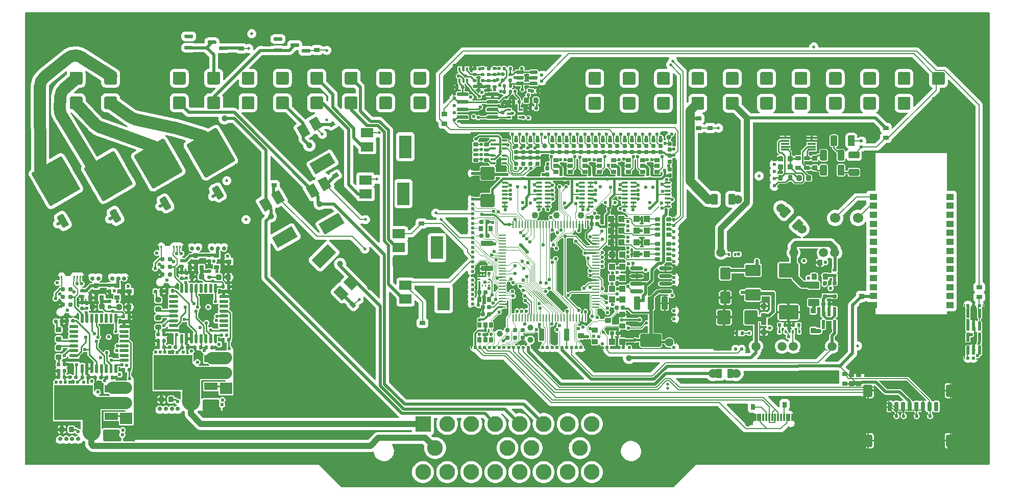
<source format=gtl>
G75*
G70*
%OFA0B0*%
%FSLAX25Y25*%
%IPPOS*%
%LPD*%
%AMOC8*
5,1,8,0,0,1.08239X$1,22.5*
%
%AMM104*
21,1,0.021650,0.052760,-0.000000,0.000000,0.000000*
21,1,0.017320,0.057090,-0.000000,0.000000,0.000000*
1,1,0.004330,0.008660,-0.026380*
1,1,0.004330,-0.008660,-0.026380*
1,1,0.004330,-0.008660,0.026380*
1,1,0.004330,0.008660,0.026380*
%
%AMM171*
21,1,0.086610,0.073230,0.000000,-0.000000,180.000000*
21,1,0.069290,0.090550,0.000000,-0.000000,180.000000*
1,1,0.017320,-0.034650,0.036610*
1,1,0.017320,0.034650,0.036610*
1,1,0.017320,0.034650,-0.036610*
1,1,0.017320,-0.034650,-0.036610*
%
%AMM172*
21,1,0.094490,0.111020,0.000000,-0.000000,270.000000*
21,1,0.075590,0.129920,0.000000,-0.000000,270.000000*
1,1,0.018900,-0.055510,-0.037800*
1,1,0.018900,-0.055510,0.037800*
1,1,0.018900,0.055510,0.037800*
1,1,0.018900,0.055510,-0.037800*
%
%AMM173*
21,1,0.074800,0.083460,0.000000,-0.000000,270.000000*
21,1,0.059840,0.098430,0.000000,-0.000000,270.000000*
1,1,0.014960,-0.041730,-0.029920*
1,1,0.014960,-0.041730,0.029920*
1,1,0.014960,0.041730,0.029920*
1,1,0.014960,0.041730,-0.029920*
%
%AMM174*
21,1,0.078740,0.053540,0.000000,-0.000000,90.000000*
21,1,0.065350,0.066930,0.000000,-0.000000,90.000000*
1,1,0.013390,0.026770,0.032680*
1,1,0.013390,0.026770,-0.032680*
1,1,0.013390,-0.026770,-0.032680*
1,1,0.013390,-0.026770,0.032680*
%
%AMM175*
21,1,0.035430,0.030320,0.000000,-0.000000,0.000000*
21,1,0.028350,0.037400,0.000000,-0.000000,0.000000*
1,1,0.007090,0.014170,-0.015160*
1,1,0.007090,-0.014170,-0.015160*
1,1,0.007090,-0.014170,0.015160*
1,1,0.007090,0.014170,0.015160*
%
%AMM176*
21,1,0.021650,0.052760,0.000000,-0.000000,180.000000*
21,1,0.017320,0.057090,0.000000,-0.000000,180.000000*
1,1,0.004330,-0.008660,0.026380*
1,1,0.004330,0.008660,0.026380*
1,1,0.004330,0.008660,-0.026380*
1,1,0.004330,-0.008660,-0.026380*
%
%AMM177*
21,1,0.035830,0.026770,0.000000,-0.000000,270.000000*
21,1,0.029130,0.033470,0.000000,-0.000000,270.000000*
1,1,0.006690,-0.013390,-0.014570*
1,1,0.006690,-0.013390,0.014570*
1,1,0.006690,0.013390,0.014570*
1,1,0.006690,0.013390,-0.014570*
%
%AMM178*
21,1,0.070870,0.036220,0.000000,-0.000000,0.000000*
21,1,0.061810,0.045280,0.000000,-0.000000,0.000000*
1,1,0.009060,0.030910,-0.018110*
1,1,0.009060,-0.030910,-0.018110*
1,1,0.009060,-0.030910,0.018110*
1,1,0.009060,0.030910,0.018110*
%
%AMM179*
21,1,0.033470,0.026770,0.000000,-0.000000,270.000000*
21,1,0.026770,0.033470,0.000000,-0.000000,270.000000*
1,1,0.006690,-0.013390,-0.013390*
1,1,0.006690,-0.013390,0.013390*
1,1,0.006690,0.013390,0.013390*
1,1,0.006690,0.013390,-0.013390*
%
%AMM180*
21,1,0.015750,0.016540,0.000000,-0.000000,180.000000*
21,1,0.012600,0.019680,0.000000,-0.000000,180.000000*
1,1,0.003150,-0.006300,0.008270*
1,1,0.003150,0.006300,0.008270*
1,1,0.003150,0.006300,-0.008270*
1,1,0.003150,-0.006300,-0.008270*
%
%AMM181*
21,1,0.023620,0.018900,0.000000,-0.000000,0.000000*
21,1,0.018900,0.023620,0.000000,-0.000000,0.000000*
1,1,0.004720,0.009450,-0.009450*
1,1,0.004720,-0.009450,-0.009450*
1,1,0.004720,-0.009450,0.009450*
1,1,0.004720,0.009450,0.009450*
%
%AMM182*
21,1,0.019680,0.019680,0.000000,-0.000000,270.000000*
21,1,0.015750,0.023620,0.000000,-0.000000,270.000000*
1,1,0.003940,-0.009840,-0.007870*
1,1,0.003940,-0.009840,0.007870*
1,1,0.003940,0.009840,0.007870*
1,1,0.003940,0.009840,-0.007870*
%
%AMM183*
21,1,0.019680,0.019680,0.000000,-0.000000,180.000000*
21,1,0.015750,0.023620,0.000000,-0.000000,180.000000*
1,1,0.003940,-0.007870,0.009840*
1,1,0.003940,0.007870,0.009840*
1,1,0.003940,0.007870,-0.009840*
1,1,0.003940,-0.007870,-0.009840*
%
%AMM262*
21,1,0.025590,0.026380,-0.000000,-0.000000,90.000000*
21,1,0.020470,0.031500,-0.000000,-0.000000,90.000000*
1,1,0.005120,0.013190,0.010240*
1,1,0.005120,0.013190,-0.010240*
1,1,0.005120,-0.013190,-0.010240*
1,1,0.005120,-0.013190,0.010240*
%
%AMM263*
21,1,0.017720,0.027950,-0.000000,-0.000000,90.000000*
21,1,0.014170,0.031500,-0.000000,-0.000000,90.000000*
1,1,0.003540,0.013980,0.007090*
1,1,0.003540,0.013980,-0.007090*
1,1,0.003540,-0.013980,-0.007090*
1,1,0.003540,-0.013980,0.007090*
%
%AMM264*
21,1,0.012600,0.028980,-0.000000,-0.000000,270.000000*
21,1,0.010080,0.031500,-0.000000,-0.000000,270.000000*
1,1,0.002520,-0.014490,-0.005040*
1,1,0.002520,-0.014490,0.005040*
1,1,0.002520,0.014490,0.005040*
1,1,0.002520,0.014490,-0.005040*
%
%AMM265*
21,1,0.023620,0.030710,-0.000000,-0.000000,0.000000*
21,1,0.018900,0.035430,-0.000000,-0.000000,0.000000*
1,1,0.004720,0.009450,-0.015350*
1,1,0.004720,-0.009450,-0.015350*
1,1,0.004720,-0.009450,0.015350*
1,1,0.004720,0.009450,0.015350*
%
%AMM266*
21,1,0.027560,0.018900,-0.000000,-0.000000,270.000000*
21,1,0.022840,0.023620,-0.000000,-0.000000,270.000000*
1,1,0.004720,-0.009450,-0.011420*
1,1,0.004720,-0.009450,0.011420*
1,1,0.004720,0.009450,0.011420*
1,1,0.004720,0.009450,-0.011420*
%
%AMM267*
21,1,0.031500,0.072440,-0.000000,-0.000000,270.000000*
21,1,0.025200,0.078740,-0.000000,-0.000000,270.000000*
1,1,0.006300,-0.036220,-0.012600*
1,1,0.006300,-0.036220,0.012600*
1,1,0.006300,0.036220,0.012600*
1,1,0.006300,0.036220,-0.012600*
%
%AMM268*
21,1,0.027560,0.018900,-0.000000,-0.000000,0.000000*
21,1,0.022840,0.023620,-0.000000,-0.000000,0.000000*
1,1,0.004720,0.011420,-0.009450*
1,1,0.004720,-0.011420,-0.009450*
1,1,0.004720,-0.011420,0.009450*
1,1,0.004720,0.011420,0.009450*
%
%AMM269*
21,1,0.023620,0.030710,-0.000000,-0.000000,90.000000*
21,1,0.018900,0.035430,-0.000000,-0.000000,90.000000*
1,1,0.004720,0.015350,0.009450*
1,1,0.004720,0.015350,-0.009450*
1,1,0.004720,-0.015350,-0.009450*
1,1,0.004720,-0.015350,0.009450*
%
%AMM270*
21,1,0.035430,0.030320,-0.000000,-0.000000,90.000000*
21,1,0.028350,0.037400,-0.000000,-0.000000,90.000000*
1,1,0.007090,0.015160,0.014170*
1,1,0.007090,0.015160,-0.014170*
1,1,0.007090,-0.015160,-0.014170*
1,1,0.007090,-0.015160,0.014170*
%
%AMM271*
21,1,0.043310,0.075980,-0.000000,-0.000000,180.000000*
21,1,0.034650,0.084650,-0.000000,-0.000000,180.000000*
1,1,0.008660,-0.017320,0.037990*
1,1,0.008660,0.017320,0.037990*
1,1,0.008660,0.017320,-0.037990*
1,1,0.008660,-0.017320,-0.037990*
%
%AMM272*
21,1,0.039370,0.035430,-0.000000,-0.000000,180.000000*
21,1,0.031500,0.043310,-0.000000,-0.000000,180.000000*
1,1,0.007870,-0.015750,0.017720*
1,1,0.007870,0.015750,0.017720*
1,1,0.007870,0.015750,-0.017720*
1,1,0.007870,-0.015750,-0.017720*
%
%AMM273*
21,1,0.027560,0.030710,-0.000000,-0.000000,180.000000*
21,1,0.022050,0.036220,-0.000000,-0.000000,180.000000*
1,1,0.005510,-0.011020,0.015350*
1,1,0.005510,0.011020,0.015350*
1,1,0.005510,0.011020,-0.015350*
1,1,0.005510,-0.011020,-0.015350*
%
%AMM274*
21,1,0.031500,0.072440,-0.000000,-0.000000,180.000000*
21,1,0.025200,0.078740,-0.000000,-0.000000,180.000000*
1,1,0.006300,-0.012600,0.036220*
1,1,0.006300,0.012600,0.036220*
1,1,0.006300,0.012600,-0.036220*
1,1,0.006300,-0.012600,-0.036220*
%
%AMM275*
21,1,0.137800,0.067720,-0.000000,-0.000000,180.000000*
21,1,0.120870,0.084650,-0.000000,-0.000000,180.000000*
1,1,0.016930,-0.060430,0.033860*
1,1,0.016930,0.060430,0.033860*
1,1,0.016930,0.060430,-0.033860*
1,1,0.016930,-0.060430,-0.033860*
%
%AMM276*
21,1,0.043310,0.075990,-0.000000,-0.000000,180.000000*
21,1,0.034650,0.084650,-0.000000,-0.000000,180.000000*
1,1,0.008660,-0.017320,0.037990*
1,1,0.008660,0.017320,0.037990*
1,1,0.008660,0.017320,-0.037990*
1,1,0.008660,-0.017320,-0.037990*
%
%AMM277*
21,1,0.086610,0.073230,-0.000000,-0.000000,270.000000*
21,1,0.069290,0.090550,-0.000000,-0.000000,270.000000*
1,1,0.017320,-0.036610,-0.034650*
1,1,0.017320,-0.036610,0.034650*
1,1,0.017320,0.036610,0.034650*
1,1,0.017320,0.036610,-0.034650*
%
%AMM69*
21,1,0.033470,0.026770,0.000000,0.000000,90.000000*
21,1,0.026770,0.033470,0.000000,0.000000,90.000000*
1,1,0.006690,0.013390,0.013390*
1,1,0.006690,0.013390,-0.013390*
1,1,0.006690,-0.013390,-0.013390*
1,1,0.006690,-0.013390,0.013390*
%
%AMM92*
21,1,0.078740,0.045670,0.000000,0.000000,270.000000*
21,1,0.067320,0.057090,0.000000,0.000000,270.000000*
1,1,0.011420,-0.022840,-0.033660*
1,1,0.011420,-0.022840,0.033660*
1,1,0.011420,0.022840,0.033660*
1,1,0.011420,0.022840,-0.033660*
%
%AMM93*
21,1,0.059060,0.020470,0.000000,0.000000,270.000000*
21,1,0.053940,0.025590,0.000000,0.000000,270.000000*
1,1,0.005120,-0.010240,-0.026970*
1,1,0.005120,-0.010240,0.026970*
1,1,0.005120,0.010240,0.026970*
1,1,0.005120,0.010240,-0.026970*
%
%AMM94*
21,1,0.027560,0.030710,0.000000,0.000000,270.000000*
21,1,0.022050,0.036220,0.000000,0.000000,270.000000*
1,1,0.005510,-0.015350,-0.011020*
1,1,0.005510,-0.015350,0.011020*
1,1,0.005510,0.015350,0.011020*
1,1,0.005510,0.015350,-0.011020*
%
%ADD10C,0.06000*%
%ADD11R,0.07874X0.05906*%
%ADD118C,0.03150*%
%ADD12R,0.07874X0.14961*%
%ADD13C,0.22047*%
%ADD14C,0.02362*%
%ADD148C,0.01850*%
%ADD149R,0.02559X0.01575*%
%ADD15O,0.04823X0.00787*%
%ADD150R,0.01575X0.02559*%
%ADD151R,0.05512X0.01181*%
%ADD152R,0.03543X0.03150*%
%ADD154C,0.05118*%
%ADD156R,0.03150X0.03543*%
%ADD16O,0.00787X0.36614*%
%ADD164C,0.03100*%
%ADD167C,0.03900*%
%ADD17R,0.00984X0.24350*%
%ADD176O,0.04724X0.00866*%
%ADD177O,0.00866X0.04724*%
%ADD178O,0.04331X0.01181*%
%ADD18R,0.00984X0.04390*%
%ADD181R,0.01378X0.00984*%
%ADD182R,0.00984X0.01378*%
%ADD187O,0.08661X0.02362*%
%ADD19R,0.56201X0.00984*%
%ADD195C,0.00492*%
%ADD196C,0.01260*%
%ADD197C,0.04331*%
%ADD198C,0.05512*%
%ADD20R,0.59449X0.00984*%
%ADD21R,0.00984X0.20374*%
%ADD22O,0.01969X0.44882*%
%ADD226M69*%
%ADD23O,0.68504X0.01575*%
%ADD24O,0.56890X0.01969*%
%ADD25O,0.01969X0.11811*%
%ADD26O,0.04724X0.01969*%
%ADD260M92*%
%ADD261M93*%
%ADD262M94*%
%ADD263O,0.01968X0.50000*%
%ADD264O,0.56890X0.01968*%
%ADD265O,0.01968X0.44882*%
%ADD266O,0.01968X0.11811*%
%ADD267O,0.04724X0.01968*%
%ADD27O,0.01969X0.50000*%
%ADD277M104*%
%ADD28C,0.02756*%
%ADD285O,0.40158X0.00787*%
%ADD29C,0.11811*%
%ADD30R,0.11811X0.00984*%
%ADD31R,0.04331X0.00984*%
%ADD32R,0.03858X0.00984*%
%ADD33R,0.05709X0.00984*%
%ADD34R,0.00984X1.08661*%
%ADD347M171*%
%ADD348M172*%
%ADD349M173*%
%ADD35R,0.07677X0.00984*%
%ADD350M174*%
%ADD351M175*%
%ADD352M176*%
%ADD353M177*%
%ADD354M178*%
%ADD355M179*%
%ADD356M180*%
%ADD357M181*%
%ADD358M182*%
%ADD359M183*%
%ADD36R,0.03740X0.00984*%
%ADD37C,0.05906*%
%ADD38O,0.12992X0.00787*%
%ADD389R,0.08661X0.04724*%
%ADD39O,0.40157X0.00787*%
%ADD390R,0.25197X0.22835*%
%ADD391R,0.07874X0.07500*%
%ADD392O,0.07874X0.07500*%
%ADD40O,0.01181X0.00787*%
%ADD41O,0.00787X0.66929*%
%ADD42O,0.00787X0.60630*%
%ADD43O,0.18898X0.00787*%
%ADD44O,0.10236X0.00787*%
%ADD45O,0.03937X0.00787*%
%ADD46O,0.05906X0.00787*%
%ADD47R,0.10335X0.10335*%
%ADD471M262*%
%ADD472M263*%
%ADD473M264*%
%ADD474M265*%
%ADD475M266*%
%ADD476M267*%
%ADD477M268*%
%ADD478M269*%
%ADD479M270*%
%ADD48C,0.10335*%
%ADD480M271*%
%ADD481M272*%
%ADD482M273*%
%ADD483M274*%
%ADD484M275*%
%ADD485M276*%
%ADD486M277*%
%ADD49C,0.06693*%
%ADD50R,0.01181X0.04528*%
%ADD51O,0.03937X0.08268*%
%ADD52O,0.03937X0.06299*%
%ADD53R,0.00787X0.14567*%
%ADD54R,0.00787X0.01575*%
%ADD55R,0.00787X0.06299*%
%ADD56R,0.00787X0.38189*%
%ADD57R,0.00787X0.09055*%
%ADD58R,0.05512X0.00787*%
%ADD59R,0.25197X0.00787*%
%ADD60R,0.06693X0.00787*%
%ADD61R,0.12992X0.00787*%
%ADD62R,0.00787X0.27559*%
%ADD63R,0.00787X0.12992*%
%ADD64R,0.00787X0.24803*%
%ADD65R,0.05118X0.03937*%
%ADD66C,0.01969*%
%ADD67C,0.03937*%
%ADD68C,0.00787*%
%ADD69C,0.07874*%
%ADD80C,0.01181*%
%ADD86C,0.00800*%
%ADD93C,0.00984*%
%ADD94C,0.01968*%
%ADD95C,0.01575*%
X0000000Y0000000D02*
%LPD*%
G01*
D10*
X0464291Y0074508D03*
G36*
G01*
X0462500Y0076969D02*
X0462500Y0072047D01*
G75*
G02*
X0462106Y0071654I-000394J0000000D01*
G01*
X0458957Y0071654D01*
G75*
G02*
X0458563Y0072047I0000000J0000394D01*
G01*
X0458563Y0076969D01*
G75*
G02*
X0458957Y0077362I0000394J0000000D01*
G01*
X0462106Y0077362D01*
G75*
G02*
X0462500Y0076969I0000000J-000394D01*
G01*
G37*
G36*
G01*
X0455020Y0076969D02*
X0455020Y0072047D01*
G75*
G02*
X0454626Y0071654I-000394J0000000D01*
G01*
X0451476Y0071654D01*
G75*
G02*
X0451083Y0072047I0000000J0000394D01*
G01*
X0451083Y0076969D01*
G75*
G02*
X0451476Y0077362I0000394J0000000D01*
G01*
X0454626Y0077362D01*
G75*
G02*
X0455020Y0076969I0000000J-000394D01*
G01*
G37*
X0449291Y0074508D03*
G36*
G01*
X0560571Y0236122D02*
X0563642Y0236122D01*
G75*
G02*
X0563917Y0235847I0000000J-000276D01*
G01*
X0563917Y0233642D01*
G75*
G02*
X0563642Y0233366I-000276J0000000D01*
G01*
X0560571Y0233366D01*
G75*
G02*
X0560295Y0233642I0000000J0000276D01*
G01*
X0560295Y0235847D01*
G75*
G02*
X0560571Y0236122I0000276J0000000D01*
G01*
G37*
G36*
G01*
X0560571Y0229823D02*
X0563642Y0229823D01*
G75*
G02*
X0563917Y0229547I0000000J-000276D01*
G01*
X0563917Y0227343D01*
G75*
G02*
X0563642Y0227067I-000276J0000000D01*
G01*
X0560571Y0227067D01*
G75*
G02*
X0560295Y0227343I0000000J0000276D01*
G01*
X0560295Y0229547D01*
G75*
G02*
X0560571Y0229823I0000276J0000000D01*
G01*
G37*
D11*
X0223524Y0231693D03*
X0223524Y0222638D03*
X0223524Y0213583D03*
D12*
X0248327Y0222638D03*
D13*
X0162106Y0091339D03*
G36*
X0191112Y0200370D02*
G01*
X0196226Y0203323D01*
X0200163Y0196504D01*
X0195049Y0193551D01*
X0191112Y0200370D01*
G37*
G36*
X0183270Y0195843D02*
G01*
X0188384Y0198795D01*
X0192321Y0191976D01*
X0187207Y0189024D01*
X0183270Y0195843D01*
G37*
G36*
X0175428Y0191315D02*
G01*
X0180542Y0194268D01*
X0184479Y0187449D01*
X0179365Y0184496D01*
X0175428Y0191315D01*
G37*
G36*
X0191750Y0172099D02*
G01*
X0204706Y0179579D01*
X0208643Y0172760D01*
X0195687Y0165280D01*
X0191750Y0172099D01*
G37*
G36*
G01*
X0503642Y0055669D02*
X0503642Y0052599D01*
G75*
G02*
X0503366Y0052323I-000276J0000000D01*
G01*
X0501161Y0052323D01*
G75*
G02*
X0500886Y0052599I0000000J0000276D01*
G01*
X0500886Y0055669D01*
G75*
G02*
X0501161Y0055945I0000276J0000000D01*
G01*
X0503366Y0055945D01*
G75*
G02*
X0503642Y0055669I0000000J-000276D01*
G01*
G37*
G36*
G01*
X0497343Y0055669D02*
X0497343Y0052599D01*
G75*
G02*
X0497067Y0052323I-000276J0000000D01*
G01*
X0494862Y0052323D01*
G75*
G02*
X0494587Y0052599I0000000J0000276D01*
G01*
X0494587Y0055669D01*
G75*
G02*
X0494862Y0055945I0000276J0000000D01*
G01*
X0497067Y0055945D01*
G75*
G02*
X0497343Y0055669I0000000J-000276D01*
G01*
G37*
G36*
X0211274Y0126455D02*
G01*
X0207098Y0122279D01*
X0201530Y0127847D01*
X0205706Y0132023D01*
X0211274Y0126455D01*
G37*
G36*
X0217676Y0132858D02*
G01*
X0213501Y0128682D01*
X0207933Y0134250D01*
X0212109Y0138426D01*
X0217676Y0132858D01*
G37*
G36*
X0224079Y0139261D02*
G01*
X0219904Y0135085D01*
X0214336Y0140653D01*
X0218512Y0144828D01*
X0224079Y0139261D01*
G37*
G36*
X0203339Y0153598D02*
G01*
X0192761Y0143019D01*
X0187193Y0148587D01*
X0197772Y0159165D01*
X0203339Y0153598D01*
G37*
G36*
G01*
X0257421Y0180118D02*
X0260492Y0180118D01*
G75*
G02*
X0260768Y0179843I0000000J-000276D01*
G01*
X0260768Y0177638D01*
G75*
G02*
X0260492Y0177362I-000276J0000000D01*
G01*
X0257421Y0177362D01*
G75*
G02*
X0257146Y0177638I0000000J0000276D01*
G01*
X0257146Y0179843D01*
G75*
G02*
X0257421Y0180118I0000276J0000000D01*
G01*
G37*
G36*
G01*
X0257421Y0173819D02*
X0260492Y0173819D01*
G75*
G02*
X0260768Y0173543I0000000J-000276D01*
G01*
X0260768Y0171339D01*
G75*
G02*
X0260492Y0171063I-000276J0000000D01*
G01*
X0257421Y0171063D01*
G75*
G02*
X0257146Y0171339I0000000J0000276D01*
G01*
X0257146Y0173543D01*
G75*
G02*
X0257421Y0173819I0000276J0000000D01*
G01*
G37*
D14*
X0615748Y0118898D03*
D15*
X0623524Y0083858D03*
D16*
X0613386Y0101772D03*
X0625591Y0101772D03*
D14*
X0619488Y0118898D03*
X0623228Y0118898D03*
X0619291Y0084646D03*
X0615748Y0084646D03*
X0280512Y0249606D03*
X0280512Y0254331D03*
X0280512Y0244882D03*
X0280512Y0240158D03*
D17*
X0338189Y0250660D03*
D18*
X0338189Y0274478D03*
D19*
X0310581Y0238977D03*
D20*
X0308957Y0276181D03*
D21*
X0279724Y0266486D03*
D14*
X0337303Y0265591D03*
X0337303Y0269528D03*
G36*
G01*
X0441398Y0233366D02*
X0438327Y0233366D01*
G75*
G02*
X0438051Y0233642I0000000J0000276D01*
G01*
X0438051Y0235847D01*
G75*
G02*
X0438327Y0236122I0000276J0000000D01*
G01*
X0441398Y0236122D01*
G75*
G02*
X0441673Y0235847I0000000J-000276D01*
G01*
X0441673Y0233642D01*
G75*
G02*
X0441398Y0233366I-000276J0000000D01*
G01*
G37*
G36*
G01*
X0441398Y0239665D02*
X0438327Y0239665D01*
G75*
G02*
X0438051Y0239941I0000000J0000276D01*
G01*
X0438051Y0242146D01*
G75*
G02*
X0438327Y0242421I0000276J0000000D01*
G01*
X0441398Y0242421D01*
G75*
G02*
X0441673Y0242146I0000000J-000276D01*
G01*
X0441673Y0239941D01*
G75*
G02*
X0441398Y0239665I-000276J0000000D01*
G01*
G37*
G36*
G01*
X0261083Y0099803D02*
X0258012Y0099803D01*
G75*
G02*
X0257736Y0100079I0000000J0000276D01*
G01*
X0257736Y0102284D01*
G75*
G02*
X0258012Y0102559I0000276J0000000D01*
G01*
X0261083Y0102559D01*
G75*
G02*
X0261358Y0102284I0000000J-000276D01*
G01*
X0261358Y0100079D01*
G75*
G02*
X0261083Y0099803I-000276J0000000D01*
G01*
G37*
G36*
G01*
X0261083Y0106102D02*
X0258012Y0106102D01*
G75*
G02*
X0257736Y0106378I0000000J0000276D01*
G01*
X0257736Y0108583D01*
G75*
G02*
X0258012Y0108858I0000276J0000000D01*
G01*
X0261083Y0108858D01*
G75*
G02*
X0261358Y0108583I0000000J-000276D01*
G01*
X0261358Y0106378D01*
G75*
G02*
X0261083Y0106102I-000276J0000000D01*
G01*
G37*
G36*
G01*
X0161161Y0205118D02*
X0164232Y0205118D01*
G75*
G02*
X0164508Y0204843I0000000J-000276D01*
G01*
X0164508Y0202638D01*
G75*
G02*
X0164232Y0202362I-000276J0000000D01*
G01*
X0161161Y0202362D01*
G75*
G02*
X0160886Y0202638I0000000J0000276D01*
G01*
X0160886Y0204843D01*
G75*
G02*
X0161161Y0205118I0000276J0000000D01*
G01*
G37*
G36*
G01*
X0161161Y0198819D02*
X0164232Y0198819D01*
G75*
G02*
X0164508Y0198543I0000000J-000276D01*
G01*
X0164508Y0196339D01*
G75*
G02*
X0164232Y0196063I-000276J0000000D01*
G01*
X0161161Y0196063D01*
G75*
G02*
X0160886Y0196339I0000000J0000276D01*
G01*
X0160886Y0198543D01*
G75*
G02*
X0161161Y0198819I0000276J0000000D01*
G01*
G37*
D22*
X0548425Y0038337D03*
D23*
X0572835Y0074902D03*
D24*
X0575866Y0016536D03*
D25*
X0603346Y0021555D03*
D26*
X0604724Y0026575D03*
D27*
X0606299Y0050640D03*
D14*
X0546260Y0068603D03*
X0552461Y0049291D03*
X0602476Y0049327D03*
X0569094Y0046654D03*
X0573720Y0046654D03*
X0582283Y0046654D03*
X0591043Y0046654D03*
D11*
X0244193Y0165748D03*
X0244193Y0156693D03*
X0244193Y0147638D03*
D12*
X0268996Y0156693D03*
G36*
X0160600Y0191512D02*
G01*
X0165714Y0194465D01*
X0169651Y0187646D01*
X0164537Y0184693D01*
X0160600Y0191512D01*
G37*
G36*
X0152758Y0186984D02*
G01*
X0157872Y0189937D01*
X0161809Y0183118D01*
X0156695Y0180165D01*
X0152758Y0186984D01*
G37*
G36*
X0144916Y0182457D02*
G01*
X0150030Y0185410D01*
X0153967Y0178590D01*
X0148853Y0175638D01*
X0144916Y0182457D01*
G37*
G36*
X0161238Y0163240D02*
G01*
X0174195Y0170721D01*
X0178132Y0163902D01*
X0165175Y0156421D01*
X0161238Y0163240D01*
G37*
D28*
X0022933Y0031890D03*
X0034744Y0031890D03*
X0030807Y0031890D03*
X0026870Y0031890D03*
D29*
X0043209Y0036811D03*
D30*
X0056988Y0030414D03*
D31*
X0069587Y0138091D03*
D32*
X0052500Y0138091D03*
X0039508Y0138091D03*
D33*
X0019488Y0138091D03*
D34*
X0071260Y0084252D03*
X0017126Y0084252D03*
D35*
X0067913Y0030414D03*
D36*
X0018504Y0030414D03*
G36*
G01*
X0067224Y0100984D02*
X0062303Y0100984D01*
G75*
G02*
X0061811Y0101477I0000000J0000492D01*
G01*
X0061811Y0102461D01*
G75*
G02*
X0062303Y0102953I0000492J0000000D01*
G01*
X0067224Y0102953D01*
G75*
G02*
X0067717Y0102461I0000000J-000492D01*
G01*
X0067717Y0101477D01*
G75*
G02*
X0067224Y0100984I-000492J0000000D01*
G01*
G37*
G36*
G01*
X0056693Y0107579D02*
X0055709Y0107579D01*
G75*
G02*
X0055217Y0108071I0000000J0000492D01*
G01*
X0055217Y0112992D01*
G75*
G02*
X0055709Y0113484I0000492J0000000D01*
G01*
X0056693Y0113484D01*
G75*
G02*
X0057185Y0112992I0000000J-000492D01*
G01*
X0057185Y0108071D01*
G75*
G02*
X0056693Y0107579I-000492J0000000D01*
G01*
G37*
G36*
G01*
X0067224Y0104134D02*
X0062303Y0104134D01*
G75*
G02*
X0061811Y0104626I0000000J0000492D01*
G01*
X0061811Y0105610D01*
G75*
G02*
X0062303Y0106102I0000492J0000000D01*
G01*
X0067224Y0106102D01*
G75*
G02*
X0067717Y0105610I0000000J-000492D01*
G01*
X0067717Y0104626D01*
G75*
G02*
X0067224Y0104134I-000492J0000000D01*
G01*
G37*
G36*
G01*
X0057185Y0105414D02*
X0057185Y0104429D01*
G75*
G02*
X0056693Y0103937I-000492J0000000D01*
G01*
X0055709Y0103937D01*
G75*
G02*
X0055217Y0104429I0000000J0000492D01*
G01*
X0055217Y0105414D01*
G75*
G02*
X0055709Y0105906I0000492J0000000D01*
G01*
X0056693Y0105906D01*
G75*
G02*
X0057185Y0105414I0000000J-000492D01*
G01*
G37*
G36*
G01*
X0059843Y0100984D02*
X0058858Y0100984D01*
G75*
G02*
X0058366Y0101477I0000000J0000492D01*
G01*
X0058366Y0102461D01*
G75*
G02*
X0058858Y0102953I0000492J0000000D01*
G01*
X0059843Y0102953D01*
G75*
G02*
X0060335Y0102461I0000000J-000492D01*
G01*
X0060335Y0101477D01*
G75*
G02*
X0059843Y0100984I-000492J0000000D01*
G01*
G37*
G36*
G01*
X0059843Y0107579D02*
X0058858Y0107579D01*
G75*
G02*
X0058366Y0108071I0000000J0000492D01*
G01*
X0058366Y0112992D01*
G75*
G02*
X0058858Y0113484I0000492J0000000D01*
G01*
X0059843Y0113484D01*
G75*
G02*
X0060335Y0112992I0000000J-000492D01*
G01*
X0060335Y0108071D01*
G75*
G02*
X0059843Y0107579I-000492J0000000D01*
G01*
G37*
D28*
X0060925Y0136580D03*
X0056988Y0136580D03*
X0044012Y0136580D03*
X0048012Y0136580D03*
G36*
G01*
X0036122Y0138583D02*
X0036122Y0138583D01*
G75*
G02*
X0036614Y0138091I0000000J-000492D01*
G01*
X0036614Y0137106D01*
G75*
G02*
X0036122Y0136614I-000492J0000000D01*
G01*
X0036122Y0136614D01*
G75*
G02*
X0035630Y0137106I0000000J0000492D01*
G01*
X0035630Y0138091D01*
G75*
G02*
X0036122Y0138583I0000492J0000000D01*
G01*
G37*
G36*
G01*
X0034154Y0138583D02*
X0034154Y0138583D01*
G75*
G02*
X0034646Y0138091I0000000J-000492D01*
G01*
X0034646Y0137106D01*
G75*
G02*
X0034154Y0136614I-000492J0000000D01*
G01*
X0034154Y0136614D01*
G75*
G02*
X0033661Y0137106I0000000J0000492D01*
G01*
X0033661Y0138091D01*
G75*
G02*
X0034154Y0138583I0000492J0000000D01*
G01*
G37*
G36*
G01*
X0032185Y0138583D02*
X0032185Y0138583D01*
G75*
G02*
X0032677Y0138091I0000000J-000492D01*
G01*
X0032677Y0137106D01*
G75*
G02*
X0032185Y0136614I-000492J0000000D01*
G01*
X0032185Y0136614D01*
G75*
G02*
X0031693Y0137106I0000000J0000492D01*
G01*
X0031693Y0138091D01*
G75*
G02*
X0032185Y0138583I0000492J0000000D01*
G01*
G37*
G36*
G01*
X0023917Y0138583D02*
X0023917Y0138583D01*
G75*
G02*
X0024409Y0138091I0000000J-000492D01*
G01*
X0024409Y0137106D01*
G75*
G02*
X0023917Y0136614I-000492J0000000D01*
G01*
X0023917Y0136614D01*
G75*
G02*
X0023425Y0137106I0000000J0000492D01*
G01*
X0023425Y0138091D01*
G75*
G02*
X0023917Y0138583I0000492J0000000D01*
G01*
G37*
X0064862Y0136580D03*
D37*
X0526968Y0092323D03*
X0501772Y0092323D03*
X0494291Y0092323D03*
X0477362Y0092323D03*
D14*
X0467913Y0090551D03*
X0463976Y0090551D03*
D38*
X0511811Y0155906D03*
D39*
X0478346Y0155906D03*
D40*
X0450394Y0155906D03*
D41*
X0450197Y0122835D03*
D42*
X0531299Y0119685D03*
D37*
X0452756Y0092323D03*
D40*
X0531102Y0089764D03*
D43*
X0514567Y0089764D03*
D44*
X0485630Y0089764D03*
D45*
X0471850Y0089764D03*
D46*
X0458858Y0089764D03*
D37*
X0528740Y0153347D03*
X0521457Y0153347D03*
X0501968Y0153347D03*
X0454528Y0153347D03*
D11*
X0222343Y0200984D03*
X0222343Y0191929D03*
X0222343Y0182874D03*
D12*
X0247146Y0191929D03*
G36*
G01*
X0142776Y0285532D02*
X0139705Y0285532D01*
G75*
G02*
X0139429Y0285807I0000000J0000276D01*
G01*
X0139429Y0288012D01*
G75*
G02*
X0139705Y0288288I0000276J0000000D01*
G01*
X0142776Y0288288D01*
G75*
G02*
X0143051Y0288012I0000000J-000276D01*
G01*
X0143051Y0285807D01*
G75*
G02*
X0142776Y0285532I-000276J0000000D01*
G01*
G37*
G36*
G01*
X0142776Y0291831D02*
X0139705Y0291831D01*
G75*
G02*
X0139429Y0292106I0000000J0000276D01*
G01*
X0139429Y0294311D01*
G75*
G02*
X0139705Y0294587I0000276J0000000D01*
G01*
X0142776Y0294587D01*
G75*
G02*
X0143051Y0294311I0000000J-000276D01*
G01*
X0143051Y0292106D01*
G75*
G02*
X0142776Y0291831I-000276J0000000D01*
G01*
G37*
G36*
G01*
X0547697Y0117067D02*
X0545020Y0117067D01*
G75*
G02*
X0544685Y0117402I0000000J0000335D01*
G01*
X0544685Y0120079D01*
G75*
G02*
X0545020Y0120414I0000335J0000000D01*
G01*
X0547697Y0120414D01*
G75*
G02*
X0548031Y0120079I0000000J-000335D01*
G01*
X0548031Y0117402D01*
G75*
G02*
X0547697Y0117067I-000335J0000000D01*
G01*
G37*
G36*
G01*
X0547697Y0123288D02*
X0545020Y0123288D01*
G75*
G02*
X0544685Y0123622I0000000J0000335D01*
G01*
X0544685Y0126299D01*
G75*
G02*
X0545020Y0126634I0000335J0000000D01*
G01*
X0547697Y0126634D01*
G75*
G02*
X0548031Y0126299I0000000J-000335D01*
G01*
X0548031Y0123622D01*
G75*
G02*
X0547697Y0123288I-000335J0000000D01*
G01*
G37*
G36*
X0185206Y0239642D02*
G01*
X0190320Y0242595D01*
X0194257Y0235776D01*
X0189143Y0232823D01*
X0185206Y0239642D01*
G37*
G36*
X0177364Y0235114D02*
G01*
X0182478Y0238067D01*
X0186415Y0231248D01*
X0181301Y0228295D01*
X0177364Y0235114D01*
G37*
G36*
X0169522Y0230587D02*
G01*
X0174636Y0233540D01*
X0178573Y0226720D01*
X0173459Y0223768D01*
X0169522Y0230587D01*
G37*
G36*
X0185845Y0211370D02*
G01*
X0198801Y0218851D01*
X0202738Y0212032D01*
X0189782Y0204551D01*
X0185845Y0211370D01*
G37*
D47*
X0259941Y0041536D03*
D48*
X0275689Y0041536D03*
X0291437Y0041536D03*
X0307185Y0041536D03*
X0322933Y0041536D03*
X0338681Y0041536D03*
X0354429Y0041536D03*
X0370177Y0041536D03*
X0267815Y0025788D03*
X0283563Y0025788D03*
X0299311Y0025788D03*
X0315059Y0025788D03*
X0330807Y0025788D03*
X0346555Y0025788D03*
X0362303Y0025788D03*
X0259941Y0010039D03*
X0275689Y0010039D03*
X0291437Y0010039D03*
X0307185Y0010039D03*
X0322933Y0010039D03*
X0338681Y0010039D03*
X0354429Y0010039D03*
X0370177Y0010039D03*
G36*
G01*
X0253740Y0248130D02*
X0253740Y0254429D01*
G75*
G02*
X0254724Y0255414I0000984J0000000D01*
G01*
X0261024Y0255414D01*
G75*
G02*
X0262008Y0254429I0000000J-000984D01*
G01*
X0262008Y0248130D01*
G75*
G02*
X0261024Y0247146I-000984J0000000D01*
G01*
X0254724Y0247146D01*
G75*
G02*
X0253740Y0248130I0000000J0000984D01*
G01*
G37*
G36*
G01*
X0231299Y0248130D02*
X0231299Y0254429D01*
G75*
G02*
X0232283Y0255414I0000984J0000000D01*
G01*
X0238583Y0255414D01*
G75*
G02*
X0239567Y0254429I0000000J-000984D01*
G01*
X0239567Y0248130D01*
G75*
G02*
X0238583Y0247146I-000984J0000000D01*
G01*
X0232283Y0247146D01*
G75*
G02*
X0231299Y0248130I0000000J0000984D01*
G01*
G37*
G36*
G01*
X0208858Y0248130D02*
X0208858Y0254429D01*
G75*
G02*
X0209843Y0255414I0000984J0000000D01*
G01*
X0216142Y0255414D01*
G75*
G02*
X0217126Y0254429I0000000J-000984D01*
G01*
X0217126Y0248130D01*
G75*
G02*
X0216142Y0247146I-000984J0000000D01*
G01*
X0209843Y0247146D01*
G75*
G02*
X0208858Y0248130I0000000J0000984D01*
G01*
G37*
G36*
G01*
X0186417Y0248130D02*
X0186417Y0254429D01*
G75*
G02*
X0187402Y0255414I0000984J0000000D01*
G01*
X0193701Y0255414D01*
G75*
G02*
X0194685Y0254429I0000000J-000984D01*
G01*
X0194685Y0248130D01*
G75*
G02*
X0193701Y0247146I-000984J0000000D01*
G01*
X0187402Y0247146D01*
G75*
G02*
X0186417Y0248130I0000000J0000984D01*
G01*
G37*
G36*
G01*
X0163976Y0248130D02*
X0163976Y0254429D01*
G75*
G02*
X0164961Y0255414I0000984J0000000D01*
G01*
X0171260Y0255414D01*
G75*
G02*
X0172244Y0254429I0000000J-000984D01*
G01*
X0172244Y0248130D01*
G75*
G02*
X0171260Y0247146I-000984J0000000D01*
G01*
X0164961Y0247146D01*
G75*
G02*
X0163976Y0248130I0000000J0000984D01*
G01*
G37*
G36*
G01*
X0141535Y0248130D02*
X0141535Y0254429D01*
G75*
G02*
X0142520Y0255414I0000984J0000000D01*
G01*
X0148819Y0255414D01*
G75*
G02*
X0149803Y0254429I0000000J-000984D01*
G01*
X0149803Y0248130D01*
G75*
G02*
X0148819Y0247146I-000984J0000000D01*
G01*
X0142520Y0247146D01*
G75*
G02*
X0141535Y0248130I0000000J0000984D01*
G01*
G37*
G36*
G01*
X0119094Y0248130D02*
X0119094Y0254429D01*
G75*
G02*
X0120079Y0255414I0000984J0000000D01*
G01*
X0126378Y0255414D01*
G75*
G02*
X0127362Y0254429I0000000J-000984D01*
G01*
X0127362Y0248130D01*
G75*
G02*
X0126378Y0247146I-000984J0000000D01*
G01*
X0120079Y0247146D01*
G75*
G02*
X0119094Y0248130I0000000J0000984D01*
G01*
G37*
G36*
G01*
X0096654Y0248130D02*
X0096654Y0254429D01*
G75*
G02*
X0097638Y0255414I0000984J0000000D01*
G01*
X0103937Y0255414D01*
G75*
G02*
X0104921Y0254429I0000000J-000984D01*
G01*
X0104921Y0248130D01*
G75*
G02*
X0103937Y0247146I-000984J0000000D01*
G01*
X0097638Y0247146D01*
G75*
G02*
X0096654Y0248130I0000000J0000984D01*
G01*
G37*
G36*
G01*
X0074213Y0248130D02*
X0074213Y0254429D01*
G75*
G02*
X0075197Y0255414I0000984J0000000D01*
G01*
X0081496Y0255414D01*
G75*
G02*
X0082480Y0254429I0000000J-000984D01*
G01*
X0082480Y0248130D01*
G75*
G02*
X0081496Y0247146I-000984J0000000D01*
G01*
X0075197Y0247146D01*
G75*
G02*
X0074213Y0248130I0000000J0000984D01*
G01*
G37*
G36*
G01*
X0051772Y0248130D02*
X0051772Y0254429D01*
G75*
G02*
X0052756Y0255414I0000984J0000000D01*
G01*
X0059055Y0255414D01*
G75*
G02*
X0060039Y0254429I0000000J-000984D01*
G01*
X0060039Y0248130D01*
G75*
G02*
X0059055Y0247146I-000984J0000000D01*
G01*
X0052756Y0247146D01*
G75*
G02*
X0051772Y0248130I0000000J0000984D01*
G01*
G37*
G36*
G01*
X0029331Y0248130D02*
X0029331Y0254429D01*
G75*
G02*
X0030315Y0255414I0000984J0000000D01*
G01*
X0036614Y0255414D01*
G75*
G02*
X0037598Y0254429I0000000J-000984D01*
G01*
X0037598Y0248130D01*
G75*
G02*
X0036614Y0247146I-000984J0000000D01*
G01*
X0030315Y0247146D01*
G75*
G02*
X0029331Y0248130I0000000J0000984D01*
G01*
G37*
G36*
G01*
X0253740Y0264272D02*
X0253740Y0270571D01*
G75*
G02*
X0254724Y0271555I0000984J0000000D01*
G01*
X0261024Y0271555D01*
G75*
G02*
X0262008Y0270571I0000000J-000984D01*
G01*
X0262008Y0264272D01*
G75*
G02*
X0261024Y0263288I-000984J0000000D01*
G01*
X0254724Y0263288D01*
G75*
G02*
X0253740Y0264272I0000000J0000984D01*
G01*
G37*
G36*
G01*
X0231299Y0264272D02*
X0231299Y0270571D01*
G75*
G02*
X0232283Y0271555I0000984J0000000D01*
G01*
X0238583Y0271555D01*
G75*
G02*
X0239567Y0270571I0000000J-000984D01*
G01*
X0239567Y0264272D01*
G75*
G02*
X0238583Y0263288I-000984J0000000D01*
G01*
X0232283Y0263288D01*
G75*
G02*
X0231299Y0264272I0000000J0000984D01*
G01*
G37*
G36*
G01*
X0208858Y0264272D02*
X0208858Y0270571D01*
G75*
G02*
X0209843Y0271555I0000984J0000000D01*
G01*
X0216142Y0271555D01*
G75*
G02*
X0217126Y0270571I0000000J-000984D01*
G01*
X0217126Y0264272D01*
G75*
G02*
X0216142Y0263288I-000984J0000000D01*
G01*
X0209843Y0263288D01*
G75*
G02*
X0208858Y0264272I0000000J0000984D01*
G01*
G37*
G36*
G01*
X0186417Y0264272D02*
X0186417Y0270571D01*
G75*
G02*
X0187402Y0271555I0000984J0000000D01*
G01*
X0193701Y0271555D01*
G75*
G02*
X0194685Y0270571I0000000J-000984D01*
G01*
X0194685Y0264272D01*
G75*
G02*
X0193701Y0263288I-000984J0000000D01*
G01*
X0187402Y0263288D01*
G75*
G02*
X0186417Y0264272I0000000J0000984D01*
G01*
G37*
G36*
G01*
X0163976Y0264272D02*
X0163976Y0270571D01*
G75*
G02*
X0164961Y0271555I0000984J0000000D01*
G01*
X0171260Y0271555D01*
G75*
G02*
X0172244Y0270571I0000000J-000984D01*
G01*
X0172244Y0264272D01*
G75*
G02*
X0171260Y0263288I-000984J0000000D01*
G01*
X0164961Y0263288D01*
G75*
G02*
X0163976Y0264272I0000000J0000984D01*
G01*
G37*
G36*
G01*
X0141535Y0264272D02*
X0141535Y0270571D01*
G75*
G02*
X0142520Y0271555I0000984J0000000D01*
G01*
X0148819Y0271555D01*
G75*
G02*
X0149803Y0270571I0000000J-000984D01*
G01*
X0149803Y0264272D01*
G75*
G02*
X0148819Y0263288I-000984J0000000D01*
G01*
X0142520Y0263288D01*
G75*
G02*
X0141535Y0264272I0000000J0000984D01*
G01*
G37*
G36*
G01*
X0119094Y0264272D02*
X0119094Y0270571D01*
G75*
G02*
X0120079Y0271555I0000984J0000000D01*
G01*
X0126378Y0271555D01*
G75*
G02*
X0127362Y0270571I0000000J-000984D01*
G01*
X0127362Y0264272D01*
G75*
G02*
X0126378Y0263288I-000984J0000000D01*
G01*
X0120079Y0263288D01*
G75*
G02*
X0119094Y0264272I0000000J0000984D01*
G01*
G37*
G36*
G01*
X0096654Y0264272D02*
X0096654Y0270571D01*
G75*
G02*
X0097638Y0271555I0000984J0000000D01*
G01*
X0103937Y0271555D01*
G75*
G02*
X0104921Y0270571I0000000J-000984D01*
G01*
X0104921Y0264272D01*
G75*
G02*
X0103937Y0263288I-000984J0000000D01*
G01*
X0097638Y0263288D01*
G75*
G02*
X0096654Y0264272I0000000J0000984D01*
G01*
G37*
G36*
G01*
X0074213Y0264272D02*
X0074213Y0270571D01*
G75*
G02*
X0075197Y0271555I0000984J0000000D01*
G01*
X0081496Y0271555D01*
G75*
G02*
X0082480Y0270571I0000000J-000984D01*
G01*
X0082480Y0264272D01*
G75*
G02*
X0081496Y0263288I-000984J0000000D01*
G01*
X0075197Y0263288D01*
G75*
G02*
X0074213Y0264272I0000000J0000984D01*
G01*
G37*
G36*
G01*
X0051772Y0264272D02*
X0051772Y0270571D01*
G75*
G02*
X0052756Y0271555I0000984J0000000D01*
G01*
X0059055Y0271555D01*
G75*
G02*
X0060039Y0270571I0000000J-000984D01*
G01*
X0060039Y0264272D01*
G75*
G02*
X0059055Y0263288I-000984J0000000D01*
G01*
X0052756Y0263288D01*
G75*
G02*
X0051772Y0264272I0000000J0000984D01*
G01*
G37*
G36*
G01*
X0029331Y0264272D02*
X0029331Y0270571D01*
G75*
G02*
X0030315Y0271555I0000984J0000000D01*
G01*
X0036614Y0271555D01*
G75*
G02*
X0037598Y0270571I0000000J-000984D01*
G01*
X0037598Y0264272D01*
G75*
G02*
X0036614Y0263288I-000984J0000000D01*
G01*
X0030315Y0263288D01*
G75*
G02*
X0029331Y0264272I0000000J0000984D01*
G01*
G37*
G36*
G01*
X0592323Y0247933D02*
X0592323Y0254232D01*
G75*
G02*
X0593307Y0255217I0000984J0000000D01*
G01*
X0599606Y0255217D01*
G75*
G02*
X0600591Y0254232I0000000J-000984D01*
G01*
X0600591Y0247933D01*
G75*
G02*
X0599606Y0246949I-000984J0000000D01*
G01*
X0593307Y0246949D01*
G75*
G02*
X0592323Y0247933I0000000J0000984D01*
G01*
G37*
G36*
G01*
X0569882Y0247933D02*
X0569882Y0254232D01*
G75*
G02*
X0570866Y0255217I0000984J0000000D01*
G01*
X0577165Y0255217D01*
G75*
G02*
X0578150Y0254232I0000000J-000984D01*
G01*
X0578150Y0247933D01*
G75*
G02*
X0577165Y0246949I-000984J0000000D01*
G01*
X0570866Y0246949D01*
G75*
G02*
X0569882Y0247933I0000000J0000984D01*
G01*
G37*
G36*
G01*
X0547441Y0247933D02*
X0547441Y0254232D01*
G75*
G02*
X0548425Y0255217I0000984J0000000D01*
G01*
X0554724Y0255217D01*
G75*
G02*
X0555709Y0254232I0000000J-000984D01*
G01*
X0555709Y0247933D01*
G75*
G02*
X0554724Y0246949I-000984J0000000D01*
G01*
X0548425Y0246949D01*
G75*
G02*
X0547441Y0247933I0000000J0000984D01*
G01*
G37*
G36*
G01*
X0525000Y0247933D02*
X0525000Y0254232D01*
G75*
G02*
X0525984Y0255217I0000984J0000000D01*
G01*
X0532283Y0255217D01*
G75*
G02*
X0533268Y0254232I0000000J-000984D01*
G01*
X0533268Y0247933D01*
G75*
G02*
X0532283Y0246949I-000984J0000000D01*
G01*
X0525984Y0246949D01*
G75*
G02*
X0525000Y0247933I0000000J0000984D01*
G01*
G37*
G36*
G01*
X0502559Y0247933D02*
X0502559Y0254232D01*
G75*
G02*
X0503543Y0255217I0000984J0000000D01*
G01*
X0509843Y0255217D01*
G75*
G02*
X0510827Y0254232I0000000J-000984D01*
G01*
X0510827Y0247933D01*
G75*
G02*
X0509843Y0246949I-000984J0000000D01*
G01*
X0503543Y0246949D01*
G75*
G02*
X0502559Y0247933I0000000J0000984D01*
G01*
G37*
G36*
G01*
X0480118Y0247933D02*
X0480118Y0254232D01*
G75*
G02*
X0481102Y0255217I0000984J0000000D01*
G01*
X0487402Y0255217D01*
G75*
G02*
X0488386Y0254232I0000000J-000984D01*
G01*
X0488386Y0247933D01*
G75*
G02*
X0487402Y0246949I-000984J0000000D01*
G01*
X0481102Y0246949D01*
G75*
G02*
X0480118Y0247933I0000000J0000984D01*
G01*
G37*
G36*
G01*
X0457677Y0247933D02*
X0457677Y0254232D01*
G75*
G02*
X0458661Y0255217I0000984J0000000D01*
G01*
X0464961Y0255217D01*
G75*
G02*
X0465945Y0254232I0000000J-000984D01*
G01*
X0465945Y0247933D01*
G75*
G02*
X0464961Y0246949I-000984J0000000D01*
G01*
X0458661Y0246949D01*
G75*
G02*
X0457677Y0247933I0000000J0000984D01*
G01*
G37*
G36*
G01*
X0435236Y0247933D02*
X0435236Y0254232D01*
G75*
G02*
X0436220Y0255217I0000984J0000000D01*
G01*
X0442520Y0255217D01*
G75*
G02*
X0443504Y0254232I0000000J-000984D01*
G01*
X0443504Y0247933D01*
G75*
G02*
X0442520Y0246949I-000984J0000000D01*
G01*
X0436220Y0246949D01*
G75*
G02*
X0435236Y0247933I0000000J0000984D01*
G01*
G37*
G36*
G01*
X0412795Y0247933D02*
X0412795Y0254232D01*
G75*
G02*
X0413780Y0255217I0000984J0000000D01*
G01*
X0420079Y0255217D01*
G75*
G02*
X0421063Y0254232I0000000J-000984D01*
G01*
X0421063Y0247933D01*
G75*
G02*
X0420079Y0246949I-000984J0000000D01*
G01*
X0413780Y0246949D01*
G75*
G02*
X0412795Y0247933I0000000J0000984D01*
G01*
G37*
G36*
G01*
X0390354Y0247933D02*
X0390354Y0254232D01*
G75*
G02*
X0391339Y0255217I0000984J0000000D01*
G01*
X0397638Y0255217D01*
G75*
G02*
X0398622Y0254232I0000000J-000984D01*
G01*
X0398622Y0247933D01*
G75*
G02*
X0397638Y0246949I-000984J0000000D01*
G01*
X0391339Y0246949D01*
G75*
G02*
X0390354Y0247933I0000000J0000984D01*
G01*
G37*
G36*
G01*
X0367913Y0247933D02*
X0367913Y0254232D01*
G75*
G02*
X0368898Y0255217I0000984J0000000D01*
G01*
X0375197Y0255217D01*
G75*
G02*
X0376181Y0254232I0000000J-000984D01*
G01*
X0376181Y0247933D01*
G75*
G02*
X0375197Y0246949I-000984J0000000D01*
G01*
X0368898Y0246949D01*
G75*
G02*
X0367913Y0247933I0000000J0000984D01*
G01*
G37*
G36*
G01*
X0592323Y0264075D02*
X0592323Y0270374D01*
G75*
G02*
X0593307Y0271358I0000984J0000000D01*
G01*
X0599606Y0271358D01*
G75*
G02*
X0600591Y0270374I0000000J-000984D01*
G01*
X0600591Y0264075D01*
G75*
G02*
X0599606Y0263091I-000984J0000000D01*
G01*
X0593307Y0263091D01*
G75*
G02*
X0592323Y0264075I0000000J0000984D01*
G01*
G37*
G36*
G01*
X0569882Y0264075D02*
X0569882Y0270374D01*
G75*
G02*
X0570866Y0271358I0000984J0000000D01*
G01*
X0577165Y0271358D01*
G75*
G02*
X0578150Y0270374I0000000J-000984D01*
G01*
X0578150Y0264075D01*
G75*
G02*
X0577165Y0263091I-000984J0000000D01*
G01*
X0570866Y0263091D01*
G75*
G02*
X0569882Y0264075I0000000J0000984D01*
G01*
G37*
G36*
G01*
X0547441Y0264075D02*
X0547441Y0270374D01*
G75*
G02*
X0548425Y0271358I0000984J0000000D01*
G01*
X0554724Y0271358D01*
G75*
G02*
X0555709Y0270374I0000000J-000984D01*
G01*
X0555709Y0264075D01*
G75*
G02*
X0554724Y0263091I-000984J0000000D01*
G01*
X0548425Y0263091D01*
G75*
G02*
X0547441Y0264075I0000000J0000984D01*
G01*
G37*
G36*
G01*
X0525000Y0264075D02*
X0525000Y0270374D01*
G75*
G02*
X0525984Y0271358I0000984J0000000D01*
G01*
X0532283Y0271358D01*
G75*
G02*
X0533268Y0270374I0000000J-000984D01*
G01*
X0533268Y0264075D01*
G75*
G02*
X0532283Y0263091I-000984J0000000D01*
G01*
X0525984Y0263091D01*
G75*
G02*
X0525000Y0264075I0000000J0000984D01*
G01*
G37*
G36*
G01*
X0502559Y0264075D02*
X0502559Y0270374D01*
G75*
G02*
X0503543Y0271358I0000984J0000000D01*
G01*
X0509843Y0271358D01*
G75*
G02*
X0510827Y0270374I0000000J-000984D01*
G01*
X0510827Y0264075D01*
G75*
G02*
X0509843Y0263091I-000984J0000000D01*
G01*
X0503543Y0263091D01*
G75*
G02*
X0502559Y0264075I0000000J0000984D01*
G01*
G37*
G36*
G01*
X0480118Y0264075D02*
X0480118Y0270374D01*
G75*
G02*
X0481102Y0271358I0000984J0000000D01*
G01*
X0487402Y0271358D01*
G75*
G02*
X0488386Y0270374I0000000J-000984D01*
G01*
X0488386Y0264075D01*
G75*
G02*
X0487402Y0263091I-000984J0000000D01*
G01*
X0481102Y0263091D01*
G75*
G02*
X0480118Y0264075I0000000J0000984D01*
G01*
G37*
G36*
G01*
X0457677Y0264075D02*
X0457677Y0270374D01*
G75*
G02*
X0458661Y0271358I0000984J0000000D01*
G01*
X0464961Y0271358D01*
G75*
G02*
X0465945Y0270374I0000000J-000984D01*
G01*
X0465945Y0264075D01*
G75*
G02*
X0464961Y0263091I-000984J0000000D01*
G01*
X0458661Y0263091D01*
G75*
G02*
X0457677Y0264075I0000000J0000984D01*
G01*
G37*
G36*
G01*
X0435236Y0264075D02*
X0435236Y0270374D01*
G75*
G02*
X0436220Y0271358I0000984J0000000D01*
G01*
X0442520Y0271358D01*
G75*
G02*
X0443504Y0270374I0000000J-000984D01*
G01*
X0443504Y0264075D01*
G75*
G02*
X0442520Y0263091I-000984J0000000D01*
G01*
X0436220Y0263091D01*
G75*
G02*
X0435236Y0264075I0000000J0000984D01*
G01*
G37*
G36*
G01*
X0412795Y0264075D02*
X0412795Y0270374D01*
G75*
G02*
X0413780Y0271358I0000984J0000000D01*
G01*
X0420079Y0271358D01*
G75*
G02*
X0421063Y0270374I0000000J-000984D01*
G01*
X0421063Y0264075D01*
G75*
G02*
X0420079Y0263091I-000984J0000000D01*
G01*
X0413780Y0263091D01*
G75*
G02*
X0412795Y0264075I0000000J0000984D01*
G01*
G37*
G36*
G01*
X0390354Y0264075D02*
X0390354Y0270374D01*
G75*
G02*
X0391339Y0271358I0000984J0000000D01*
G01*
X0397638Y0271358D01*
G75*
G02*
X0398622Y0270374I0000000J-000984D01*
G01*
X0398622Y0264075D01*
G75*
G02*
X0397638Y0263091I-000984J0000000D01*
G01*
X0391339Y0263091D01*
G75*
G02*
X0390354Y0264075I0000000J0000984D01*
G01*
G37*
G36*
G01*
X0367913Y0264075D02*
X0367913Y0270374D01*
G75*
G02*
X0368898Y0271358I0000984J0000000D01*
G01*
X0375197Y0271358D01*
G75*
G02*
X0376181Y0270374I0000000J-000984D01*
G01*
X0376181Y0264075D01*
G75*
G02*
X0375197Y0263091I-000984J0000000D01*
G01*
X0368898Y0263091D01*
G75*
G02*
X0367913Y0264075I0000000J0000984D01*
G01*
G37*
G36*
G01*
X0209794Y0112839D02*
X0207622Y0115010D01*
G75*
G02*
X0207622Y0115400I0000195J0000195D01*
G01*
X0209181Y0116959D01*
G75*
G02*
X0209571Y0116959I0000195J-000195D01*
G01*
X0211742Y0114788D01*
G75*
G02*
X0211742Y0114398I-000195J-000195D01*
G01*
X0210183Y0112839D01*
G75*
G02*
X0209794Y0112839I-000195J0000195D01*
G01*
G37*
G36*
G01*
X0214248Y0117293D02*
X0212076Y0119465D01*
G75*
G02*
X0212076Y0119854I0000195J0000195D01*
G01*
X0213635Y0121413D01*
G75*
G02*
X0214025Y0121413I0000195J-000195D01*
G01*
X0216197Y0119242D01*
G75*
G02*
X0216197Y0118852I-000195J-000195D01*
G01*
X0214638Y0117293D01*
G75*
G02*
X0214248Y0117293I-000195J0000195D01*
G01*
G37*
D14*
X0489370Y0206496D03*
X0489370Y0211221D03*
X0489370Y0201772D03*
X0489370Y0197047D03*
D17*
X0547047Y0207549D03*
D18*
X0547047Y0231368D03*
D19*
X0519439Y0195866D03*
D20*
X0517815Y0233071D03*
D21*
X0488583Y0223376D03*
D14*
X0546161Y0222480D03*
X0546161Y0226417D03*
D49*
X0529035Y0176083D03*
D50*
X0475689Y0045945D03*
X0478839Y0045945D03*
X0483957Y0045945D03*
X0487894Y0045945D03*
X0489862Y0045945D03*
X0493799Y0045945D03*
X0498917Y0045945D03*
X0502067Y0045945D03*
X0500886Y0045945D03*
X0497736Y0045945D03*
X0495768Y0045945D03*
X0491831Y0045945D03*
X0485925Y0045945D03*
X0481988Y0045945D03*
X0480020Y0045945D03*
X0476870Y0045945D03*
D51*
X0471870Y0043721D03*
D52*
X0471870Y0027264D03*
D51*
X0505886Y0043721D03*
D52*
X0505886Y0027264D03*
D13*
X0574311Y0091339D03*
G36*
G01*
X0095061Y0182538D02*
X0092674Y0181160D01*
G75*
G02*
X0091329Y0181520I-000492J0000852D01*
G01*
X0087983Y0187316D01*
G75*
G02*
X0088343Y0188661I0000852J0000492D01*
G01*
X0090730Y0190039D01*
G75*
G02*
X0092074Y0189678I0000492J-000852D01*
G01*
X0095421Y0183882D01*
G75*
G02*
X0095061Y0182538I-000852J-000492D01*
G01*
G37*
G36*
G01*
X0092009Y0199869D02*
X0084338Y0195440D01*
G75*
G02*
X0082993Y0195801I-000492J0000852D01*
G01*
X0077974Y0204495D01*
G75*
G02*
X0078334Y0205839I0000852J0000492D01*
G01*
X0086006Y0210269D01*
G75*
G02*
X0087350Y0209908I0000492J-000852D01*
G01*
X0092370Y0201214D01*
G75*
G02*
X0092009Y0199869I-000852J-000492D01*
G01*
G37*
G36*
G01*
X0102409Y0205873D02*
X0094737Y0201444D01*
G75*
G02*
X0093393Y0201805I-000492J0000852D01*
G01*
X0088373Y0210499D01*
G75*
G02*
X0088733Y0211843I0000852J0000492D01*
G01*
X0096405Y0216273D01*
G75*
G02*
X0097749Y0215912I0000492J-000852D01*
G01*
X0102769Y0207218D01*
G75*
G02*
X0102409Y0205873I-000852J-000492D01*
G01*
G37*
G36*
G01*
X0102409Y0205873D02*
X0084338Y0195440D01*
G75*
G02*
X0082993Y0195801I-000492J0000852D01*
G01*
X0071379Y0215917D01*
G75*
G02*
X0071740Y0217261I0000852J0000492D01*
G01*
X0089810Y0227695D01*
G75*
G02*
X0091155Y0227334I0000492J-000852D01*
G01*
X0102769Y0207218D01*
G75*
G02*
X0102409Y0205873I-000852J-000492D01*
G01*
G37*
G36*
G01*
X0085415Y0211291D02*
X0077743Y0206862D01*
G75*
G02*
X0076399Y0207223I-000492J0000852D01*
G01*
X0071379Y0215917D01*
G75*
G02*
X0071740Y0217261I0000852J0000492D01*
G01*
X0079411Y0221691D01*
G75*
G02*
X0080756Y0221330I0000492J-000852D01*
G01*
X0085775Y0212636D01*
G75*
G02*
X0085415Y0211291I-000852J-000492D01*
G01*
G37*
G36*
G01*
X0095814Y0217295D02*
X0088143Y0212866D01*
G75*
G02*
X0086798Y0213227I-000492J0000852D01*
G01*
X0081778Y0221921D01*
G75*
G02*
X0082139Y0223265I0000852J0000492D01*
G01*
X0089810Y0227695D01*
G75*
G02*
X0091155Y0227334I0000492J-000852D01*
G01*
X0096174Y0218640D01*
G75*
G02*
X0095814Y0217295I-000852J-000492D01*
G01*
G37*
G36*
G01*
X0110608Y0191514D02*
X0108221Y0190136D01*
G75*
G02*
X0106877Y0190496I-000492J0000852D01*
G01*
X0103530Y0196292D01*
G75*
G02*
X0103891Y0197637I0000852J0000492D01*
G01*
X0106277Y0199015D01*
G75*
G02*
X0107622Y0198655I0000492J-000852D01*
G01*
X0110968Y0192858D01*
G75*
G02*
X0110608Y0191514I-000852J-000492D01*
G01*
G37*
G36*
G01*
X0109843Y0287894D02*
X0109843Y0286713D01*
G75*
G02*
X0109252Y0286122I-000591J0000000D01*
G01*
X0104626Y0286122D01*
G75*
G02*
X0104035Y0286713I0000000J0000591D01*
G01*
X0104035Y0287894D01*
G75*
G02*
X0104626Y0288484I0000591J0000000D01*
G01*
X0109252Y0288484D01*
G75*
G02*
X0109843Y0287894I0000000J-000591D01*
G01*
G37*
G36*
G01*
X0102461Y0291634D02*
X0102461Y0290453D01*
G75*
G02*
X0101870Y0289862I-000591J0000000D01*
G01*
X0097244Y0289862D01*
G75*
G02*
X0096654Y0290453I0000000J0000591D01*
G01*
X0096654Y0291634D01*
G75*
G02*
X0097244Y0292225I0000591J0000000D01*
G01*
X0101870Y0292225D01*
G75*
G02*
X0102461Y0291634I0000000J-000591D01*
G01*
G37*
G36*
G01*
X0109843Y0295374D02*
X0109843Y0294193D01*
G75*
G02*
X0109252Y0293602I-000591J0000000D01*
G01*
X0104626Y0293602D01*
G75*
G02*
X0104035Y0294193I0000000J0000591D01*
G01*
X0104035Y0295374D01*
G75*
G02*
X0104626Y0295965I0000591J0000000D01*
G01*
X0109252Y0295965D01*
G75*
G02*
X0109843Y0295374I0000000J-000591D01*
G01*
G37*
G36*
G01*
X0272185Y0245374D02*
X0275256Y0245374D01*
G75*
G02*
X0275531Y0245099I0000000J-000276D01*
G01*
X0275531Y0242894D01*
G75*
G02*
X0275256Y0242618I-000276J0000000D01*
G01*
X0272185Y0242618D01*
G75*
G02*
X0271909Y0242894I0000000J0000276D01*
G01*
X0271909Y0245099D01*
G75*
G02*
X0272185Y0245374I0000276J0000000D01*
G01*
G37*
G36*
G01*
X0272185Y0239075D02*
X0275256Y0239075D01*
G75*
G02*
X0275531Y0238799I0000000J-000276D01*
G01*
X0275531Y0236595D01*
G75*
G02*
X0275256Y0236319I-000276J0000000D01*
G01*
X0272185Y0236319D01*
G75*
G02*
X0271909Y0236595I0000000J0000276D01*
G01*
X0271909Y0238799D01*
G75*
G02*
X0272185Y0239075I0000276J0000000D01*
G01*
G37*
G36*
G01*
X0129345Y0189671D02*
X0126958Y0188293D01*
G75*
G02*
X0125614Y0188653I-000492J0000852D01*
G01*
X0122267Y0194450D01*
G75*
G02*
X0122627Y0195794I0000852J0000492D01*
G01*
X0125014Y0197172D01*
G75*
G02*
X0126359Y0196812I0000492J-000852D01*
G01*
X0129705Y0191016D01*
G75*
G02*
X0129345Y0189671I-000852J-000492D01*
G01*
G37*
G36*
G01*
X0126294Y0207003D02*
X0118622Y0202574D01*
G75*
G02*
X0117278Y0202934I-000492J0000852D01*
G01*
X0112258Y0211628D01*
G75*
G02*
X0112618Y0212973I0000852J0000492D01*
G01*
X0120290Y0217402D01*
G75*
G02*
X0121634Y0217042I0000492J-000852D01*
G01*
X0126654Y0208347D01*
G75*
G02*
X0126294Y0207003I-000852J-000492D01*
G01*
G37*
G36*
G01*
X0136693Y0213007D02*
X0129021Y0208578D01*
G75*
G02*
X0127677Y0208938I-000492J0000852D01*
G01*
X0122657Y0217632D01*
G75*
G02*
X0123017Y0218977I0000852J0000492D01*
G01*
X0130689Y0223406D01*
G75*
G02*
X0132033Y0223046I0000492J-000852D01*
G01*
X0137053Y0214351D01*
G75*
G02*
X0136693Y0213007I-000852J-000492D01*
G01*
G37*
G36*
G01*
X0136693Y0213007D02*
X0118622Y0202574D01*
G75*
G02*
X0117278Y0202934I-000492J0000852D01*
G01*
X0105663Y0223050D01*
G75*
G02*
X0106024Y0224395I0000852J0000492D01*
G01*
X0124094Y0234828D01*
G75*
G02*
X0125439Y0234468I0000492J-000852D01*
G01*
X0137053Y0214351D01*
G75*
G02*
X0136693Y0213007I-000852J-000492D01*
G01*
G37*
G36*
G01*
X0119699Y0218425D02*
X0112028Y0213996D01*
G75*
G02*
X0110683Y0214356I-000492J0000852D01*
G01*
X0105663Y0223050D01*
G75*
G02*
X0106024Y0224395I0000852J0000492D01*
G01*
X0113695Y0228824D01*
G75*
G02*
X0115040Y0228464I0000492J-000852D01*
G01*
X0120059Y0219769D01*
G75*
G02*
X0119699Y0218425I-000852J-000492D01*
G01*
G37*
G36*
G01*
X0130098Y0224429D02*
X0122427Y0220000D01*
G75*
G02*
X0121082Y0220360I-000492J0000852D01*
G01*
X0116063Y0229054D01*
G75*
G02*
X0116423Y0230399I0000852J0000492D01*
G01*
X0124094Y0234828D01*
G75*
G02*
X0125439Y0234468I0000492J-000852D01*
G01*
X0130459Y0225773D01*
G75*
G02*
X0130098Y0224429I-000852J-000492D01*
G01*
G37*
G36*
G01*
X0144892Y0198647D02*
X0142506Y0197269D01*
G75*
G02*
X0141161Y0197630I-000492J0000852D01*
G01*
X0137815Y0203426D01*
G75*
G02*
X0138175Y0204770I0000852J0000492D01*
G01*
X0140562Y0206148D01*
G75*
G02*
X0141906Y0205788I0000492J-000852D01*
G01*
X0145253Y0199992D01*
G75*
G02*
X0144892Y0198647I-000852J-000492D01*
G01*
G37*
G36*
G01*
X0192185Y0284547D02*
X0189114Y0284547D01*
G75*
G02*
X0188839Y0284823I0000000J0000276D01*
G01*
X0188839Y0287028D01*
G75*
G02*
X0189114Y0287303I0000276J0000000D01*
G01*
X0192185Y0287303D01*
G75*
G02*
X0192461Y0287028I0000000J-000276D01*
G01*
X0192461Y0284823D01*
G75*
G02*
X0192185Y0284547I-000276J0000000D01*
G01*
G37*
G36*
G01*
X0192185Y0290847D02*
X0189114Y0290847D01*
G75*
G02*
X0188839Y0291122I0000000J0000276D01*
G01*
X0188839Y0293327D01*
G75*
G02*
X0189114Y0293602I0000276J0000000D01*
G01*
X0192185Y0293602D01*
G75*
G02*
X0192461Y0293327I0000000J-000276D01*
G01*
X0192461Y0291122D01*
G75*
G02*
X0192185Y0290847I-000276J0000000D01*
G01*
G37*
G36*
G01*
X0624665Y0123130D02*
X0621594Y0123130D01*
G75*
G02*
X0621319Y0123406I0000000J0000276D01*
G01*
X0621319Y0125610D01*
G75*
G02*
X0621594Y0125886I0000276J0000000D01*
G01*
X0624665Y0125886D01*
G75*
G02*
X0624941Y0125610I0000000J-000276D01*
G01*
X0624941Y0123406D01*
G75*
G02*
X0624665Y0123130I-000276J0000000D01*
G01*
G37*
G36*
G01*
X0624665Y0129429D02*
X0621594Y0129429D01*
G75*
G02*
X0621319Y0129705I0000000J0000276D01*
G01*
X0621319Y0131910D01*
G75*
G02*
X0621594Y0132185I0000276J0000000D01*
G01*
X0624665Y0132185D01*
G75*
G02*
X0624941Y0131910I0000000J-000276D01*
G01*
X0624941Y0129705D01*
G75*
G02*
X0624665Y0129429I-000276J0000000D01*
G01*
G37*
G36*
G01*
X0062416Y0174415D02*
X0060029Y0173037D01*
G75*
G02*
X0058684Y0173397I-000492J0000852D01*
G01*
X0055338Y0179194D01*
G75*
G02*
X0055698Y0180538I0000852J0000492D01*
G01*
X0058085Y0181916D01*
G75*
G02*
X0059429Y0181556I0000492J-000852D01*
G01*
X0062776Y0175760D01*
G75*
G02*
X0062416Y0174415I-000852J-000492D01*
G01*
G37*
G36*
G01*
X0059365Y0191747D02*
X0051693Y0187318D01*
G75*
G02*
X0050349Y0187678I-000492J0000852D01*
G01*
X0045329Y0196373D01*
G75*
G02*
X0045689Y0197717I0000852J0000492D01*
G01*
X0053361Y0202146D01*
G75*
G02*
X0054705Y0201786I0000492J-000852D01*
G01*
X0059725Y0193092D01*
G75*
G02*
X0059365Y0191747I-000852J-000492D01*
G01*
G37*
G36*
G01*
X0069764Y0197751D02*
X0062092Y0193322D01*
G75*
G02*
X0060748Y0193682I-000492J0000852D01*
G01*
X0055728Y0202376D01*
G75*
G02*
X0056088Y0203721I0000852J0000492D01*
G01*
X0063760Y0208150D01*
G75*
G02*
X0065104Y0207790I0000492J-000852D01*
G01*
X0070124Y0199096D01*
G75*
G02*
X0069764Y0197751I-000852J-000492D01*
G01*
G37*
G36*
G01*
X0069764Y0197751D02*
X0051693Y0187318D01*
G75*
G02*
X0050349Y0187678I-000492J0000852D01*
G01*
X0038734Y0207795D01*
G75*
G02*
X0039095Y0209139I0000852J0000492D01*
G01*
X0057165Y0219572D01*
G75*
G02*
X0058510Y0219212I0000492J-000852D01*
G01*
X0070124Y0199095D01*
G75*
G02*
X0069764Y0197751I-000852J-000492D01*
G01*
G37*
G36*
G01*
X0052770Y0203169D02*
X0045099Y0198740D01*
G75*
G02*
X0043754Y0199100I-000492J0000852D01*
G01*
X0038734Y0207795D01*
G75*
G02*
X0039095Y0209139I0000852J0000492D01*
G01*
X0046766Y0213568D01*
G75*
G02*
X0048111Y0213208I0000492J-000852D01*
G01*
X0053130Y0204514D01*
G75*
G02*
X0052770Y0203169I-000852J-000492D01*
G01*
G37*
G36*
G01*
X0063169Y0209173D02*
X0055498Y0204744D01*
G75*
G02*
X0054153Y0205104I-000492J0000852D01*
G01*
X0049133Y0213798D01*
G75*
G02*
X0049494Y0215143I0000852J0000492D01*
G01*
X0057165Y0219572D01*
G75*
G02*
X0058510Y0219212I0000492J-000852D01*
G01*
X0063529Y0210517D01*
G75*
G02*
X0063169Y0209173I-000852J-000492D01*
G01*
G37*
G36*
G01*
X0077963Y0183392D02*
X0075576Y0182014D01*
G75*
G02*
X0074232Y0182374I-000492J0000852D01*
G01*
X0070886Y0188170D01*
G75*
G02*
X0071246Y0189515I0000852J0000492D01*
G01*
X0073632Y0190893D01*
G75*
G02*
X0074977Y0190532I0000492J-000852D01*
G01*
X0078323Y0184736D01*
G75*
G02*
X0077963Y0183392I-000852J-000492D01*
G01*
G37*
G36*
G01*
X0132431Y0287697D02*
X0132431Y0286516D01*
G75*
G02*
X0131841Y0285925I-000591J0000000D01*
G01*
X0127215Y0285925D01*
G75*
G02*
X0126624Y0286516I0000000J0000591D01*
G01*
X0126624Y0287697D01*
G75*
G02*
X0127215Y0288288I0000591J0000000D01*
G01*
X0131841Y0288288D01*
G75*
G02*
X0132431Y0287697I0000000J-000591D01*
G01*
G37*
G36*
G01*
X0125049Y0291437D02*
X0125049Y0290256D01*
G75*
G02*
X0124459Y0289665I-000591J0000000D01*
G01*
X0119833Y0289665D01*
G75*
G02*
X0119242Y0290256I0000000J0000591D01*
G01*
X0119242Y0291437D01*
G75*
G02*
X0119833Y0292028I0000591J0000000D01*
G01*
X0124459Y0292028D01*
G75*
G02*
X0125049Y0291437I0000000J-000591D01*
G01*
G37*
G36*
G01*
X0132431Y0295177D02*
X0132431Y0293996D01*
G75*
G02*
X0131841Y0293406I-000591J0000000D01*
G01*
X0127215Y0293406D01*
G75*
G02*
X0126624Y0293996I0000000J0000591D01*
G01*
X0126624Y0295177D01*
G75*
G02*
X0127215Y0295768I0000591J0000000D01*
G01*
X0131841Y0295768D01*
G75*
G02*
X0132431Y0295177I0000000J-000591D01*
G01*
G37*
D49*
X0543917Y0176083D03*
G36*
G01*
X0168110Y0286122D02*
X0168110Y0284941D01*
G75*
G02*
X0167520Y0284351I-000591J0000000D01*
G01*
X0162894Y0284351D01*
G75*
G02*
X0162303Y0284941I0000000J0000591D01*
G01*
X0162303Y0286122D01*
G75*
G02*
X0162894Y0286713I0000591J0000000D01*
G01*
X0167520Y0286713D01*
G75*
G02*
X0168110Y0286122I0000000J-000591D01*
G01*
G37*
G36*
G01*
X0160728Y0289862D02*
X0160728Y0288681D01*
G75*
G02*
X0160138Y0288091I-000591J0000000D01*
G01*
X0155512Y0288091D01*
G75*
G02*
X0154921Y0288681I0000000J0000591D01*
G01*
X0154921Y0289862D01*
G75*
G02*
X0155512Y0290453I0000591J0000000D01*
G01*
X0160138Y0290453D01*
G75*
G02*
X0160728Y0289862I0000000J-000591D01*
G01*
G37*
G36*
G01*
X0168110Y0293602D02*
X0168110Y0292421D01*
G75*
G02*
X0167520Y0291831I-000591J0000000D01*
G01*
X0162894Y0291831D01*
G75*
G02*
X0162303Y0292421I0000000J0000591D01*
G01*
X0162303Y0293602D01*
G75*
G02*
X0162894Y0294193I0000591J0000000D01*
G01*
X0167520Y0294193D01*
G75*
G02*
X0168110Y0293602I0000000J-000591D01*
G01*
G37*
D11*
X0248524Y0132284D03*
X0248524Y0123228D03*
X0248524Y0114173D03*
D12*
X0273327Y0123228D03*
G36*
G01*
X0205660Y0231394D02*
X0203001Y0229859D01*
G75*
G02*
X0202625Y0229960I-000138J0000239D01*
G01*
X0201522Y0231869D01*
G75*
G02*
X0201623Y0232245I0000239J0000138D01*
G01*
X0204282Y0233781D01*
G75*
G02*
X0204659Y0233680I0000138J-000239D01*
G01*
X0205761Y0231771D01*
G75*
G02*
X0205660Y0231394I-000239J-000138D01*
G01*
G37*
G36*
G01*
X0202511Y0236849D02*
X0199851Y0235314D01*
G75*
G02*
X0199475Y0235415I-000138J0000239D01*
G01*
X0198373Y0237324D01*
G75*
G02*
X0198473Y0237701I0000239J0000138D01*
G01*
X0201133Y0239236D01*
G75*
G02*
X0201509Y0239135I0000138J-000239D01*
G01*
X0202612Y0237226D01*
G75*
G02*
X0202511Y0236849I-000239J-000138D01*
G01*
G37*
G36*
G01*
X0186417Y0285925D02*
X0186417Y0284744D01*
G75*
G02*
X0185827Y0284154I-000591J0000000D01*
G01*
X0181201Y0284154D01*
G75*
G02*
X0180610Y0284744I0000000J0000591D01*
G01*
X0180610Y0285925D01*
G75*
G02*
X0181201Y0286516I0000591J0000000D01*
G01*
X0185827Y0286516D01*
G75*
G02*
X0186417Y0285925I0000000J-000591D01*
G01*
G37*
G36*
G01*
X0179035Y0289665D02*
X0179035Y0288484D01*
G75*
G02*
X0178445Y0287894I-000591J0000000D01*
G01*
X0173819Y0287894D01*
G75*
G02*
X0173228Y0288484I0000000J0000591D01*
G01*
X0173228Y0289665D01*
G75*
G02*
X0173819Y0290256I0000591J0000000D01*
G01*
X0178445Y0290256D01*
G75*
G02*
X0179035Y0289665I0000000J-000591D01*
G01*
G37*
G36*
G01*
X0186417Y0293406D02*
X0186417Y0292225D01*
G75*
G02*
X0185827Y0291634I-000591J0000000D01*
G01*
X0181201Y0291634D01*
G75*
G02*
X0180610Y0292225I0000000J0000591D01*
G01*
X0180610Y0293406D01*
G75*
G02*
X0181201Y0293996I0000591J0000000D01*
G01*
X0185827Y0293996D01*
G75*
G02*
X0186417Y0293406I0000000J-000591D01*
G01*
G37*
D10*
X0446161Y0188288D03*
G36*
G01*
X0451457Y0184744D02*
X0448740Y0184744D01*
G75*
G02*
X0447835Y0185650I0000000J0000906D01*
G01*
X0447835Y0190925D01*
G75*
G02*
X0448740Y0191831I0000906J0000000D01*
G01*
X0451457Y0191831D01*
G75*
G02*
X0452362Y0190925I0000000J-000906D01*
G01*
X0452362Y0185650D01*
G75*
G02*
X0451457Y0184744I-000906J0000000D01*
G01*
G37*
G36*
G01*
X0462874Y0184744D02*
X0460158Y0184744D01*
G75*
G02*
X0459252Y0185650I0000000J0000906D01*
G01*
X0459252Y0190925D01*
G75*
G02*
X0460158Y0191831I0000906J0000000D01*
G01*
X0462874Y0191831D01*
G75*
G02*
X0463780Y0190925I0000000J-000906D01*
G01*
X0463780Y0185650D01*
G75*
G02*
X0462874Y0184744I-000906J0000000D01*
G01*
G37*
X0465453Y0188288D03*
D14*
X0292323Y0205315D03*
X0292323Y0188386D03*
X0292323Y0185236D03*
X0292323Y0182087D03*
X0292323Y0178937D03*
X0292323Y0175788D03*
X0292323Y0172638D03*
X0292323Y0169488D03*
X0292323Y0166339D03*
X0292323Y0163189D03*
X0292323Y0160040D03*
X0292323Y0156890D03*
X0292323Y0153740D03*
X0292323Y0150591D03*
X0292323Y0147441D03*
X0292323Y0144292D03*
X0292323Y0141142D03*
X0292323Y0135630D03*
X0292323Y0132480D03*
X0292323Y0129331D03*
X0292323Y0126181D03*
X0292323Y0123032D03*
X0292323Y0119882D03*
D53*
X0424606Y0100788D03*
D54*
X0424606Y0112795D03*
D53*
X0424606Y0124803D03*
D55*
X0424606Y0142323D03*
D56*
X0424606Y0196063D03*
D57*
X0424606Y0227559D03*
D58*
X0417520Y0231693D03*
D59*
X0409252Y0090748D03*
D60*
X0385433Y0090748D03*
D61*
X0371654Y0090748D03*
D58*
X0333268Y0090748D03*
D59*
X0303740Y0231693D03*
D62*
X0291535Y0104134D03*
D54*
X0291535Y0138386D03*
D63*
X0291535Y0196851D03*
D64*
X0291535Y0219685D03*
D14*
X0293898Y0091536D03*
X0297047Y0091536D03*
X0300197Y0091536D03*
X0303346Y0091536D03*
X0306496Y0091536D03*
X0309646Y0091536D03*
X0312795Y0091536D03*
X0315945Y0091536D03*
X0319094Y0091536D03*
X0322244Y0091536D03*
X0325394Y0091536D03*
X0328543Y0091536D03*
X0337992Y0091536D03*
X0341142Y0091536D03*
X0344291Y0091536D03*
X0347441Y0091536D03*
X0350591Y0091536D03*
X0353740Y0091536D03*
X0356890Y0091536D03*
X0360039Y0091536D03*
X0363189Y0091536D03*
X0380118Y0091536D03*
X0390748Y0091536D03*
X0394685Y0091536D03*
X0423819Y0091536D03*
X0318307Y0230906D03*
X0323031Y0230906D03*
X0327756Y0230906D03*
X0332480Y0230906D03*
X0337205Y0230906D03*
X0341929Y0230906D03*
X0346654Y0230906D03*
X0351378Y0230906D03*
X0356102Y0230906D03*
X0360827Y0230906D03*
X0365551Y0230906D03*
X0370276Y0230906D03*
X0375000Y0230906D03*
X0379724Y0230906D03*
X0384449Y0230906D03*
X0389173Y0230906D03*
X0393898Y0230906D03*
X0398622Y0230906D03*
X0403346Y0230906D03*
X0408071Y0230906D03*
X0412795Y0230906D03*
X0422244Y0230906D03*
X0423819Y0221063D03*
X0423819Y0217126D03*
X0423819Y0175000D03*
X0423819Y0171063D03*
X0423819Y0167126D03*
X0423819Y0163189D03*
X0423819Y0159252D03*
X0423819Y0155315D03*
X0423819Y0151378D03*
X0423819Y0147441D03*
X0423819Y0137205D03*
X0423819Y0134055D03*
X0423819Y0115551D03*
X0423819Y0110040D03*
D65*
X0553888Y0189961D03*
X0553888Y0184055D03*
X0553888Y0178150D03*
X0553888Y0172244D03*
X0553888Y0166339D03*
X0553888Y0160433D03*
X0553888Y0154528D03*
X0553888Y0148622D03*
X0553888Y0142717D03*
X0553888Y0136811D03*
X0553888Y0130906D03*
X0553888Y0125000D03*
X0553888Y0119095D03*
X0603888Y0119095D03*
X0603888Y0125000D03*
X0603888Y0130906D03*
X0603888Y0136811D03*
X0603888Y0142717D03*
X0603888Y0148622D03*
X0603888Y0154528D03*
X0603888Y0160433D03*
X0603888Y0166339D03*
X0603888Y0172244D03*
X0603888Y0178150D03*
X0603888Y0184055D03*
X0603888Y0189961D03*
G36*
G01*
X0028131Y0171120D02*
X0025745Y0169742D01*
G75*
G02*
X0024400Y0170103I-000492J0000852D01*
G01*
X0021054Y0175899D01*
G75*
G02*
X0021414Y0177243I0000852J0000492D01*
G01*
X0023801Y0178621D01*
G75*
G02*
X0025145Y0178261I0000492J-000852D01*
G01*
X0028492Y0172465D01*
G75*
G02*
X0028131Y0171120I-000852J-000492D01*
G01*
G37*
G36*
G01*
X0025080Y0188452D02*
X0017409Y0184023D01*
G75*
G02*
X0016064Y0184383I-000492J0000852D01*
G01*
X0011045Y0193078D01*
G75*
G02*
X0011405Y0194422I0000852J0000492D01*
G01*
X0019076Y0198851D01*
G75*
G02*
X0020421Y0198491I0000492J-000852D01*
G01*
X0025441Y0189797D01*
G75*
G02*
X0025080Y0188452I-000852J-000492D01*
G01*
G37*
G36*
G01*
X0035479Y0194456D02*
X0027808Y0190027D01*
G75*
G02*
X0026463Y0190387I-000492J0000852D01*
G01*
X0021444Y0199082D01*
G75*
G02*
X0021804Y0200426I0000852J0000492D01*
G01*
X0029476Y0204855D01*
G75*
G02*
X0030820Y0204495I0000492J-000852D01*
G01*
X0035840Y0195801D01*
G75*
G02*
X0035479Y0194456I-000852J-000492D01*
G01*
G37*
G36*
G01*
X0035479Y0194456D02*
X0017409Y0184023D01*
G75*
G02*
X0016064Y0184383I-000492J0000852D01*
G01*
X0004450Y0204500D01*
G75*
G02*
X0004810Y0205844I0000852J0000492D01*
G01*
X0022881Y0216277D01*
G75*
G02*
X0024226Y0215917I0000492J-000852D01*
G01*
X0035840Y0195801D01*
G75*
G02*
X0035479Y0194456I-000852J-000492D01*
G01*
G37*
G36*
G01*
X0018486Y0199874D02*
X0010814Y0195445D01*
G75*
G02*
X0009470Y0195805I-000492J0000852D01*
G01*
X0004450Y0204500D01*
G75*
G02*
X0004810Y0205844I0000852J0000492D01*
G01*
X0012482Y0210273D01*
G75*
G02*
X0013826Y0209913I0000492J-000852D01*
G01*
X0018846Y0201219D01*
G75*
G02*
X0018486Y0199874I-000852J-000492D01*
G01*
G37*
G36*
G01*
X0028885Y0205878D02*
X0021213Y0201449D01*
G75*
G02*
X0019869Y0201809I-000492J0000852D01*
G01*
X0014849Y0210504D01*
G75*
G02*
X0015210Y0211848I0000852J0000492D01*
G01*
X0022881Y0216277D01*
G75*
G02*
X0024226Y0215917I0000492J-000852D01*
G01*
X0029245Y0207223D01*
G75*
G02*
X0028885Y0205878I-000852J-000492D01*
G01*
G37*
G36*
G01*
X0043679Y0180097D02*
X0041292Y0178719D01*
G75*
G02*
X0039948Y0179079I-000492J0000852D01*
G01*
X0036601Y0184875D01*
G75*
G02*
X0036962Y0186220I0000852J0000492D01*
G01*
X0039348Y0187598D01*
G75*
G02*
X0040693Y0187237I0000492J-000852D01*
G01*
X0044039Y0181441D01*
G75*
G02*
X0043679Y0180097I-000852J-000492D01*
G01*
G37*
D10*
X0493672Y0182510D03*
G36*
G01*
X0494910Y0176260D02*
X0492990Y0178181D01*
G75*
G02*
X0492990Y0179461I0000640J0000640D01*
G01*
X0496720Y0183192D01*
G75*
G02*
X0498001Y0183192I0000640J-000640D01*
G01*
X0499921Y0181271D01*
G75*
G02*
X0499921Y0179990I-000640J-000640D01*
G01*
X0496191Y0176260D01*
G75*
G02*
X0494910Y0176260I-000640J0000640D01*
G01*
G37*
G36*
G01*
X0502984Y0168187D02*
X0501063Y0170107D01*
G75*
G02*
X0501063Y0171388I0000640J0000640D01*
G01*
X0504793Y0175118D01*
G75*
G02*
X0506074Y0175118I0000640J-000640D01*
G01*
X0507995Y0173198D01*
G75*
G02*
X0507995Y0171917I-000640J-000640D01*
G01*
X0504264Y0168187D01*
G75*
G02*
X0502984Y0168187I-000640J0000640D01*
G01*
G37*
X0507313Y0168869D03*
D28*
X0087992Y0051477D03*
X0099803Y0051477D03*
X0095866Y0051477D03*
X0091929Y0051477D03*
D29*
X0108268Y0056398D03*
D30*
X0122047Y0050000D03*
D31*
X0134646Y0157677D03*
D32*
X0117559Y0157677D03*
X0104567Y0157677D03*
D33*
X0084547Y0157677D03*
D34*
X0136319Y0103839D03*
X0082185Y0103839D03*
D35*
X0132972Y0050000D03*
D36*
X0083563Y0050000D03*
G36*
G01*
X0132283Y0120571D02*
X0127362Y0120571D01*
G75*
G02*
X0126870Y0121063I0000000J0000492D01*
G01*
X0126870Y0122047D01*
G75*
G02*
X0127362Y0122539I0000492J0000000D01*
G01*
X0132283Y0122539D01*
G75*
G02*
X0132776Y0122047I0000000J-000492D01*
G01*
X0132776Y0121063D01*
G75*
G02*
X0132283Y0120571I-000492J0000000D01*
G01*
G37*
G36*
G01*
X0121752Y0127165D02*
X0120768Y0127165D01*
G75*
G02*
X0120276Y0127658I0000000J0000492D01*
G01*
X0120276Y0132579D01*
G75*
G02*
X0120768Y0133071I0000492J0000000D01*
G01*
X0121752Y0133071D01*
G75*
G02*
X0122244Y0132579I0000000J-000492D01*
G01*
X0122244Y0127658D01*
G75*
G02*
X0121752Y0127165I-000492J0000000D01*
G01*
G37*
G36*
G01*
X0132283Y0123721D02*
X0127362Y0123721D01*
G75*
G02*
X0126870Y0124213I0000000J0000492D01*
G01*
X0126870Y0125197D01*
G75*
G02*
X0127362Y0125689I0000492J0000000D01*
G01*
X0132283Y0125689D01*
G75*
G02*
X0132776Y0125197I0000000J-000492D01*
G01*
X0132776Y0124213D01*
G75*
G02*
X0132283Y0123721I-000492J0000000D01*
G01*
G37*
G36*
G01*
X0122244Y0125000D02*
X0122244Y0124016D01*
G75*
G02*
X0121752Y0123524I-000492J0000000D01*
G01*
X0120768Y0123524D01*
G75*
G02*
X0120276Y0124016I0000000J0000492D01*
G01*
X0120276Y0125000D01*
G75*
G02*
X0120768Y0125492I0000492J0000000D01*
G01*
X0121752Y0125492D01*
G75*
G02*
X0122244Y0125000I0000000J-000492D01*
G01*
G37*
G36*
G01*
X0124902Y0120571D02*
X0123917Y0120571D01*
G75*
G02*
X0123425Y0121063I0000000J0000492D01*
G01*
X0123425Y0122047D01*
G75*
G02*
X0123917Y0122539I0000492J0000000D01*
G01*
X0124902Y0122539D01*
G75*
G02*
X0125394Y0122047I0000000J-000492D01*
G01*
X0125394Y0121063D01*
G75*
G02*
X0124902Y0120571I-000492J0000000D01*
G01*
G37*
G36*
G01*
X0124902Y0127165D02*
X0123917Y0127165D01*
G75*
G02*
X0123425Y0127658I0000000J0000492D01*
G01*
X0123425Y0132579D01*
G75*
G02*
X0123917Y0133071I0000492J0000000D01*
G01*
X0124902Y0133071D01*
G75*
G02*
X0125394Y0132579I0000000J-000492D01*
G01*
X0125394Y0127658D01*
G75*
G02*
X0124902Y0127165I-000492J0000000D01*
G01*
G37*
D28*
X0125984Y0156166D03*
X0122047Y0156166D03*
X0109071Y0156166D03*
X0113071Y0156166D03*
G36*
G01*
X0101181Y0158169D02*
X0101181Y0158169D01*
G75*
G02*
X0101673Y0157677I0000000J-000492D01*
G01*
X0101673Y0156693D01*
G75*
G02*
X0101181Y0156201I-000492J0000000D01*
G01*
X0101181Y0156201D01*
G75*
G02*
X0100689Y0156693I0000000J0000492D01*
G01*
X0100689Y0157677D01*
G75*
G02*
X0101181Y0158169I0000492J0000000D01*
G01*
G37*
G36*
G01*
X0099213Y0158169D02*
X0099213Y0158169D01*
G75*
G02*
X0099705Y0157677I0000000J-000492D01*
G01*
X0099705Y0156693D01*
G75*
G02*
X0099213Y0156201I-000492J0000000D01*
G01*
X0099213Y0156201D01*
G75*
G02*
X0098720Y0156693I0000000J0000492D01*
G01*
X0098720Y0157677D01*
G75*
G02*
X0099213Y0158169I0000492J0000000D01*
G01*
G37*
G36*
G01*
X0097244Y0158169D02*
X0097244Y0158169D01*
G75*
G02*
X0097736Y0157677I0000000J-000492D01*
G01*
X0097736Y0156693D01*
G75*
G02*
X0097244Y0156201I-000492J0000000D01*
G01*
X0097244Y0156201D01*
G75*
G02*
X0096752Y0156693I0000000J0000492D01*
G01*
X0096752Y0157677D01*
G75*
G02*
X0097244Y0158169I0000492J0000000D01*
G01*
G37*
G36*
G01*
X0088976Y0158169D02*
X0088976Y0158169D01*
G75*
G02*
X0089469Y0157677I0000000J-000492D01*
G01*
X0089469Y0156693D01*
G75*
G02*
X0088976Y0156201I-000492J0000000D01*
G01*
X0088976Y0156201D01*
G75*
G02*
X0088484Y0156693I0000000J0000492D01*
G01*
X0088484Y0157677D01*
G75*
G02*
X0088976Y0158169I0000492J0000000D01*
G01*
G37*
X0129921Y0156166D03*
G36*
G01*
X0448878Y0227264D02*
X0445807Y0227264D01*
G75*
G02*
X0445531Y0227539I0000000J0000276D01*
G01*
X0445531Y0229744D01*
G75*
G02*
X0445807Y0230020I0000276J0000000D01*
G01*
X0448878Y0230020D01*
G75*
G02*
X0449154Y0229744I0000000J-000276D01*
G01*
X0449154Y0227539D01*
G75*
G02*
X0448878Y0227264I-000276J0000000D01*
G01*
G37*
G36*
G01*
X0448878Y0233563D02*
X0445807Y0233563D01*
G75*
G02*
X0445531Y0233839I0000000J0000276D01*
G01*
X0445531Y0236043D01*
G75*
G02*
X0445807Y0236319I0000276J0000000D01*
G01*
X0448878Y0236319D01*
G75*
G02*
X0449154Y0236043I0000000J-000276D01*
G01*
X0449154Y0233839D01*
G75*
G02*
X0448878Y0233563I-000276J0000000D01*
G01*
G37*
G36*
G01*
X0208023Y0198028D02*
X0205363Y0196493D01*
G75*
G02*
X0204987Y0196593I-000138J0000239D01*
G01*
X0203884Y0198503D01*
G75*
G02*
X0203985Y0198879I0000239J0000138D01*
G01*
X0206645Y0200415D01*
G75*
G02*
X0207021Y0200314I0000138J-000239D01*
G01*
X0208124Y0198404D01*
G75*
G02*
X0208023Y0198028I-000239J-000138D01*
G01*
G37*
G36*
G01*
X0204873Y0203483D02*
X0202214Y0201948D01*
G75*
G02*
X0201837Y0202049I-000138J0000239D01*
G01*
X0200735Y0203958D01*
G75*
G02*
X0200836Y0204334I0000239J0000138D01*
G01*
X0203495Y0205870D01*
G75*
G02*
X0203872Y0205769I0000138J-000239D01*
G01*
X0204974Y0203860D01*
G75*
G02*
X0204873Y0203483I-000239J-000138D01*
G01*
G37*
G36*
G01*
X0467618Y0051024D02*
X0467618Y0054095D01*
G75*
G02*
X0467894Y0054370I0000276J0000000D01*
G01*
X0470098Y0054370D01*
G75*
G02*
X0470374Y0054095I0000000J-000276D01*
G01*
X0470374Y0051024D01*
G75*
G02*
X0470098Y0050748I-000276J0000000D01*
G01*
X0467894Y0050748D01*
G75*
G02*
X0467618Y0051024I0000000J0000276D01*
G01*
G37*
G36*
G01*
X0473917Y0051024D02*
X0473917Y0054095D01*
G75*
G02*
X0474193Y0054370I0000276J0000000D01*
G01*
X0476398Y0054370D01*
G75*
G02*
X0476673Y0054095I0000000J-000276D01*
G01*
X0476673Y0051024D01*
G75*
G02*
X0476398Y0050748I-000276J0000000D01*
G01*
X0474193Y0050748D01*
G75*
G02*
X0473917Y0051024I0000000J0000276D01*
G01*
G37*
D66*
X0130610Y0278150D03*
D67*
X0256398Y0154134D03*
X0225492Y0130906D03*
X0584547Y0260039D03*
X0232185Y0287008D03*
D66*
X0489469Y0072047D03*
D67*
X0173917Y0198228D03*
D66*
X0101083Y0183465D03*
X0216240Y0213583D03*
X0286909Y0171260D03*
X0148130Y0296457D03*
X0131791Y0200394D03*
X0515059Y0287795D03*
D67*
X0205807Y0146063D03*
D66*
X0231201Y0231693D03*
D67*
X0185728Y0223425D03*
D66*
X0229823Y0201378D03*
X0144390Y0174998D03*
X0196949Y0240158D03*
X0479429Y0203543D03*
D67*
X0192421Y0185236D03*
X0130217Y0241142D03*
X0160531Y0177165D03*
D66*
X0268209Y0179331D03*
D67*
X0394390Y0084646D03*
D66*
X0543602Y0092520D03*
X0222343Y0175000D03*
X0271752Y0175000D03*
X0194193Y0230709D03*
X0221949Y0155709D03*
X0218209Y0122835D03*
X0419587Y0064764D03*
X0419783Y0067520D03*
X0452854Y0234843D03*
X0146161Y0286811D03*
X0421545Y0276165D03*
X0422933Y0278543D03*
X0197146Y0285630D03*
X0122539Y0190158D03*
X0021358Y0172244D03*
X0088091Y0183662D03*
X0055217Y0175394D03*
D10*
X0105807Y0232615D03*
X0009920Y0213780D03*
X0075492Y0225932D03*
X0040573Y0215278D03*
D68*
X0337303Y0265591D02*
X0355177Y0283465D01*
X0355177Y0283465D02*
X0580217Y0283465D01*
X0556142Y0222480D02*
X0562106Y0228445D01*
X0563780Y0228445D02*
X0562106Y0228445D01*
X0546161Y0222480D02*
X0556142Y0222480D01*
X0596457Y0267225D02*
X0594980Y0265748D01*
X0594980Y0259646D02*
X0563780Y0228445D01*
X0580217Y0283465D02*
X0596457Y0267225D01*
X0594980Y0265748D02*
X0594980Y0259646D01*
D66*
X0247254Y0051230D02*
X0313238Y0051230D01*
X0231988Y0066496D02*
X0247254Y0051230D01*
X0231988Y0118504D02*
X0231988Y0066496D01*
X0205807Y0144685D02*
X0231988Y0118504D01*
X0205807Y0146063D02*
X0205807Y0144685D01*
X0313238Y0051230D02*
X0322933Y0041536D01*
D68*
X0231201Y0231693D02*
X0223524Y0231693D01*
X0252264Y0165748D02*
X0258957Y0172441D01*
X0244193Y0165748D02*
X0252264Y0165748D01*
X0292132Y0150591D02*
X0292323Y0150591D01*
X0288878Y0155647D02*
X0288878Y0153844D01*
X0258957Y0172441D02*
X0272084Y0172441D01*
X0272084Y0172441D02*
X0288878Y0155647D01*
X0288878Y0153844D02*
X0292132Y0150591D01*
D66*
X0172589Y0285532D02*
X0176132Y0289075D01*
X0123228Y0255177D02*
X0153583Y0285532D01*
X0123228Y0251280D02*
X0123228Y0255177D01*
X0165207Y0285532D02*
X0172589Y0285532D01*
X0153583Y0285532D02*
X0165207Y0285532D01*
X0181693Y0232098D02*
X0181693Y0227461D01*
X0181693Y0237697D02*
X0168110Y0251280D01*
X0181693Y0227461D02*
X0185728Y0223425D01*
X0181693Y0232098D02*
X0181693Y0237697D01*
D68*
X0229823Y0201378D02*
X0222736Y0201378D01*
X0222736Y0201378D02*
X0222343Y0200984D01*
X0290846Y0147441D02*
X0292323Y0147441D01*
X0250492Y0134252D02*
X0277657Y0134252D01*
X0248524Y0132284D02*
X0250492Y0134252D01*
X0248524Y0132284D02*
X0259547Y0121260D01*
X0259547Y0121260D02*
X0259547Y0107480D01*
X0277657Y0134252D02*
X0290846Y0147441D01*
X0542614Y0068603D02*
X0531937Y0079280D01*
D66*
X0540453Y0087795D02*
X0531937Y0079280D01*
X0540453Y0119055D02*
X0540453Y0087795D01*
X0369786Y0070669D02*
X0350591Y0089865D01*
X0419207Y0079280D02*
X0410597Y0070669D01*
X0546358Y0124961D02*
X0540453Y0119055D01*
X0546358Y0124961D02*
X0553848Y0124961D01*
X0505059Y0079331D02*
X0505008Y0079280D01*
X0531937Y0079280D02*
X0531886Y0079331D01*
X0505008Y0079280D02*
X0419207Y0079280D01*
X0531886Y0079331D02*
X0505059Y0079331D01*
X0553848Y0124961D02*
X0553888Y0125000D01*
X0410597Y0070669D02*
X0369786Y0070669D01*
D68*
X0546260Y0068603D02*
X0542614Y0068603D01*
D66*
X0350591Y0089865D02*
X0350591Y0091536D01*
D68*
X0280512Y0240158D02*
X0280512Y0238487D01*
X0280512Y0238487D02*
X0283763Y0235236D01*
X0424213Y0235236D02*
X0426476Y0232973D01*
X0283763Y0235236D02*
X0424213Y0235236D01*
X0426476Y0219784D02*
X0423819Y0217126D01*
X0426476Y0232973D02*
X0426476Y0219784D01*
X0494562Y0081496D02*
X0517581Y0081496D01*
X0370683Y0072835D02*
X0409700Y0072835D01*
X0356890Y0086628D02*
X0370683Y0072835D01*
X0526968Y0090883D02*
X0526968Y0092323D01*
X0418310Y0081445D02*
X0494511Y0081445D01*
X0494511Y0081445D02*
X0494562Y0081496D01*
X0356890Y0091536D02*
X0356890Y0086628D01*
X0409700Y0072835D02*
X0418310Y0081445D01*
X0517581Y0081496D02*
X0526968Y0090883D01*
D67*
X0528740Y0156004D02*
X0528740Y0153347D01*
X0501968Y0153347D02*
X0501968Y0157522D01*
X0525689Y0159055D02*
X0528740Y0156004D01*
X0501968Y0157522D02*
X0503501Y0159055D01*
X0503501Y0159055D02*
X0525689Y0159055D01*
D66*
X0325768Y0054449D02*
X0247933Y0054449D01*
X0136626Y0245079D02*
X0106988Y0245079D01*
X0191437Y0190268D02*
X0187795Y0193909D01*
X0106988Y0245079D02*
X0100787Y0251280D01*
X0338681Y0041536D02*
X0325768Y0054449D01*
X0201555Y0185236D02*
X0192421Y0185236D01*
X0247933Y0054449D02*
X0234744Y0067638D01*
X0187795Y0193909D02*
X0136626Y0245079D01*
X0191437Y0186221D02*
X0191437Y0190268D01*
X0192421Y0185236D02*
X0191437Y0186221D01*
X0234744Y0067638D02*
X0234744Y0152047D01*
X0234744Y0152047D02*
X0201555Y0185236D01*
X0157283Y0185051D02*
X0157283Y0220524D01*
X0300246Y0048475D02*
X0246112Y0048475D01*
X0130217Y0241142D02*
X0130020Y0241142D01*
X0157382Y0137205D02*
X0157382Y0174016D01*
X0246112Y0048475D02*
X0157382Y0137205D01*
X0307185Y0041536D02*
X0300246Y0048475D01*
X0160531Y0177165D02*
X0160531Y0181803D01*
X0157382Y0174016D02*
X0160531Y0177165D01*
X0136665Y0241142D02*
X0130217Y0241142D01*
X0157283Y0220524D02*
X0136665Y0241142D01*
X0160531Y0181803D02*
X0157283Y0185051D01*
X0123228Y0267421D02*
X0123228Y0282677D01*
X0118602Y0287303D02*
X0122146Y0290847D01*
X0106939Y0287303D02*
X0118602Y0287303D01*
X0123228Y0282677D02*
X0118602Y0287303D01*
D37*
X0434311Y0240945D02*
X0434311Y0200138D01*
X0434311Y0246024D02*
X0434311Y0240945D01*
D66*
X0439862Y0241043D02*
X0434409Y0241043D01*
D37*
X0439370Y0251083D02*
X0434311Y0246024D01*
X0434311Y0200138D02*
X0446161Y0188288D01*
D66*
X0434409Y0241043D02*
X0434311Y0240945D01*
D67*
X0108268Y0048046D02*
X0114778Y0041536D01*
X0108268Y0056398D02*
X0108268Y0048046D01*
X0114778Y0041536D02*
X0259941Y0041536D01*
D68*
X0293898Y0091345D02*
X0299218Y0086024D01*
X0480020Y0045945D02*
X0480020Y0042697D01*
X0497539Y0044567D02*
X0498917Y0045945D01*
X0343797Y0055453D02*
X0453518Y0055453D01*
X0493425Y0038386D02*
X0497539Y0042500D01*
X0293898Y0091536D02*
X0293898Y0091345D01*
X0470585Y0038386D02*
X0486319Y0038386D01*
X0497539Y0042500D02*
X0497539Y0044567D01*
X0480020Y0042697D02*
X0484331Y0038386D01*
X0484331Y0038386D02*
X0493425Y0038386D01*
X0299218Y0086024D02*
X0313226Y0086024D01*
X0313226Y0086024D02*
X0343797Y0055453D01*
X0453518Y0055453D02*
X0470585Y0038386D01*
X0297047Y0091345D02*
X0300793Y0087599D01*
X0485925Y0042520D02*
X0485925Y0045945D01*
X0297047Y0091536D02*
X0297047Y0091345D01*
X0344449Y0057028D02*
X0481769Y0057028D01*
X0313878Y0087599D02*
X0344449Y0057028D01*
X0489665Y0042500D02*
X0485945Y0042500D01*
X0300793Y0087599D02*
X0313878Y0087599D01*
X0489862Y0042697D02*
X0489665Y0042500D01*
X0485925Y0052871D02*
X0485925Y0045945D01*
X0489862Y0045945D02*
X0489862Y0042697D01*
X0485945Y0042500D02*
X0485925Y0042520D01*
X0481769Y0057028D02*
X0485925Y0052871D01*
X0316375Y0089173D02*
X0302368Y0089173D01*
X0346690Y0058858D02*
X0316375Y0089173D01*
X0300197Y0091345D02*
X0300197Y0091536D01*
X0491831Y0045945D02*
X0491831Y0049193D01*
X0487894Y0045945D02*
X0487894Y0049193D01*
X0487894Y0049193D02*
X0489577Y0050876D01*
X0302368Y0089173D02*
X0300197Y0091345D01*
X0491831Y0049193D02*
X0490148Y0050876D01*
X0490148Y0050876D02*
X0482165Y0058858D01*
X0482165Y0058858D02*
X0346690Y0058858D01*
X0489577Y0050876D02*
X0490148Y0050876D01*
X0483957Y0049193D02*
X0483957Y0045945D01*
X0480591Y0052559D02*
X0483957Y0049193D01*
X0475295Y0052559D02*
X0480591Y0052559D01*
X0495768Y0045945D02*
X0495768Y0053937D01*
X0495768Y0053937D02*
X0495965Y0054134D01*
X0268209Y0179331D02*
X0268602Y0178937D01*
X0268602Y0178937D02*
X0292323Y0178937D01*
D66*
X0394390Y0084646D02*
X0394587Y0084843D01*
X0477362Y0088147D02*
X0474058Y0084843D01*
X0394980Y0084843D02*
X0394390Y0084646D01*
X0474058Y0084843D02*
X0394980Y0084843D01*
X0394587Y0084843D02*
X0394783Y0084843D01*
X0477362Y0092323D02*
X0477362Y0088147D01*
D68*
X0380118Y0089665D02*
X0380118Y0091536D01*
X0465354Y0087992D02*
X0381791Y0087992D01*
X0381791Y0087992D02*
X0380118Y0089665D01*
X0467913Y0090551D02*
X0465354Y0087992D01*
D67*
X0471358Y0186053D02*
X0471358Y0241536D01*
D66*
X0555315Y0241536D02*
X0471358Y0241536D01*
D67*
X0471358Y0241536D02*
X0461811Y0251083D01*
X0454528Y0169222D02*
X0471358Y0186053D01*
X0454528Y0153347D02*
X0454528Y0169222D01*
D66*
X0562106Y0234744D02*
X0555315Y0241536D01*
D68*
X0623130Y0118996D02*
X0623228Y0118898D01*
X0623130Y0124508D02*
X0623130Y0118996D01*
X0273720Y0243996D02*
X0273720Y0247539D01*
X0273720Y0247539D02*
X0280512Y0254331D01*
X0219074Y0175000D02*
X0222343Y0175000D01*
D66*
X0195637Y0198437D02*
X0197383Y0198437D01*
X0197383Y0198437D02*
X0202854Y0203909D01*
D68*
X0283563Y0163189D02*
X0292323Y0163189D01*
X0195637Y0198437D02*
X0219074Y0175000D01*
X0222343Y0175000D02*
X0222146Y0175000D01*
X0271752Y0175000D02*
X0283563Y0163189D01*
D66*
X0197146Y0237275D02*
X0190184Y0237275D01*
X0190184Y0237275D02*
X0189535Y0236626D01*
D68*
X0189732Y0235170D02*
X0194193Y0230709D01*
D66*
X0200492Y0237275D02*
X0197146Y0237275D01*
D68*
X0189732Y0237709D02*
X0189732Y0235170D01*
D66*
X0162500Y0192204D02*
X0165125Y0189579D01*
D68*
X0222146Y0155709D02*
X0221752Y0156102D01*
X0221949Y0155709D02*
X0222146Y0155709D01*
X0190606Y0164099D02*
X0213559Y0164099D01*
X0165125Y0189579D02*
X0190606Y0164099D01*
X0213559Y0164099D02*
X0221949Y0155709D01*
D66*
X0162500Y0197568D02*
X0162500Y0192204D01*
D68*
X0292323Y0132480D02*
X0292132Y0132480D01*
D66*
X0206402Y0127088D02*
X0214137Y0119353D01*
X0206402Y0127151D02*
X0206402Y0127088D01*
D68*
X0214137Y0119353D02*
X0214727Y0119353D01*
X0214727Y0119353D02*
X0218209Y0122835D01*
X0218209Y0123316D02*
X0218209Y0122835D01*
D66*
X0449291Y0074508D02*
X0418333Y0074508D01*
X0349803Y0067520D02*
X0328543Y0088780D01*
X0418333Y0074508D02*
X0411344Y0067520D01*
X0411344Y0067520D02*
X0349803Y0067520D01*
X0328543Y0088780D02*
X0328543Y0091536D01*
D68*
X0551890Y0184055D02*
X0553888Y0184055D01*
X0543917Y0176083D02*
X0551890Y0184055D01*
X0553888Y0189961D02*
X0542913Y0189961D01*
X0542913Y0189961D02*
X0529035Y0176083D01*
X0439862Y0234744D02*
X0447146Y0234744D01*
X0447343Y0234941D02*
X0452756Y0234941D01*
X0452756Y0234941D02*
X0452854Y0234843D01*
X0447146Y0234744D02*
X0447343Y0234941D01*
X0270571Y0269685D02*
X0270571Y0240847D01*
X0273720Y0237697D02*
X0277756Y0233662D01*
X0381693Y0233662D02*
X0384449Y0230906D01*
X0277756Y0233662D02*
X0381693Y0233662D01*
X0582382Y0285039D02*
X0285925Y0285039D01*
X0623130Y0249913D02*
X0600503Y0272539D01*
X0270571Y0240847D02*
X0273720Y0237697D01*
X0600503Y0272539D02*
X0594882Y0272539D01*
X0623130Y0130807D02*
X0623130Y0249913D01*
X0594882Y0272539D02*
X0582382Y0285039D01*
X0285925Y0285039D02*
X0270571Y0269685D01*
X0428051Y0269659D02*
X0428051Y0177562D01*
X0141240Y0286910D02*
X0146063Y0286910D01*
X0428051Y0177562D02*
X0425489Y0175000D01*
X0421545Y0276165D02*
X0428051Y0269659D01*
X0146063Y0286910D02*
X0146161Y0286811D01*
X0425489Y0175000D02*
X0423819Y0175000D01*
D66*
X0141043Y0287106D02*
X0141240Y0286910D01*
X0129528Y0287106D02*
X0141043Y0287106D01*
D68*
X0190059Y0285335D02*
X0190650Y0285925D01*
X0183514Y0285335D02*
X0190059Y0285335D01*
X0422933Y0278543D02*
X0429626Y0271851D01*
X0429626Y0176870D02*
X0423819Y0171063D01*
X0429626Y0271851D02*
X0429626Y0176870D01*
X0190650Y0285925D02*
X0196850Y0285925D01*
X0196850Y0285925D02*
X0197146Y0285630D01*
D66*
X0122539Y0190158D02*
X0125295Y0191732D01*
X0021949Y0172441D02*
X0024705Y0174016D01*
X0088484Y0183858D02*
X0091240Y0185433D01*
X0055217Y0175394D02*
X0057972Y0176969D01*
D69*
X0069079Y0241845D02*
X0056201Y0250788D01*
X0096656Y0235299D02*
X0071916Y0240614D01*
X0116240Y0229528D02*
X0097236Y0235151D01*
X0069078Y0241845D02*
G75*
G03*
X0071916Y0240614I0004491J0006467D01*
G01*
X0097236Y0235151D02*
G75*
G03*
X0096656Y0235299I-002235J-007554D01*
G01*
X0012680Y0268122D02*
X0027952Y0280473D01*
X0037170Y0280969D02*
X0056201Y0268701D01*
X0009941Y0207677D02*
X0009757Y0261973D01*
X0037170Y0280969D02*
G75*
G03*
X0027952Y0280473I-004266J-006618D01*
G01*
X0012680Y0268122D02*
G75*
G03*
X0009757Y0261973I0004951J-006122D01*
G01*
X0045845Y0237402D02*
X0033957Y0250000D01*
X0048931Y0235388D02*
X0084744Y0222638D01*
X0045845Y0237402D02*
G75*
G03*
X0048931Y0235388I0005727J0005404D01*
G01*
X0023028Y0255026D02*
X0022802Y0247006D01*
X0023940Y0242700D02*
X0044587Y0208662D01*
X0033169Y0266732D02*
X0025965Y0260941D01*
X0025965Y0260941D02*
G75*
G03*
X0023028Y0255026I0004934J-006137D01*
G01*
X0022802Y0247006D02*
G75*
G03*
X0023940Y0242700I0007871J-000222D01*
G01*
D66*
X0230374Y0236417D02*
X0223327Y0236417D01*
X0234547Y0232244D02*
X0230374Y0236417D01*
X0247146Y0123228D02*
X0237500Y0132874D01*
X0212992Y0246752D02*
X0212992Y0251280D01*
X0237500Y0158111D02*
X0234547Y0161063D01*
X0234547Y0161063D02*
X0234547Y0232244D01*
X0248524Y0123228D02*
X0247146Y0123228D01*
X0223327Y0236417D02*
X0212992Y0246752D01*
X0237500Y0132874D02*
X0237500Y0158111D01*
X0211319Y0234252D02*
X0194291Y0251280D01*
X0225295Y0191536D02*
X0217618Y0191536D01*
X0194291Y0251280D02*
X0190551Y0251280D01*
X0211319Y0197835D02*
X0211319Y0234252D01*
X0217618Y0191536D02*
X0211319Y0197835D01*
X0237303Y0233386D02*
X0231515Y0239173D01*
X0231515Y0239173D02*
X0225689Y0239173D01*
X0218898Y0261516D02*
X0212992Y0267421D01*
X0244193Y0156693D02*
X0242815Y0156693D01*
X0225689Y0239173D02*
X0218898Y0245965D01*
X0218898Y0245965D02*
X0218898Y0261516D01*
X0237303Y0162205D02*
X0237303Y0233386D01*
X0242815Y0156693D02*
X0237303Y0162205D01*
X0201083Y0248386D02*
X0214862Y0234606D01*
X0190551Y0267421D02*
X0201083Y0256890D01*
X0214862Y0228347D02*
X0221161Y0222047D01*
X0201083Y0256890D02*
X0201083Y0248386D01*
X0214862Y0234606D02*
X0214862Y0228347D01*
X0221161Y0222047D02*
X0224902Y0222047D01*
D67*
X0043209Y0028459D02*
X0044503Y0027165D01*
X0230803Y0032382D02*
X0261220Y0032382D01*
X0225587Y0027165D02*
X0230803Y0032382D01*
X0044503Y0027165D02*
X0225587Y0027165D01*
X0261220Y0032382D02*
X0267815Y0025788D01*
X0043209Y0036811D02*
X0043209Y0028459D01*
D68*
X0553543Y0062205D02*
X0345571Y0062205D01*
X0569094Y0046654D02*
X0553543Y0062205D01*
X0345571Y0062205D02*
X0319094Y0088681D01*
X0319094Y0088681D02*
X0319094Y0091536D01*
X0418799Y0069685D02*
X0412894Y0063780D01*
X0554232Y0063780D02*
X0426586Y0063780D01*
X0322244Y0088189D02*
X0322244Y0091536D01*
X0579921Y0049016D02*
X0568996Y0049016D01*
X0420680Y0069685D02*
X0418799Y0069685D01*
X0412894Y0063780D02*
X0346654Y0063780D01*
X0346654Y0063780D02*
X0322244Y0088189D01*
X0568996Y0049016D02*
X0554232Y0063780D01*
X0582283Y0046654D02*
X0579921Y0049016D01*
X0426586Y0063780D02*
X0420680Y0069685D01*
X0587106Y0050591D02*
X0569648Y0050591D01*
X0554885Y0065354D02*
X0427238Y0065354D01*
X0591043Y0046654D02*
X0587106Y0050591D01*
X0325394Y0088867D02*
X0325394Y0091536D01*
X0569648Y0050591D02*
X0554885Y0065354D01*
X0412241Y0065354D02*
X0348906Y0065354D01*
X0427238Y0065354D02*
X0421333Y0071260D01*
X0348906Y0065354D02*
X0325394Y0088867D01*
X0421333Y0071260D02*
X0418147Y0071260D01*
X0418147Y0071260D02*
X0412241Y0065354D01*
G36*
X0471723Y0054586D02*
G01*
X0471903Y0054378D01*
X0471947Y0054175D01*
X0471947Y0050877D01*
X0472005Y0050437D01*
X0472005Y0050437D01*
X0472231Y0049891D01*
X0472231Y0049891D01*
X0472591Y0049422D01*
X0473060Y0049062D01*
X0473060Y0049062D01*
X0473271Y0048974D01*
X0473607Y0048835D01*
X0474046Y0048778D01*
X0475789Y0048778D01*
X0476053Y0048700D01*
X0476233Y0048492D01*
X0476278Y0048289D01*
X0476278Y0043911D01*
X0476200Y0043647D01*
X0476087Y0043523D01*
X0475884Y0043368D01*
X0475521Y0042895D01*
X0475293Y0042344D01*
X0475293Y0042344D01*
X0475215Y0041752D01*
X0475215Y0041752D01*
X0475243Y0041536D01*
X0475274Y0041302D01*
X0475232Y0041030D01*
X0475049Y0040825D01*
X0474790Y0040750D01*
X0471767Y0040750D01*
X0471503Y0040828D01*
X0471421Y0040893D01*
X0458484Y0053830D01*
X0458353Y0054072D01*
X0458372Y0054346D01*
X0458537Y0054566D01*
X0458795Y0054662D01*
X0458830Y0054664D01*
X0471459Y0054664D01*
X0471723Y0054586D01*
G37*
G36*
X0531469Y0076299D02*
G01*
X0531649Y0076091D01*
X0531693Y0075888D01*
X0531693Y0069982D01*
X0531693Y0068207D01*
X0531615Y0067943D01*
X0531408Y0067763D01*
X0531205Y0067719D01*
X0428420Y0067719D01*
X0428156Y0067796D01*
X0428074Y0067862D01*
X0426872Y0069064D01*
X0425216Y0070720D01*
X0425084Y0070961D01*
X0425104Y0071236D01*
X0425269Y0071456D01*
X0425527Y0071552D01*
X0425561Y0071553D01*
X0445038Y0071553D01*
X0445302Y0071476D01*
X0445438Y0071345D01*
X0445469Y0071301D01*
X0445469Y0071301D01*
X0445469Y0071301D01*
X0446084Y0070686D01*
X0446084Y0070686D01*
X0446084Y0070686D01*
X0446797Y0070187D01*
X0446797Y0070187D01*
X0446797Y0070187D01*
X0447585Y0069819D01*
X0448425Y0069594D01*
X0449044Y0069540D01*
X0449291Y0069519D01*
X0449291Y0069519D01*
X0449291Y0069519D01*
X0449411Y0069529D01*
X0450158Y0069594D01*
X0450670Y0069732D01*
X0450860Y0069744D01*
X0451321Y0069683D01*
X0454781Y0069683D01*
X0454781Y0069683D01*
X0455243Y0069744D01*
X0455243Y0069744D01*
X0455243Y0069744D01*
X0455818Y0069982D01*
X0456312Y0070361D01*
X0456404Y0070481D01*
X0456626Y0070643D01*
X0456901Y0070660D01*
X0457141Y0070525D01*
X0457179Y0070481D01*
X0457271Y0070361D01*
X0457764Y0069982D01*
X0458340Y0069744D01*
X0458802Y0069683D01*
X0462261Y0069683D01*
X0462723Y0069744D01*
X0462913Y0069732D01*
X0463425Y0069594D01*
X0464044Y0069540D01*
X0464291Y0069519D01*
X0464291Y0069519D01*
X0464291Y0069519D01*
X0464508Y0069537D01*
X0465158Y0069594D01*
X0465998Y0069819D01*
X0466786Y0070187D01*
X0467499Y0070686D01*
X0468113Y0071301D01*
X0468612Y0072013D01*
X0468980Y0072802D01*
X0469205Y0073642D01*
X0469281Y0074508D01*
X0469205Y0075374D01*
X0469115Y0075710D01*
X0469122Y0075985D01*
X0469276Y0076213D01*
X0469529Y0076321D01*
X0469587Y0076325D01*
X0504757Y0076325D01*
X0504828Y0076320D01*
X0504922Y0076306D01*
X0505116Y0076323D01*
X0505158Y0076325D01*
X0505180Y0076325D01*
X0505180Y0076325D01*
X0505302Y0076339D01*
X0505315Y0076341D01*
X0505541Y0076360D01*
X0505618Y0076367D01*
X0505707Y0076376D01*
X0531205Y0076376D01*
X0531469Y0076299D01*
G37*
G36*
X0167533Y0183818D02*
G01*
X0167595Y0183766D01*
X0188802Y0162559D01*
X0188844Y0162511D01*
X0188920Y0162412D01*
X0188920Y0162412D01*
X0189314Y0162110D01*
X0189413Y0162033D01*
X0189989Y0161795D01*
X0190297Y0161755D01*
X0190606Y0161714D01*
X0190606Y0161714D01*
X0190729Y0161730D01*
X0190793Y0161734D01*
X0196424Y0161734D01*
X0196688Y0161657D01*
X0196868Y0161449D01*
X0196907Y0161177D01*
X0196793Y0160926D01*
X0196717Y0160862D01*
X0196719Y0160859D01*
X0196512Y0160692D01*
X0185666Y0149847D01*
X0185666Y0149847D01*
X0185518Y0149663D01*
X0185518Y0149663D01*
X0185283Y0149148D01*
X0185283Y0149148D01*
X0185202Y0148587D01*
X0185283Y0148026D01*
X0185283Y0148026D01*
X0185518Y0147510D01*
X0185518Y0147510D01*
X0185518Y0147510D01*
X0185666Y0147327D01*
X0185666Y0147327D01*
X0185666Y0147327D01*
X0190067Y0142926D01*
X0191501Y0141492D01*
X0191684Y0141344D01*
X0191684Y0141344D01*
X0191684Y0141344D01*
X0192200Y0141109D01*
X0192200Y0141109D01*
X0192200Y0141109D01*
X0192761Y0141028D01*
X0193322Y0141109D01*
X0193837Y0141344D01*
X0194021Y0141492D01*
X0204866Y0152338D01*
X0205014Y0152521D01*
X0205112Y0152735D01*
X0205246Y0153030D01*
X0205250Y0153037D01*
X0205330Y0153598D01*
X0205250Y0154159D01*
X0205228Y0154205D01*
X0205014Y0154674D01*
X0205014Y0154674D01*
X0205014Y0154674D01*
X0204866Y0154858D01*
X0204866Y0154858D01*
X0204866Y0154858D01*
X0199032Y0160692D01*
X0199032Y0160692D01*
X0198848Y0160840D01*
X0198848Y0160840D01*
X0198824Y0160859D01*
X0198830Y0160867D01*
X0198679Y0161036D01*
X0198635Y0161307D01*
X0198745Y0161559D01*
X0198974Y0161712D01*
X0199120Y0161734D01*
X0212378Y0161734D01*
X0212642Y0161657D01*
X0212723Y0161591D01*
X0218902Y0155413D01*
X0219033Y0155171D01*
X0219042Y0155122D01*
X0219050Y0155047D01*
X0219116Y0154858D01*
X0219270Y0154419D01*
X0219270Y0154419D01*
X0219624Y0153855D01*
X0219624Y0153855D01*
X0220095Y0153384D01*
X0220095Y0153384D01*
X0220659Y0153030D01*
X0220659Y0153030D01*
X0220659Y0153030D01*
X0220659Y0153030D01*
X0220945Y0152930D01*
X0221287Y0152810D01*
X0221949Y0152735D01*
X0221949Y0152735D01*
X0221949Y0152735D01*
X0222610Y0152810D01*
X0222610Y0152810D01*
X0223239Y0153030D01*
X0223239Y0153030D01*
X0223239Y0153030D01*
X0223239Y0153030D01*
X0223803Y0153384D01*
X0223803Y0153384D01*
X0223803Y0153384D01*
X0224274Y0153855D01*
X0224493Y0154205D01*
X0224628Y0154419D01*
X0224628Y0154419D01*
X0224628Y0154419D01*
X0224628Y0154419D01*
X0224848Y0155047D01*
X0224848Y0155047D01*
X0224848Y0155047D01*
X0224922Y0155709D01*
X0224922Y0155709D01*
X0224848Y0156370D01*
X0224804Y0156496D01*
X0224790Y0156771D01*
X0224926Y0157010D01*
X0225170Y0157137D01*
X0225444Y0157111D01*
X0225610Y0157003D01*
X0231646Y0150966D01*
X0231778Y0150725D01*
X0231789Y0150621D01*
X0231789Y0124060D01*
X0231712Y0123796D01*
X0231504Y0123616D01*
X0231232Y0123577D01*
X0230981Y0123691D01*
X0230956Y0123715D01*
X0209822Y0144849D01*
X0209690Y0145090D01*
X0209689Y0145267D01*
X0209687Y0145267D01*
X0209689Y0145287D01*
X0209689Y0145289D01*
X0209689Y0145291D01*
X0209689Y0145291D01*
X0209689Y0145291D01*
X0209765Y0146063D01*
X0209689Y0146835D01*
X0209464Y0147578D01*
X0209464Y0147578D01*
X0209464Y0147578D01*
X0209098Y0148262D01*
X0209098Y0148262D01*
X0208606Y0148862D01*
X0208006Y0149354D01*
X0208006Y0149354D01*
X0207322Y0149720D01*
X0207322Y0149720D01*
X0206579Y0149945D01*
X0206579Y0149945D01*
X0205807Y0150021D01*
X0205035Y0149945D01*
X0204292Y0149720D01*
X0203608Y0149354D01*
X0203608Y0149354D01*
X0203008Y0148862D01*
X0202516Y0148262D01*
X0202516Y0148262D01*
X0202150Y0147578D01*
X0201925Y0146835D01*
X0201849Y0146063D01*
X0201925Y0145291D01*
X0202150Y0144548D01*
X0202516Y0143864D01*
X0202516Y0143864D01*
X0203008Y0143264D01*
X0203008Y0143264D01*
X0203358Y0142978D01*
X0203463Y0142857D01*
X0203474Y0142840D01*
X0203474Y0142840D01*
X0203474Y0142840D01*
X0203491Y0142818D01*
X0203491Y0142818D01*
X0203510Y0142795D01*
X0203510Y0142795D01*
X0203528Y0142773D01*
X0203743Y0142570D01*
X0203753Y0142561D01*
X0208260Y0138054D01*
X0208392Y0137812D01*
X0208372Y0137538D01*
X0208260Y0137363D01*
X0206406Y0135510D01*
X0206406Y0135510D01*
X0206258Y0135326D01*
X0206023Y0134811D01*
X0206023Y0134811D01*
X0205964Y0134405D01*
X0205850Y0134155D01*
X0205619Y0134006D01*
X0205551Y0133991D01*
X0205145Y0133933D01*
X0205145Y0133933D01*
X0204630Y0133697D01*
X0204629Y0133697D01*
X0204446Y0133549D01*
X0204446Y0133549D01*
X0200003Y0129107D01*
X0200003Y0129107D01*
X0199855Y0128923D01*
X0199620Y0128408D01*
X0199620Y0128408D01*
X0199539Y0127847D01*
X0199620Y0127286D01*
X0199855Y0126770D01*
X0199855Y0126770D01*
X0199855Y0126770D01*
X0200003Y0126587D01*
X0200003Y0126587D01*
X0200003Y0126587D01*
X0204391Y0122199D01*
X0205838Y0120752D01*
X0206021Y0120604D01*
X0206537Y0120369D01*
X0207098Y0120288D01*
X0207098Y0120288D01*
X0207098Y0120288D01*
X0207659Y0120369D01*
X0208174Y0120604D01*
X0208174Y0120604D01*
X0208175Y0120605D01*
X0208175Y0120605D01*
X0208202Y0120617D01*
X0208204Y0120613D01*
X0208440Y0120678D01*
X0208703Y0120595D01*
X0208777Y0120535D01*
X0209942Y0119369D01*
X0210074Y0119127D01*
X0210081Y0119087D01*
X0210083Y0119073D01*
X0210083Y0119073D01*
X0210309Y0118527D01*
X0210579Y0118175D01*
X0210579Y0118175D01*
X0212959Y0115796D01*
X0212959Y0115796D01*
X0213310Y0115526D01*
X0213536Y0115432D01*
X0213856Y0115300D01*
X0214150Y0115261D01*
X0214443Y0115223D01*
X0214443Y0115223D01*
X0214443Y0115223D01*
X0214638Y0115248D01*
X0215029Y0115300D01*
X0215576Y0115526D01*
X0215927Y0115796D01*
X0217694Y0117563D01*
X0217964Y0117914D01*
X0218190Y0118461D01*
X0218267Y0119047D01*
X0218240Y0119253D01*
X0218283Y0119524D01*
X0218379Y0119662D01*
X0218505Y0119788D01*
X0218746Y0119919D01*
X0218795Y0119927D01*
X0218870Y0119936D01*
X0219499Y0120156D01*
X0219499Y0120156D01*
X0219499Y0120156D01*
X0220063Y0120510D01*
X0220063Y0120510D01*
X0220063Y0120510D01*
X0220533Y0120981D01*
X0220584Y0121061D01*
X0220888Y0121545D01*
X0220888Y0121545D01*
X0220888Y0121545D01*
X0220888Y0121545D01*
X0221108Y0122173D01*
X0221108Y0122173D01*
X0221108Y0122173D01*
X0221182Y0122835D01*
X0221182Y0122835D01*
X0221108Y0123496D01*
X0221108Y0123496D01*
X0220894Y0124108D01*
X0220880Y0124382D01*
X0221016Y0124621D01*
X0221260Y0124748D01*
X0221534Y0124723D01*
X0221700Y0124614D01*
X0228890Y0117423D01*
X0229022Y0117182D01*
X0229033Y0117078D01*
X0229033Y0070910D01*
X0228956Y0070647D01*
X0228748Y0070466D01*
X0228476Y0070427D01*
X0228226Y0070542D01*
X0228200Y0070565D01*
X0160480Y0138286D01*
X0160348Y0138527D01*
X0160337Y0138631D01*
X0160337Y0159040D01*
X0160414Y0159303D01*
X0160622Y0159484D01*
X0160894Y0159523D01*
X0161144Y0159408D01*
X0161248Y0159284D01*
X0163563Y0155273D01*
X0163563Y0155273D01*
X0163702Y0155082D01*
X0163702Y0155082D01*
X0164139Y0154722D01*
X0164139Y0154722D01*
X0164139Y0154722D01*
X0164660Y0154498D01*
X0165223Y0154431D01*
X0165782Y0154525D01*
X0165997Y0154621D01*
X0166079Y0154668D01*
X0167160Y0155292D01*
X0179280Y0162289D01*
X0179471Y0162429D01*
X0179832Y0162866D01*
X0180055Y0163386D01*
X0180122Y0163949D01*
X0180059Y0164323D01*
X0180028Y0164508D01*
X0180028Y0164508D01*
X0180028Y0164508D01*
X0179932Y0164724D01*
X0175807Y0171869D01*
X0175807Y0171869D01*
X0175668Y0172060D01*
X0175668Y0172060D01*
X0175231Y0172421D01*
X0175221Y0172425D01*
X0174710Y0172644D01*
X0174710Y0172644D01*
X0174710Y0172644D01*
X0174147Y0172711D01*
X0174147Y0172711D01*
X0173589Y0172617D01*
X0173373Y0172521D01*
X0161069Y0165418D01*
X0160802Y0165353D01*
X0160542Y0165443D01*
X0160372Y0165659D01*
X0160337Y0165841D01*
X0160337Y0172590D01*
X0160414Y0172854D01*
X0160480Y0172935D01*
X0160653Y0173108D01*
X0160894Y0173240D01*
X0160950Y0173249D01*
X0161304Y0173283D01*
X0162046Y0173509D01*
X0162058Y0173515D01*
X0162425Y0173711D01*
X0162730Y0173874D01*
X0163330Y0174367D01*
X0163822Y0174967D01*
X0164111Y0175505D01*
X0164188Y0175651D01*
X0164188Y0175651D01*
X0164188Y0175651D01*
X0164413Y0176393D01*
X0164490Y0177165D01*
X0164413Y0177938D01*
X0164188Y0178680D01*
X0164188Y0178680D01*
X0164188Y0178680D01*
X0163822Y0179364D01*
X0163822Y0179364D01*
X0163822Y0179364D01*
X0163700Y0179514D01*
X0163597Y0179639D01*
X0163490Y0179892D01*
X0163486Y0179949D01*
X0163486Y0181552D01*
X0163491Y0181623D01*
X0163493Y0181634D01*
X0163505Y0181717D01*
X0163490Y0181890D01*
X0163527Y0182125D01*
X0163537Y0182146D01*
X0163670Y0182459D01*
X0163845Y0182671D01*
X0164108Y0182755D01*
X0164177Y0182751D01*
X0164584Y0182703D01*
X0165143Y0182797D01*
X0165359Y0182892D01*
X0167006Y0183843D01*
X0167273Y0183908D01*
X0167533Y0183818D01*
G37*
G36*
X0334846Y0090671D02*
G01*
X0335026Y0090463D01*
X0335043Y0090421D01*
X0335135Y0090160D01*
X0335135Y0090160D01*
X0335513Y0089558D01*
X0336015Y0089056D01*
X0336315Y0088868D01*
X0336615Y0088679D01*
X0336616Y0088678D01*
X0337202Y0088473D01*
X0337286Y0088444D01*
X0337286Y0088444D01*
X0337992Y0088364D01*
X0337992Y0088364D01*
X0337992Y0088364D01*
X0338698Y0088444D01*
X0338698Y0088444D01*
X0338698Y0088444D01*
X0338698Y0088444D01*
X0338698Y0088444D01*
X0339394Y0088687D01*
X0339397Y0088679D01*
X0339627Y0088717D01*
X0339739Y0088684D01*
X0339740Y0088687D01*
X0340436Y0088444D01*
X0340436Y0088444D01*
X0340436Y0088444D01*
X0340436Y0088444D01*
X0340436Y0088444D01*
X0341142Y0088364D01*
X0341142Y0088364D01*
X0341142Y0088364D01*
X0341847Y0088444D01*
X0341847Y0088444D01*
X0341847Y0088444D01*
X0341847Y0088444D01*
X0341848Y0088444D01*
X0342544Y0088687D01*
X0342547Y0088679D01*
X0342776Y0088717D01*
X0342888Y0088684D01*
X0342889Y0088687D01*
X0343586Y0088444D01*
X0343586Y0088444D01*
X0343586Y0088444D01*
X0343586Y0088444D01*
X0343586Y0088444D01*
X0344291Y0088364D01*
X0344291Y0088364D01*
X0344291Y0088364D01*
X0344997Y0088444D01*
X0344997Y0088444D01*
X0344997Y0088444D01*
X0345667Y0088678D01*
X0345667Y0088678D01*
X0345693Y0088687D01*
X0345696Y0088679D01*
X0345926Y0088717D01*
X0346038Y0088684D01*
X0346039Y0088687D01*
X0346735Y0088444D01*
X0346735Y0088444D01*
X0347441Y0088364D01*
X0347441Y0088364D01*
X0347441Y0088364D01*
X0347471Y0088367D01*
X0347698Y0088393D01*
X0347969Y0088346D01*
X0348168Y0088164D01*
X0348199Y0088115D01*
X0348257Y0088020D01*
X0348275Y0087998D01*
X0348275Y0087998D01*
X0348293Y0087975D01*
X0348293Y0087975D01*
X0348312Y0087953D01*
X0348526Y0087750D01*
X0348537Y0087741D01*
X0364969Y0071308D01*
X0365101Y0071066D01*
X0365081Y0070792D01*
X0364917Y0070572D01*
X0364659Y0070476D01*
X0364624Y0070475D01*
X0351229Y0070475D01*
X0350965Y0070552D01*
X0350884Y0070618D01*
X0331641Y0089861D01*
X0331509Y0090102D01*
X0331498Y0090206D01*
X0331498Y0090260D01*
X0331576Y0090524D01*
X0331783Y0090704D01*
X0331986Y0090748D01*
X0334582Y0090748D01*
X0334846Y0090671D01*
G37*
G36*
X0376972Y0090671D02*
G01*
X0377152Y0090463D01*
X0377169Y0090421D01*
X0377261Y0090160D01*
X0377261Y0090160D01*
X0377639Y0089558D01*
X0377647Y0089550D01*
X0377651Y0089543D01*
X0377656Y0089537D01*
X0377655Y0089536D01*
X0377779Y0089308D01*
X0377786Y0089268D01*
X0377814Y0089056D01*
X0377815Y0089048D01*
X0377815Y0089048D01*
X0378027Y0088537D01*
X0378053Y0088473D01*
X0378432Y0087979D01*
X0378432Y0087979D01*
X0378531Y0087904D01*
X0378579Y0087862D01*
X0379987Y0086453D01*
X0380030Y0086405D01*
X0380105Y0086306D01*
X0380476Y0086022D01*
X0380599Y0085927D01*
X0380599Y0085927D01*
X0380599Y0085927D01*
X0380712Y0085880D01*
X0381174Y0085689D01*
X0381483Y0085648D01*
X0381791Y0085608D01*
X0381791Y0085608D01*
X0381915Y0085624D01*
X0381978Y0085628D01*
X0389990Y0085628D01*
X0390254Y0085551D01*
X0390434Y0085343D01*
X0390476Y0085092D01*
X0390432Y0084646D01*
X0390508Y0083874D01*
X0390733Y0083131D01*
X0391099Y0082447D01*
X0391099Y0082447D01*
X0391591Y0081847D01*
X0392191Y0081355D01*
X0392191Y0081355D01*
X0392875Y0080989D01*
X0392875Y0080989D01*
X0392875Y0080989D01*
X0393618Y0080764D01*
X0394390Y0080688D01*
X0395162Y0080764D01*
X0395904Y0080989D01*
X0396589Y0081355D01*
X0397103Y0081777D01*
X0397356Y0081885D01*
X0397413Y0081888D01*
X0414231Y0081888D01*
X0414495Y0081810D01*
X0414675Y0081603D01*
X0414714Y0081330D01*
X0414600Y0081080D01*
X0414576Y0081055D01*
X0408863Y0075342D01*
X0408622Y0075210D01*
X0408518Y0075199D01*
X0371865Y0075199D01*
X0371601Y0075276D01*
X0371520Y0075342D01*
X0359397Y0087465D01*
X0359265Y0087706D01*
X0359254Y0087810D01*
X0359254Y0087906D01*
X0359331Y0088170D01*
X0359539Y0088350D01*
X0359797Y0088391D01*
X0360007Y0088368D01*
X0360039Y0088364D01*
X0360039Y0088364D01*
X0360039Y0088364D01*
X0360745Y0088444D01*
X0360745Y0088444D01*
X0360745Y0088444D01*
X0360745Y0088444D01*
X0360745Y0088444D01*
X0361441Y0088687D01*
X0361444Y0088679D01*
X0361674Y0088717D01*
X0361786Y0088684D01*
X0361787Y0088687D01*
X0362483Y0088444D01*
X0362483Y0088444D01*
X0362483Y0088444D01*
X0362483Y0088444D01*
X0362483Y0088444D01*
X0363189Y0088364D01*
X0363189Y0088364D01*
X0363189Y0088364D01*
X0363895Y0088444D01*
X0363895Y0088444D01*
X0363895Y0088444D01*
X0364565Y0088678D01*
X0365166Y0089056D01*
X0365669Y0089558D01*
X0366046Y0090160D01*
X0366138Y0090421D01*
X0366298Y0090645D01*
X0366554Y0090746D01*
X0366599Y0090748D01*
X0376708Y0090748D01*
X0376972Y0090671D01*
G37*
G36*
X0490083Y0089686D02*
G01*
X0490219Y0089556D01*
X0490392Y0089308D01*
X0490506Y0089146D01*
X0491115Y0088537D01*
X0491820Y0088043D01*
X0492601Y0087679D01*
X0493433Y0087456D01*
X0494145Y0087394D01*
X0494291Y0087381D01*
X0494291Y0087381D01*
X0494291Y0087381D01*
X0494437Y0087394D01*
X0495150Y0087456D01*
X0495982Y0087679D01*
X0496762Y0088043D01*
X0497468Y0088537D01*
X0497686Y0088755D01*
X0497928Y0088887D01*
X0498202Y0088868D01*
X0498377Y0088755D01*
X0498595Y0088537D01*
X0499301Y0088043D01*
X0500081Y0087679D01*
X0500913Y0087456D01*
X0501626Y0087394D01*
X0501772Y0087381D01*
X0501772Y0087381D01*
X0501772Y0087381D01*
X0501918Y0087394D01*
X0502630Y0087456D01*
X0503462Y0087679D01*
X0504243Y0088043D01*
X0504948Y0088537D01*
X0505557Y0089146D01*
X0505774Y0089456D01*
X0505844Y0089556D01*
X0506059Y0089727D01*
X0506244Y0089764D01*
X0521327Y0089764D01*
X0521591Y0089686D01*
X0521771Y0089479D01*
X0521810Y0089206D01*
X0521696Y0088956D01*
X0521672Y0088931D01*
X0516745Y0084003D01*
X0516504Y0083872D01*
X0516400Y0083860D01*
X0494749Y0083860D01*
X0494685Y0083865D01*
X0494562Y0083881D01*
X0494407Y0083860D01*
X0494050Y0083813D01*
X0493986Y0083809D01*
X0478381Y0083809D01*
X0478118Y0083887D01*
X0477937Y0084095D01*
X0477898Y0084367D01*
X0478012Y0084617D01*
X0478036Y0084643D01*
X0479274Y0085881D01*
X0479328Y0085927D01*
X0479331Y0085929D01*
X0479404Y0085983D01*
X0479529Y0086133D01*
X0479558Y0086164D01*
X0479573Y0086180D01*
X0479573Y0086180D01*
X0479573Y0086180D01*
X0479649Y0086275D01*
X0479658Y0086286D01*
X0479848Y0086512D01*
X0479848Y0086512D01*
X0479863Y0086536D01*
X0479863Y0086536D01*
X0479879Y0086561D01*
X0479879Y0086561D01*
X0479894Y0086585D01*
X0479894Y0086585D01*
X0480019Y0086853D01*
X0480025Y0086866D01*
X0480158Y0087130D01*
X0480158Y0087130D01*
X0480167Y0087156D01*
X0480168Y0087156D01*
X0480177Y0087184D01*
X0480177Y0087184D01*
X0480186Y0087211D01*
X0480235Y0087450D01*
X0480246Y0087501D01*
X0480249Y0087514D01*
X0480317Y0087802D01*
X0480317Y0087802D01*
X0480317Y0087802D01*
X0480320Y0087830D01*
X0480320Y0087830D01*
X0480323Y0087860D01*
X0480323Y0087860D01*
X0480326Y0087888D01*
X0480325Y0087904D01*
X0480319Y0088115D01*
X0480389Y0088381D01*
X0480527Y0088529D01*
X0480539Y0088537D01*
X0480539Y0088537D01*
X0480539Y0088537D01*
X0481148Y0089146D01*
X0481370Y0089463D01*
X0481435Y0089556D01*
X0481650Y0089727D01*
X0481835Y0089764D01*
X0489819Y0089764D01*
X0490083Y0089686D01*
G37*
G36*
X0473154Y0089686D02*
G01*
X0473290Y0089556D01*
X0473589Y0089129D01*
X0473581Y0089124D01*
X0473676Y0088907D01*
X0473632Y0088636D01*
X0473537Y0088500D01*
X0472977Y0087940D01*
X0472735Y0087809D01*
X0472632Y0087797D01*
X0470787Y0087797D01*
X0470524Y0087875D01*
X0470343Y0088083D01*
X0470304Y0088355D01*
X0470387Y0088546D01*
X0470378Y0088551D01*
X0470458Y0088678D01*
X0470771Y0089175D01*
X0470862Y0089437D01*
X0471023Y0089660D01*
X0471278Y0089762D01*
X0471323Y0089764D01*
X0472890Y0089764D01*
X0473154Y0089686D01*
G37*
G36*
X0579299Y0281023D02*
G01*
X0579380Y0280958D01*
X0590209Y0270128D01*
X0590341Y0269887D01*
X0590352Y0269783D01*
X0590352Y0263878D01*
X0590394Y0263473D01*
X0590394Y0263473D01*
X0590424Y0263383D01*
X0590611Y0262818D01*
X0590611Y0262818D01*
X0590974Y0262230D01*
X0590974Y0262230D01*
X0591462Y0261741D01*
X0591462Y0261741D01*
X0592050Y0261379D01*
X0592050Y0261379D01*
X0592050Y0261379D01*
X0592282Y0261302D01*
X0592508Y0261145D01*
X0592613Y0260891D01*
X0592616Y0260839D01*
X0592616Y0260827D01*
X0592539Y0260563D01*
X0592473Y0260482D01*
X0580953Y0248962D01*
X0580712Y0248831D01*
X0580438Y0248850D01*
X0580217Y0249015D01*
X0580121Y0249273D01*
X0580120Y0249308D01*
X0580120Y0254429D01*
X0580120Y0254429D01*
X0580079Y0254834D01*
X0580079Y0254834D01*
X0579861Y0255490D01*
X0579813Y0255568D01*
X0579499Y0256077D01*
X0579499Y0256078D01*
X0579010Y0256566D01*
X0579010Y0256566D01*
X0578423Y0256929D01*
X0578423Y0256929D01*
X0578020Y0257062D01*
X0577767Y0257146D01*
X0577767Y0257146D01*
X0577362Y0257187D01*
X0577362Y0257187D01*
X0570669Y0257187D01*
X0570669Y0257187D01*
X0570265Y0257146D01*
X0570265Y0257146D01*
X0569609Y0256929D01*
X0569609Y0256929D01*
X0569021Y0256566D01*
X0569021Y0256566D01*
X0568533Y0256078D01*
X0568533Y0256077D01*
X0568170Y0255490D01*
X0568170Y0255490D01*
X0567953Y0254834D01*
X0567953Y0254834D01*
X0567911Y0254429D01*
X0567911Y0247736D01*
X0567953Y0247332D01*
X0567953Y0247332D01*
X0568048Y0247046D01*
X0568170Y0246676D01*
X0568170Y0246676D01*
X0568533Y0246088D01*
X0568533Y0246088D01*
X0569021Y0245600D01*
X0569021Y0245600D01*
X0569609Y0245237D01*
X0569609Y0245237D01*
X0569609Y0245237D01*
X0570265Y0245020D01*
X0570669Y0244978D01*
X0575791Y0244978D01*
X0576055Y0244901D01*
X0576235Y0244693D01*
X0576274Y0244421D01*
X0576160Y0244171D01*
X0576136Y0244145D01*
X0566721Y0234730D01*
X0566480Y0234598D01*
X0566205Y0234618D01*
X0565985Y0234783D01*
X0565889Y0235040D01*
X0565888Y0235075D01*
X0565888Y0235994D01*
X0565888Y0235994D01*
X0565879Y0236060D01*
X0565830Y0236433D01*
X0565604Y0236979D01*
X0565244Y0237448D01*
X0564859Y0237744D01*
X0564774Y0237809D01*
X0564774Y0237809D01*
X0564228Y0238035D01*
X0564228Y0238035D01*
X0564228Y0238035D01*
X0564157Y0238044D01*
X0563789Y0238093D01*
X0563789Y0238093D01*
X0563139Y0238093D01*
X0562875Y0238170D01*
X0562793Y0238236D01*
X0560237Y0240793D01*
X0557582Y0243448D01*
X0557535Y0243501D01*
X0557479Y0243577D01*
X0557329Y0243702D01*
X0557298Y0243731D01*
X0557283Y0243747D01*
X0557187Y0243822D01*
X0557176Y0243831D01*
X0556950Y0244021D01*
X0556926Y0244037D01*
X0556926Y0244037D01*
X0556901Y0244053D01*
X0556901Y0244053D01*
X0556877Y0244067D01*
X0556877Y0244067D01*
X0556877Y0244067D01*
X0556609Y0244192D01*
X0556596Y0244198D01*
X0556373Y0244311D01*
X0556332Y0244331D01*
X0556332Y0244331D01*
X0556332Y0244331D01*
X0556306Y0244341D01*
X0556306Y0244341D01*
X0556278Y0244351D01*
X0556278Y0244350D01*
X0556251Y0244359D01*
X0556187Y0244373D01*
X0555944Y0244502D01*
X0555809Y0244742D01*
X0555826Y0245017D01*
X0555989Y0245238D01*
X0556029Y0245266D01*
X0556570Y0245600D01*
X0557058Y0246088D01*
X0557421Y0246676D01*
X0557638Y0247332D01*
X0557679Y0247736D01*
X0557679Y0254429D01*
X0557638Y0254834D01*
X0557421Y0255490D01*
X0557372Y0255568D01*
X0557058Y0256077D01*
X0557058Y0256078D01*
X0556570Y0256566D01*
X0556569Y0256566D01*
X0555982Y0256929D01*
X0555982Y0256929D01*
X0555579Y0257062D01*
X0555326Y0257146D01*
X0555326Y0257146D01*
X0554921Y0257187D01*
X0554921Y0257187D01*
X0548228Y0257187D01*
X0548228Y0257187D01*
X0547824Y0257146D01*
X0547824Y0257146D01*
X0547168Y0256929D01*
X0547168Y0256929D01*
X0546580Y0256566D01*
X0546580Y0256566D01*
X0546092Y0256078D01*
X0546092Y0256077D01*
X0545729Y0255490D01*
X0545729Y0255490D01*
X0545512Y0254834D01*
X0545512Y0254834D01*
X0545470Y0254429D01*
X0545470Y0247736D01*
X0545512Y0247332D01*
X0545512Y0247332D01*
X0545607Y0247046D01*
X0545729Y0246676D01*
X0545729Y0246676D01*
X0546092Y0246088D01*
X0546092Y0246088D01*
X0546580Y0245600D01*
X0546580Y0245600D01*
X0546914Y0245394D01*
X0547098Y0245189D01*
X0547142Y0244918D01*
X0547032Y0244666D01*
X0546804Y0244513D01*
X0546657Y0244490D01*
X0534051Y0244490D01*
X0533787Y0244568D01*
X0533607Y0244776D01*
X0533568Y0245048D01*
X0533682Y0245298D01*
X0533795Y0245394D01*
X0534036Y0245543D01*
X0534129Y0245600D01*
X0534617Y0246088D01*
X0534980Y0246676D01*
X0535197Y0247332D01*
X0535238Y0247736D01*
X0535238Y0254429D01*
X0535197Y0254834D01*
X0534980Y0255490D01*
X0534932Y0255568D01*
X0534617Y0256077D01*
X0534617Y0256078D01*
X0534129Y0256566D01*
X0534129Y0256566D01*
X0533541Y0256929D01*
X0533541Y0256929D01*
X0533138Y0257062D01*
X0532885Y0257146D01*
X0532885Y0257146D01*
X0532480Y0257187D01*
X0532480Y0257187D01*
X0525787Y0257187D01*
X0525787Y0257187D01*
X0525383Y0257146D01*
X0525383Y0257146D01*
X0524727Y0256929D01*
X0524727Y0256929D01*
X0524139Y0256566D01*
X0524139Y0256566D01*
X0523651Y0256078D01*
X0523651Y0256077D01*
X0523288Y0255490D01*
X0523288Y0255490D01*
X0523071Y0254834D01*
X0523071Y0254834D01*
X0523030Y0254429D01*
X0523030Y0247736D01*
X0523071Y0247332D01*
X0523071Y0247332D01*
X0523166Y0247046D01*
X0523288Y0246676D01*
X0523288Y0246676D01*
X0523651Y0246088D01*
X0523651Y0246088D01*
X0524139Y0245600D01*
X0524139Y0245600D01*
X0524473Y0245394D01*
X0524657Y0245189D01*
X0524701Y0244918D01*
X0524591Y0244666D01*
X0524363Y0244513D01*
X0524216Y0244490D01*
X0511610Y0244490D01*
X0511346Y0244568D01*
X0511166Y0244776D01*
X0511127Y0245048D01*
X0511241Y0245298D01*
X0511354Y0245394D01*
X0511595Y0245543D01*
X0511688Y0245600D01*
X0512176Y0246088D01*
X0512539Y0246676D01*
X0512756Y0247332D01*
X0512797Y0247736D01*
X0512797Y0254429D01*
X0512756Y0254834D01*
X0512539Y0255490D01*
X0512491Y0255568D01*
X0512176Y0256077D01*
X0512176Y0256078D01*
X0511688Y0256566D01*
X0511688Y0256566D01*
X0511100Y0256929D01*
X0511100Y0256929D01*
X0510697Y0257062D01*
X0510444Y0257146D01*
X0510444Y0257146D01*
X0510039Y0257187D01*
X0510039Y0257187D01*
X0503346Y0257187D01*
X0503346Y0257187D01*
X0502942Y0257146D01*
X0502942Y0257146D01*
X0502286Y0256929D01*
X0502286Y0256929D01*
X0501698Y0256566D01*
X0501698Y0256566D01*
X0501210Y0256078D01*
X0501210Y0256077D01*
X0500847Y0255490D01*
X0500847Y0255490D01*
X0500630Y0254834D01*
X0500630Y0254834D01*
X0500589Y0254429D01*
X0500589Y0247736D01*
X0500630Y0247332D01*
X0500630Y0247332D01*
X0500725Y0247046D01*
X0500847Y0246676D01*
X0500847Y0246676D01*
X0501210Y0246088D01*
X0501210Y0246088D01*
X0501698Y0245600D01*
X0501698Y0245600D01*
X0502032Y0245394D01*
X0502216Y0245189D01*
X0502260Y0244918D01*
X0502150Y0244666D01*
X0501922Y0244513D01*
X0501775Y0244490D01*
X0489169Y0244490D01*
X0488906Y0244568D01*
X0488725Y0244776D01*
X0488686Y0245048D01*
X0488801Y0245298D01*
X0488913Y0245394D01*
X0489154Y0245543D01*
X0489247Y0245600D01*
X0489735Y0246088D01*
X0490098Y0246676D01*
X0490315Y0247332D01*
X0490356Y0247736D01*
X0490356Y0254429D01*
X0490315Y0254834D01*
X0490098Y0255490D01*
X0490050Y0255568D01*
X0489735Y0256077D01*
X0489735Y0256078D01*
X0489247Y0256566D01*
X0489247Y0256566D01*
X0488659Y0256929D01*
X0488659Y0256929D01*
X0488256Y0257062D01*
X0488003Y0257146D01*
X0488003Y0257146D01*
X0487598Y0257187D01*
X0487598Y0257187D01*
X0480905Y0257187D01*
X0480905Y0257187D01*
X0480501Y0257146D01*
X0480501Y0257146D01*
X0479845Y0256929D01*
X0479845Y0256929D01*
X0479257Y0256566D01*
X0479257Y0256566D01*
X0478769Y0256078D01*
X0478769Y0256077D01*
X0478406Y0255490D01*
X0478406Y0255490D01*
X0478189Y0254834D01*
X0478189Y0254834D01*
X0478148Y0254429D01*
X0478148Y0247736D01*
X0478189Y0247332D01*
X0478189Y0247332D01*
X0478284Y0247046D01*
X0478406Y0246676D01*
X0478406Y0246676D01*
X0478769Y0246088D01*
X0478769Y0246088D01*
X0479257Y0245600D01*
X0479257Y0245600D01*
X0479591Y0245394D01*
X0479775Y0245189D01*
X0479819Y0244918D01*
X0479709Y0244666D01*
X0479481Y0244513D01*
X0479334Y0244490D01*
X0474176Y0244490D01*
X0473912Y0244568D01*
X0473831Y0244633D01*
X0468058Y0250406D01*
X0467927Y0250647D01*
X0467915Y0250751D01*
X0467915Y0254429D01*
X0467915Y0254429D01*
X0467874Y0254834D01*
X0467874Y0254834D01*
X0467657Y0255490D01*
X0467609Y0255568D01*
X0467294Y0256077D01*
X0467294Y0256078D01*
X0466806Y0256566D01*
X0466806Y0256566D01*
X0466218Y0256929D01*
X0466218Y0256929D01*
X0465815Y0257062D01*
X0465562Y0257146D01*
X0465562Y0257146D01*
X0465158Y0257187D01*
X0465158Y0257187D01*
X0458465Y0257187D01*
X0458465Y0257187D01*
X0458060Y0257146D01*
X0458060Y0257146D01*
X0457404Y0256929D01*
X0457404Y0256929D01*
X0456816Y0256566D01*
X0456816Y0256566D01*
X0456328Y0256078D01*
X0456328Y0256077D01*
X0455965Y0255490D01*
X0455965Y0255490D01*
X0455748Y0254834D01*
X0455748Y0254834D01*
X0455707Y0254429D01*
X0455707Y0247736D01*
X0455748Y0247332D01*
X0455748Y0247332D01*
X0455843Y0247046D01*
X0455965Y0246676D01*
X0455965Y0246676D01*
X0456328Y0246088D01*
X0456328Y0246088D01*
X0456816Y0245600D01*
X0456816Y0245600D01*
X0457404Y0245237D01*
X0457404Y0245237D01*
X0457404Y0245237D01*
X0458060Y0245020D01*
X0458465Y0244978D01*
X0462143Y0244978D01*
X0462407Y0244901D01*
X0462488Y0244835D01*
X0467276Y0240047D01*
X0467408Y0239806D01*
X0467419Y0239702D01*
X0467419Y0193543D01*
X0467342Y0193279D01*
X0467134Y0193099D01*
X0466862Y0193059D01*
X0466805Y0193071D01*
X0466319Y0193201D01*
X0466319Y0193201D01*
X0466319Y0193201D01*
X0466319Y0193201D01*
X0466319Y0193201D01*
X0465453Y0193277D01*
X0465453Y0193277D01*
X0464814Y0193221D01*
X0464545Y0193275D01*
X0464515Y0193292D01*
X0464098Y0193550D01*
X0464098Y0193550D01*
X0464098Y0193550D01*
X0463460Y0193761D01*
X0463460Y0193761D01*
X0463066Y0193801D01*
X0463066Y0193801D01*
X0459966Y0193801D01*
X0459966Y0193801D01*
X0459572Y0193761D01*
X0459572Y0193761D01*
X0459317Y0193676D01*
X0458934Y0193550D01*
X0458934Y0193550D01*
X0458362Y0193197D01*
X0457886Y0192721D01*
X0457533Y0192149D01*
X0457533Y0192149D01*
X0457488Y0192012D01*
X0457322Y0191511D01*
X0457322Y0191511D01*
X0457322Y0191511D01*
X0457282Y0191117D01*
X0457282Y0185458D01*
X0457322Y0185064D01*
X0457533Y0184426D01*
X0457533Y0184426D01*
X0457635Y0184260D01*
X0457886Y0183854D01*
X0458362Y0183378D01*
X0458934Y0183025D01*
X0459572Y0182814D01*
X0459966Y0182774D01*
X0461330Y0182774D01*
X0461594Y0182696D01*
X0461774Y0182488D01*
X0461813Y0182216D01*
X0461699Y0181966D01*
X0461675Y0181940D01*
X0451782Y0172047D01*
X0451773Y0172039D01*
X0451523Y0171801D01*
X0451391Y0171611D01*
X0451368Y0171581D01*
X0451222Y0171401D01*
X0451222Y0171401D01*
X0451166Y0171295D01*
X0451134Y0171242D01*
X0451066Y0171144D01*
X0450974Y0170930D01*
X0450958Y0170897D01*
X0450851Y0170691D01*
X0450851Y0170691D01*
X0450818Y0170576D01*
X0450797Y0170518D01*
X0450750Y0170408D01*
X0450746Y0170390D01*
X0450706Y0170194D01*
X0450703Y0170180D01*
X0450694Y0170144D01*
X0450630Y0169921D01*
X0450621Y0169801D01*
X0450613Y0169740D01*
X0450589Y0169623D01*
X0450589Y0169391D01*
X0450587Y0169354D01*
X0450570Y0169122D01*
X0450585Y0169003D01*
X0450589Y0168941D01*
X0450589Y0156458D01*
X0450511Y0156195D01*
X0450500Y0156178D01*
X0450455Y0156114D01*
X0450240Y0155942D01*
X0450232Y0155940D01*
X0450197Y0155906D01*
X0450197Y0155817D01*
X0450151Y0155611D01*
X0449884Y0155037D01*
X0449884Y0155037D01*
X0449661Y0154205D01*
X0449661Y0154205D01*
X0449586Y0153352D01*
X0449586Y0153347D01*
X0449658Y0152521D01*
X0449661Y0152488D01*
X0449661Y0152488D01*
X0449884Y0151656D01*
X0449884Y0151656D01*
X0449884Y0151656D01*
X0450058Y0151282D01*
X0450151Y0151083D01*
X0450197Y0150876D01*
X0450197Y0090845D01*
X0450119Y0090581D01*
X0449911Y0090401D01*
X0449709Y0090356D01*
X0427404Y0090356D01*
X0427140Y0090434D01*
X0426960Y0090642D01*
X0426919Y0090899D01*
X0426990Y0091536D01*
X0426990Y0091536D01*
X0426911Y0092241D01*
X0426911Y0092241D01*
X0426882Y0092323D01*
X0426676Y0092912D01*
X0426299Y0093513D01*
X0425796Y0094015D01*
X0425195Y0094393D01*
X0425195Y0094393D01*
X0424933Y0094485D01*
X0424710Y0094645D01*
X0424608Y0094901D01*
X0424606Y0094945D01*
X0424606Y0106630D01*
X0424684Y0106894D01*
X0424892Y0107074D01*
X0424933Y0107091D01*
X0424964Y0107101D01*
X0425195Y0107182D01*
X0425796Y0107560D01*
X0426299Y0108062D01*
X0426676Y0108663D01*
X0426911Y0109334D01*
X0426990Y0110040D01*
X0426934Y0110545D01*
X0426911Y0110745D01*
X0426911Y0110745D01*
X0426676Y0111416D01*
X0426299Y0112017D01*
X0425865Y0112450D01*
X0425733Y0112692D01*
X0425753Y0112966D01*
X0425865Y0113141D01*
X0426299Y0113574D01*
X0426676Y0114175D01*
X0426911Y0114846D01*
X0426921Y0114931D01*
X0426990Y0115551D01*
X0426990Y0115551D01*
X0426911Y0116257D01*
X0426911Y0116257D01*
X0426773Y0116652D01*
X0426676Y0116927D01*
X0426670Y0116938D01*
X0426365Y0117423D01*
X0426299Y0117529D01*
X0425796Y0118031D01*
X0425195Y0118409D01*
X0425195Y0118409D01*
X0424933Y0118500D01*
X0424710Y0118661D01*
X0424608Y0118916D01*
X0424606Y0118961D01*
X0424606Y0130645D01*
X0424684Y0130909D01*
X0424892Y0131090D01*
X0424933Y0131106D01*
X0425007Y0131132D01*
X0425195Y0131198D01*
X0425796Y0131576D01*
X0426299Y0132078D01*
X0426676Y0132679D01*
X0426911Y0133350D01*
X0426933Y0133549D01*
X0426990Y0134055D01*
X0426990Y0134055D01*
X0426911Y0134761D01*
X0426911Y0134761D01*
X0426667Y0135457D01*
X0426676Y0135460D01*
X0426638Y0135690D01*
X0426671Y0135802D01*
X0426667Y0135803D01*
X0426911Y0136499D01*
X0426911Y0136499D01*
X0426990Y0137205D01*
X0426990Y0137205D01*
X0426911Y0137911D01*
X0426911Y0137911D01*
X0426780Y0138286D01*
X0426676Y0138581D01*
X0426645Y0138631D01*
X0426433Y0138968D01*
X0426299Y0139182D01*
X0425796Y0139684D01*
X0425642Y0139782D01*
X0425195Y0140062D01*
X0425195Y0140062D01*
X0424933Y0140154D01*
X0424710Y0140314D01*
X0424608Y0140570D01*
X0424606Y0140615D01*
X0424606Y0144031D01*
X0424684Y0144295D01*
X0424892Y0144475D01*
X0424933Y0144492D01*
X0424964Y0144503D01*
X0425195Y0144584D01*
X0425796Y0144962D01*
X0426299Y0145464D01*
X0426676Y0146065D01*
X0426911Y0146735D01*
X0426911Y0146735D01*
X0426990Y0147441D01*
X0426990Y0147441D01*
X0426911Y0148147D01*
X0426911Y0148147D01*
X0426676Y0148817D01*
X0426467Y0149150D01*
X0426392Y0149415D01*
X0426467Y0149669D01*
X0426676Y0150002D01*
X0426735Y0150170D01*
X0426911Y0150672D01*
X0426923Y0150779D01*
X0426990Y0151378D01*
X0426990Y0151378D01*
X0426911Y0152084D01*
X0426911Y0152084D01*
X0426676Y0152754D01*
X0426467Y0153087D01*
X0426392Y0153352D01*
X0426467Y0153606D01*
X0426676Y0153939D01*
X0426676Y0153939D01*
X0426911Y0154609D01*
X0426911Y0154609D01*
X0426990Y0155315D01*
X0426990Y0155315D01*
X0426911Y0156021D01*
X0426911Y0156021D01*
X0426676Y0156691D01*
X0426467Y0157024D01*
X0426392Y0157289D01*
X0426467Y0157543D01*
X0426676Y0157876D01*
X0426694Y0157926D01*
X0426911Y0158546D01*
X0426911Y0158546D01*
X0426990Y0159252D01*
X0426990Y0159252D01*
X0426911Y0159958D01*
X0426911Y0159958D01*
X0426676Y0160628D01*
X0426467Y0160961D01*
X0426392Y0161226D01*
X0426467Y0161480D01*
X0426676Y0161813D01*
X0426753Y0162033D01*
X0426911Y0162483D01*
X0426911Y0162483D01*
X0426990Y0163189D01*
X0426990Y0163189D01*
X0426911Y0163895D01*
X0426911Y0163895D01*
X0426676Y0164565D01*
X0426467Y0164898D01*
X0426392Y0165163D01*
X0426467Y0165417D01*
X0426676Y0165750D01*
X0426688Y0165785D01*
X0426911Y0166420D01*
X0426916Y0166467D01*
X0426990Y0167126D01*
X0426990Y0167126D01*
X0426911Y0167832D01*
X0426911Y0167832D01*
X0426676Y0168502D01*
X0426467Y0168835D01*
X0426393Y0169100D01*
X0426467Y0169354D01*
X0426535Y0169462D01*
X0426676Y0169687D01*
X0426911Y0170357D01*
X0426949Y0170700D01*
X0427056Y0170953D01*
X0427089Y0170990D01*
X0431166Y0175066D01*
X0431213Y0175108D01*
X0431312Y0175184D01*
X0431691Y0175678D01*
X0431929Y0176253D01*
X0431990Y0176715D01*
X0432011Y0176870D01*
X0432004Y0176923D01*
X0431994Y0176993D01*
X0431990Y0177057D01*
X0431990Y0194318D01*
X0432068Y0194582D01*
X0432276Y0194762D01*
X0432548Y0194801D01*
X0432798Y0194687D01*
X0432824Y0194663D01*
X0442153Y0185333D01*
X0442208Y0185268D01*
X0442339Y0185080D01*
X0442339Y0185080D01*
X0442954Y0184465D01*
X0442954Y0184465D01*
X0443667Y0183967D01*
X0443667Y0183967D01*
X0443667Y0183967D01*
X0444455Y0183599D01*
X0445295Y0183374D01*
X0445914Y0183320D01*
X0446161Y0183298D01*
X0446161Y0183298D01*
X0446161Y0183298D01*
X0446317Y0183312D01*
X0446800Y0183354D01*
X0447070Y0183300D01*
X0447099Y0183283D01*
X0447516Y0183025D01*
X0447516Y0183025D01*
X0447516Y0183025D01*
X0448155Y0182814D01*
X0448548Y0182774D01*
X0448548Y0182774D01*
X0451648Y0182774D01*
X0451648Y0182774D01*
X0452042Y0182814D01*
X0452680Y0183025D01*
X0453253Y0183378D01*
X0453728Y0183854D01*
X0454081Y0184426D01*
X0454292Y0185064D01*
X0454333Y0185458D01*
X0454333Y0191117D01*
X0454292Y0191511D01*
X0454081Y0192149D01*
X0453728Y0192721D01*
X0453253Y0193197D01*
X0452811Y0193469D01*
X0452680Y0193550D01*
X0452680Y0193550D01*
X0452522Y0193602D01*
X0452042Y0193761D01*
X0452042Y0193761D01*
X0451648Y0193801D01*
X0451648Y0193801D01*
X0448548Y0193801D01*
X0448548Y0193801D01*
X0448155Y0193761D01*
X0448062Y0193730D01*
X0447787Y0193721D01*
X0447563Y0193848D01*
X0439377Y0202034D01*
X0439245Y0202276D01*
X0439234Y0202379D01*
X0439234Y0230908D01*
X0439312Y0231172D01*
X0439520Y0231352D01*
X0439722Y0231396D01*
X0441545Y0231396D01*
X0441545Y0231396D01*
X0441984Y0231454D01*
X0442530Y0231680D01*
X0443000Y0232040D01*
X0443114Y0232189D01*
X0443336Y0232351D01*
X0443501Y0232380D01*
X0443860Y0232380D01*
X0444124Y0232303D01*
X0444205Y0232237D01*
X0444205Y0232237D01*
X0444205Y0232237D01*
X0444674Y0231877D01*
X0444674Y0231877D01*
X0444957Y0231760D01*
X0445221Y0231650D01*
X0445660Y0231593D01*
X0445660Y0231593D01*
X0449025Y0231593D01*
X0449025Y0231593D01*
X0449464Y0231650D01*
X0450011Y0231877D01*
X0450480Y0232237D01*
X0450524Y0232294D01*
X0450746Y0232457D01*
X0451021Y0232473D01*
X0451171Y0232411D01*
X0451564Y0232164D01*
X0451990Y0232015D01*
X0452193Y0231944D01*
X0452854Y0231869D01*
X0452854Y0231869D01*
X0452854Y0231869D01*
X0453516Y0231944D01*
X0453615Y0231978D01*
X0454144Y0232164D01*
X0454144Y0232164D01*
X0454144Y0232164D01*
X0454144Y0232164D01*
X0454708Y0232518D01*
X0454708Y0232518D01*
X0454708Y0232518D01*
X0455179Y0232989D01*
X0455204Y0233028D01*
X0455533Y0233553D01*
X0455533Y0233553D01*
X0455533Y0233553D01*
X0455533Y0233553D01*
X0455753Y0234181D01*
X0455753Y0234181D01*
X0455753Y0234181D01*
X0455828Y0234843D01*
X0455828Y0234843D01*
X0455753Y0235504D01*
X0455582Y0235994D01*
X0455533Y0236133D01*
X0455533Y0236133D01*
X0455533Y0236133D01*
X0455533Y0236133D01*
X0455179Y0236697D01*
X0455179Y0236697D01*
X0454708Y0237167D01*
X0454708Y0237167D01*
X0454144Y0237522D01*
X0454144Y0237522D01*
X0453516Y0237742D01*
X0452854Y0237816D01*
X0452854Y0237816D01*
X0452193Y0237742D01*
X0451564Y0237522D01*
X0451339Y0237380D01*
X0451079Y0237305D01*
X0450982Y0237305D01*
X0450718Y0237383D01*
X0450594Y0237496D01*
X0450480Y0237645D01*
X0450045Y0237979D01*
X0450011Y0238005D01*
X0450011Y0238005D01*
X0449464Y0238232D01*
X0449464Y0238232D01*
X0449464Y0238232D01*
X0449378Y0238243D01*
X0449025Y0238289D01*
X0449025Y0238289D01*
X0445660Y0238289D01*
X0445660Y0238289D01*
X0445221Y0238232D01*
X0445221Y0238232D01*
X0444674Y0238005D01*
X0444213Y0237651D01*
X0444205Y0237645D01*
X0443941Y0237301D01*
X0443940Y0237299D01*
X0443718Y0237137D01*
X0443552Y0237108D01*
X0443501Y0237108D01*
X0443237Y0237186D01*
X0443114Y0237299D01*
X0443000Y0237448D01*
X0442924Y0237507D01*
X0442762Y0237729D01*
X0442745Y0238003D01*
X0442880Y0238243D01*
X0442924Y0238281D01*
X0443000Y0238339D01*
X0443360Y0238808D01*
X0443586Y0239355D01*
X0443644Y0239794D01*
X0443644Y0242293D01*
X0443586Y0242732D01*
X0443360Y0243279D01*
X0443000Y0243748D01*
X0442530Y0244108D01*
X0442526Y0244111D01*
X0442363Y0244333D01*
X0442347Y0244608D01*
X0442482Y0244848D01*
X0442725Y0244977D01*
X0442773Y0244984D01*
X0443121Y0245020D01*
X0443777Y0245237D01*
X0444365Y0245600D01*
X0444853Y0246088D01*
X0445216Y0246676D01*
X0445433Y0247332D01*
X0445474Y0247736D01*
X0445474Y0254429D01*
X0445433Y0254834D01*
X0445216Y0255490D01*
X0445168Y0255568D01*
X0444853Y0256077D01*
X0444853Y0256078D01*
X0444365Y0256566D01*
X0444365Y0256566D01*
X0443777Y0256929D01*
X0443777Y0256929D01*
X0443374Y0257062D01*
X0443121Y0257146D01*
X0443121Y0257146D01*
X0442717Y0257187D01*
X0442717Y0257187D01*
X0436024Y0257187D01*
X0436024Y0257187D01*
X0435619Y0257146D01*
X0435619Y0257146D01*
X0434963Y0256929D01*
X0434963Y0256929D01*
X0434375Y0256566D01*
X0434375Y0256566D01*
X0433887Y0256078D01*
X0433887Y0256077D01*
X0433524Y0255490D01*
X0433524Y0255490D01*
X0433307Y0254834D01*
X0433307Y0254834D01*
X0433266Y0254429D01*
X0433266Y0252143D01*
X0433188Y0251879D01*
X0433123Y0251798D01*
X0432824Y0251499D01*
X0432582Y0251367D01*
X0432308Y0251387D01*
X0432088Y0251551D01*
X0431991Y0251809D01*
X0431990Y0251844D01*
X0431990Y0263878D01*
X0433266Y0263878D01*
X0433307Y0263473D01*
X0433307Y0263473D01*
X0433337Y0263383D01*
X0433524Y0262818D01*
X0433524Y0262818D01*
X0433887Y0262230D01*
X0433887Y0262230D01*
X0434375Y0261741D01*
X0434375Y0261741D01*
X0434963Y0261379D01*
X0434963Y0261379D01*
X0434963Y0261379D01*
X0435619Y0261162D01*
X0436024Y0261120D01*
X0436024Y0261120D01*
X0442717Y0261120D01*
X0442717Y0261120D01*
X0443121Y0261162D01*
X0443777Y0261379D01*
X0444365Y0261741D01*
X0444853Y0262230D01*
X0445216Y0262818D01*
X0445433Y0263473D01*
X0445474Y0263878D01*
X0455707Y0263878D01*
X0455748Y0263473D01*
X0455748Y0263473D01*
X0455778Y0263383D01*
X0455965Y0262818D01*
X0455965Y0262818D01*
X0456328Y0262230D01*
X0456328Y0262230D01*
X0456816Y0261741D01*
X0456816Y0261741D01*
X0457404Y0261379D01*
X0457404Y0261379D01*
X0457404Y0261379D01*
X0458060Y0261162D01*
X0458465Y0261120D01*
X0458465Y0261120D01*
X0465157Y0261120D01*
X0465158Y0261120D01*
X0465562Y0261162D01*
X0466218Y0261379D01*
X0466806Y0261741D01*
X0467294Y0262230D01*
X0467657Y0262818D01*
X0467874Y0263473D01*
X0467915Y0263878D01*
X0478148Y0263878D01*
X0478189Y0263473D01*
X0478189Y0263473D01*
X0478219Y0263383D01*
X0478406Y0262818D01*
X0478406Y0262818D01*
X0478769Y0262230D01*
X0478769Y0262230D01*
X0479257Y0261741D01*
X0479257Y0261741D01*
X0479845Y0261379D01*
X0479845Y0261379D01*
X0479845Y0261379D01*
X0480501Y0261162D01*
X0480905Y0261120D01*
X0480906Y0261120D01*
X0487598Y0261120D01*
X0487598Y0261120D01*
X0488003Y0261162D01*
X0488659Y0261379D01*
X0489247Y0261741D01*
X0489735Y0262230D01*
X0490098Y0262818D01*
X0490315Y0263473D01*
X0490356Y0263878D01*
X0500589Y0263878D01*
X0500630Y0263473D01*
X0500630Y0263473D01*
X0500660Y0263383D01*
X0500847Y0262818D01*
X0500847Y0262818D01*
X0501210Y0262230D01*
X0501210Y0262230D01*
X0501698Y0261741D01*
X0501698Y0261741D01*
X0502286Y0261379D01*
X0502286Y0261379D01*
X0502286Y0261379D01*
X0502942Y0261162D01*
X0503346Y0261120D01*
X0503346Y0261120D01*
X0510039Y0261120D01*
X0510039Y0261120D01*
X0510444Y0261162D01*
X0511100Y0261379D01*
X0511688Y0261741D01*
X0512176Y0262230D01*
X0512539Y0262818D01*
X0512756Y0263473D01*
X0512797Y0263878D01*
X0523030Y0263878D01*
X0523071Y0263473D01*
X0523071Y0263473D01*
X0523101Y0263383D01*
X0523288Y0262818D01*
X0523288Y0262818D01*
X0523651Y0262230D01*
X0523651Y0262230D01*
X0524139Y0261741D01*
X0524139Y0261741D01*
X0524727Y0261379D01*
X0524727Y0261379D01*
X0524727Y0261379D01*
X0525383Y0261162D01*
X0525787Y0261120D01*
X0525787Y0261120D01*
X0532480Y0261120D01*
X0532480Y0261120D01*
X0532885Y0261162D01*
X0533541Y0261379D01*
X0534129Y0261741D01*
X0534617Y0262230D01*
X0534980Y0262818D01*
X0535197Y0263473D01*
X0535238Y0263878D01*
X0545470Y0263878D01*
X0545512Y0263473D01*
X0545512Y0263473D01*
X0545542Y0263383D01*
X0545729Y0262818D01*
X0545729Y0262818D01*
X0546092Y0262230D01*
X0546092Y0262230D01*
X0546580Y0261741D01*
X0546580Y0261741D01*
X0547168Y0261379D01*
X0547168Y0261379D01*
X0547168Y0261379D01*
X0547824Y0261162D01*
X0548228Y0261120D01*
X0548228Y0261120D01*
X0554921Y0261120D01*
X0554921Y0261120D01*
X0555326Y0261162D01*
X0555982Y0261379D01*
X0556570Y0261741D01*
X0557058Y0262230D01*
X0557421Y0262818D01*
X0557638Y0263473D01*
X0557679Y0263878D01*
X0567911Y0263878D01*
X0567953Y0263473D01*
X0567953Y0263473D01*
X0567983Y0263383D01*
X0568170Y0262818D01*
X0568170Y0262818D01*
X0568533Y0262230D01*
X0568533Y0262230D01*
X0569021Y0261741D01*
X0569021Y0261741D01*
X0569609Y0261379D01*
X0569609Y0261379D01*
X0569609Y0261379D01*
X0570265Y0261162D01*
X0570669Y0261120D01*
X0570669Y0261120D01*
X0577362Y0261120D01*
X0577362Y0261120D01*
X0577767Y0261162D01*
X0578423Y0261379D01*
X0579010Y0261741D01*
X0579499Y0262230D01*
X0579861Y0262818D01*
X0580079Y0263473D01*
X0580120Y0263878D01*
X0580120Y0270571D01*
X0580079Y0270976D01*
X0579861Y0271631D01*
X0579842Y0271664D01*
X0579499Y0272219D01*
X0579499Y0272219D01*
X0579010Y0272708D01*
X0579010Y0272708D01*
X0578423Y0273070D01*
X0578423Y0273070D01*
X0578058Y0273191D01*
X0577767Y0273288D01*
X0577767Y0273288D01*
X0577362Y0273329D01*
X0577362Y0273329D01*
X0570669Y0273329D01*
X0570669Y0273329D01*
X0570265Y0273288D01*
X0570265Y0273288D01*
X0569609Y0273070D01*
X0569609Y0273070D01*
X0569021Y0272708D01*
X0569021Y0272708D01*
X0568533Y0272219D01*
X0568533Y0272219D01*
X0568170Y0271631D01*
X0568170Y0271631D01*
X0567953Y0270976D01*
X0567953Y0270976D01*
X0567911Y0270571D01*
X0567911Y0263878D01*
X0557679Y0263878D01*
X0557679Y0263878D01*
X0557679Y0270571D01*
X0557638Y0270976D01*
X0557421Y0271631D01*
X0557401Y0271664D01*
X0557058Y0272219D01*
X0557058Y0272219D01*
X0556570Y0272708D01*
X0556569Y0272708D01*
X0555982Y0273070D01*
X0555982Y0273070D01*
X0555617Y0273191D01*
X0555326Y0273288D01*
X0555326Y0273288D01*
X0554921Y0273329D01*
X0554921Y0273329D01*
X0548228Y0273329D01*
X0548228Y0273329D01*
X0547824Y0273288D01*
X0547824Y0273288D01*
X0547168Y0273070D01*
X0547168Y0273070D01*
X0546580Y0272708D01*
X0546580Y0272708D01*
X0546092Y0272219D01*
X0546092Y0272219D01*
X0545729Y0271631D01*
X0545729Y0271631D01*
X0545512Y0270976D01*
X0545512Y0270976D01*
X0545470Y0270571D01*
X0545470Y0263878D01*
X0535238Y0263878D01*
X0535238Y0263878D01*
X0535238Y0270571D01*
X0535197Y0270976D01*
X0534980Y0271631D01*
X0534960Y0271664D01*
X0534617Y0272219D01*
X0534617Y0272219D01*
X0534129Y0272708D01*
X0534129Y0272708D01*
X0533541Y0273070D01*
X0533541Y0273070D01*
X0533176Y0273191D01*
X0532885Y0273288D01*
X0532885Y0273288D01*
X0532480Y0273329D01*
X0532480Y0273329D01*
X0525787Y0273329D01*
X0525787Y0273329D01*
X0525383Y0273288D01*
X0525383Y0273288D01*
X0524727Y0273070D01*
X0524727Y0273070D01*
X0524139Y0272708D01*
X0524139Y0272708D01*
X0523651Y0272219D01*
X0523651Y0272219D01*
X0523288Y0271631D01*
X0523288Y0271631D01*
X0523071Y0270976D01*
X0523071Y0270976D01*
X0523030Y0270571D01*
X0523030Y0263878D01*
X0512797Y0263878D01*
X0512797Y0263878D01*
X0512797Y0270571D01*
X0512756Y0270976D01*
X0512539Y0271631D01*
X0512519Y0271664D01*
X0512176Y0272219D01*
X0512176Y0272219D01*
X0511688Y0272708D01*
X0511688Y0272708D01*
X0511100Y0273070D01*
X0511100Y0273070D01*
X0510735Y0273191D01*
X0510444Y0273288D01*
X0510444Y0273288D01*
X0510039Y0273329D01*
X0510039Y0273329D01*
X0503346Y0273329D01*
X0503346Y0273329D01*
X0502942Y0273288D01*
X0502942Y0273288D01*
X0502286Y0273070D01*
X0502286Y0273070D01*
X0501698Y0272708D01*
X0501698Y0272708D01*
X0501210Y0272219D01*
X0501210Y0272219D01*
X0500847Y0271631D01*
X0500847Y0271631D01*
X0500630Y0270976D01*
X0500630Y0270976D01*
X0500589Y0270571D01*
X0500589Y0263878D01*
X0490356Y0263878D01*
X0490356Y0263878D01*
X0490356Y0270571D01*
X0490315Y0270976D01*
X0490098Y0271631D01*
X0490078Y0271664D01*
X0489735Y0272219D01*
X0489735Y0272219D01*
X0489247Y0272708D01*
X0489247Y0272708D01*
X0488659Y0273070D01*
X0488659Y0273070D01*
X0488294Y0273191D01*
X0488003Y0273288D01*
X0488003Y0273288D01*
X0487598Y0273329D01*
X0487598Y0273329D01*
X0480905Y0273329D01*
X0480905Y0273329D01*
X0480501Y0273288D01*
X0480501Y0273288D01*
X0479845Y0273070D01*
X0479845Y0273070D01*
X0479257Y0272708D01*
X0479257Y0272708D01*
X0478769Y0272219D01*
X0478769Y0272219D01*
X0478406Y0271631D01*
X0478406Y0271631D01*
X0478189Y0270976D01*
X0478189Y0270976D01*
X0478148Y0270571D01*
X0478148Y0263878D01*
X0467915Y0263878D01*
X0467915Y0263878D01*
X0467915Y0270571D01*
X0467874Y0270976D01*
X0467657Y0271631D01*
X0467637Y0271664D01*
X0467294Y0272219D01*
X0467294Y0272219D01*
X0466806Y0272708D01*
X0466806Y0272708D01*
X0466218Y0273070D01*
X0466218Y0273070D01*
X0465853Y0273191D01*
X0465562Y0273288D01*
X0465562Y0273288D01*
X0465158Y0273329D01*
X0465158Y0273329D01*
X0458465Y0273329D01*
X0458465Y0273329D01*
X0458060Y0273288D01*
X0458060Y0273288D01*
X0457404Y0273070D01*
X0457404Y0273070D01*
X0456816Y0272708D01*
X0456816Y0272708D01*
X0456328Y0272219D01*
X0456328Y0272219D01*
X0455965Y0271631D01*
X0455965Y0271631D01*
X0455748Y0270976D01*
X0455748Y0270976D01*
X0455707Y0270571D01*
X0455707Y0263878D01*
X0445474Y0263878D01*
X0445474Y0263878D01*
X0445474Y0270571D01*
X0445433Y0270976D01*
X0445216Y0271631D01*
X0445196Y0271664D01*
X0444853Y0272219D01*
X0444853Y0272219D01*
X0444365Y0272708D01*
X0444365Y0272708D01*
X0443777Y0273070D01*
X0443777Y0273070D01*
X0443412Y0273191D01*
X0443121Y0273288D01*
X0443121Y0273288D01*
X0442717Y0273329D01*
X0442717Y0273329D01*
X0436024Y0273329D01*
X0436024Y0273329D01*
X0435619Y0273288D01*
X0435619Y0273288D01*
X0434963Y0273070D01*
X0434963Y0273070D01*
X0434375Y0272708D01*
X0434375Y0272708D01*
X0433887Y0272219D01*
X0433887Y0272219D01*
X0433524Y0271631D01*
X0433524Y0271631D01*
X0433307Y0270976D01*
X0433307Y0270976D01*
X0433266Y0270571D01*
X0433266Y0263878D01*
X0431990Y0263878D01*
X0431990Y0271664D01*
X0431994Y0271727D01*
X0432008Y0271828D01*
X0432011Y0271851D01*
X0431929Y0272468D01*
X0431691Y0273043D01*
X0431691Y0273043D01*
X0431691Y0273043D01*
X0431577Y0273191D01*
X0431312Y0273537D01*
X0431312Y0273537D01*
X0431312Y0273537D01*
X0431213Y0273612D01*
X0431165Y0273654D01*
X0425980Y0278840D01*
X0425848Y0279081D01*
X0425840Y0279130D01*
X0425832Y0279205D01*
X0425612Y0279834D01*
X0425286Y0280353D01*
X0425211Y0280617D01*
X0425291Y0280880D01*
X0425501Y0281058D01*
X0425699Y0281101D01*
X0579035Y0281101D01*
X0579299Y0281023D01*
G37*
G36*
X0271166Y0169999D02*
G01*
X0271248Y0169934D01*
X0274525Y0166656D01*
X0274657Y0166415D01*
X0274637Y0166141D01*
X0274472Y0165920D01*
X0274215Y0165824D01*
X0273946Y0165883D01*
X0273887Y0165920D01*
X0273887Y0165921D01*
X0273887Y0165921D01*
X0273356Y0166119D01*
X0273356Y0166119D01*
X0273122Y0166144D01*
X0273122Y0166144D01*
X0273122Y0166144D01*
X0273122Y0166144D01*
X0264871Y0166144D01*
X0264871Y0166144D01*
X0264636Y0166119D01*
X0264105Y0165921D01*
X0264105Y0165921D01*
X0263651Y0165581D01*
X0263651Y0165581D01*
X0263312Y0165127D01*
X0263312Y0165127D01*
X0263114Y0164597D01*
X0263089Y0164362D01*
X0263089Y0164362D01*
X0263089Y0164362D01*
X0263089Y0149024D01*
X0263089Y0149024D01*
X0263114Y0148790D01*
X0263312Y0148259D01*
X0263312Y0148259D01*
X0263651Y0147805D01*
X0263651Y0147805D01*
X0264105Y0147466D01*
X0264105Y0147465D01*
X0264636Y0147267D01*
X0264636Y0147267D01*
X0264663Y0147265D01*
X0264871Y0147242D01*
X0273122Y0147242D01*
X0273356Y0147267D01*
X0273887Y0147465D01*
X0274341Y0147805D01*
X0274680Y0148259D01*
X0274878Y0148790D01*
X0274904Y0149024D01*
X0274904Y0164362D01*
X0274878Y0164597D01*
X0274831Y0164724D01*
X0274680Y0165127D01*
X0274680Y0165127D01*
X0274680Y0165128D01*
X0274680Y0165128D01*
X0274664Y0165158D01*
X0274668Y0165160D01*
X0274584Y0165385D01*
X0274642Y0165654D01*
X0274837Y0165849D01*
X0275106Y0165907D01*
X0275364Y0165811D01*
X0275416Y0165765D01*
X0286371Y0154811D01*
X0286503Y0154569D01*
X0286514Y0154466D01*
X0286514Y0154031D01*
X0286510Y0153968D01*
X0286493Y0153845D01*
X0286493Y0153844D01*
X0286514Y0153690D01*
X0286514Y0153690D01*
X0286575Y0153227D01*
X0286575Y0153227D01*
X0286757Y0152786D01*
X0286813Y0152652D01*
X0287058Y0152333D01*
X0287192Y0152158D01*
X0287290Y0152083D01*
X0287338Y0152041D01*
X0289077Y0150302D01*
X0289208Y0150061D01*
X0289217Y0150012D01*
X0289231Y0149885D01*
X0289308Y0149664D01*
X0289322Y0149389D01*
X0289186Y0149150D01*
X0289171Y0149137D01*
X0289160Y0149127D01*
X0289085Y0149029D01*
X0289043Y0148981D01*
X0276821Y0136759D01*
X0276580Y0136627D01*
X0276476Y0136616D01*
X0254068Y0136616D01*
X0253804Y0136694D01*
X0253775Y0136714D01*
X0253415Y0136984D01*
X0253415Y0136984D01*
X0252884Y0137182D01*
X0252884Y0137182D01*
X0252649Y0137207D01*
X0252649Y0137207D01*
X0252649Y0137207D01*
X0252649Y0137207D01*
X0244398Y0137207D01*
X0244398Y0137207D01*
X0244163Y0137182D01*
X0243633Y0136984D01*
X0243633Y0136984D01*
X0243179Y0136644D01*
X0243179Y0136644D01*
X0242839Y0136190D01*
X0242839Y0136190D01*
X0242641Y0135660D01*
X0242616Y0135425D01*
X0242616Y0135425D01*
X0242616Y0133115D01*
X0242539Y0132851D01*
X0242331Y0132671D01*
X0242058Y0132632D01*
X0241808Y0132746D01*
X0241783Y0132770D01*
X0240598Y0133955D01*
X0240466Y0134196D01*
X0240455Y0134300D01*
X0240455Y0151282D01*
X0240532Y0151546D01*
X0240740Y0151726D01*
X0240943Y0151770D01*
X0248318Y0151770D01*
X0248318Y0151770D01*
X0248553Y0151795D01*
X0249084Y0151993D01*
X0249538Y0152333D01*
X0249877Y0152786D01*
X0250075Y0153317D01*
X0250100Y0153552D01*
X0250100Y0159834D01*
X0250075Y0160069D01*
X0250066Y0160093D01*
X0249877Y0160600D01*
X0249877Y0160600D01*
X0249856Y0160628D01*
X0249631Y0160928D01*
X0249535Y0161186D01*
X0249594Y0161455D01*
X0249631Y0161513D01*
X0249877Y0161841D01*
X0250075Y0162372D01*
X0250100Y0162607D01*
X0250100Y0162896D01*
X0250178Y0163160D01*
X0250386Y0163340D01*
X0250589Y0163384D01*
X0252077Y0163384D01*
X0252141Y0163380D01*
X0252264Y0163364D01*
X0252264Y0163364D01*
X0252663Y0163416D01*
X0252881Y0163445D01*
X0253456Y0163683D01*
X0253621Y0163809D01*
X0253950Y0164062D01*
X0254026Y0164161D01*
X0254068Y0164209D01*
X0258809Y0168950D01*
X0259050Y0169081D01*
X0259154Y0169093D01*
X0260639Y0169093D01*
X0260639Y0169093D01*
X0261078Y0169150D01*
X0261625Y0169377D01*
X0262094Y0169737D01*
X0262208Y0169886D01*
X0262431Y0170048D01*
X0262596Y0170077D01*
X0270902Y0170077D01*
X0271166Y0169999D01*
G37*
G36*
X0288957Y0176495D02*
G01*
X0289138Y0176288D01*
X0289179Y0176030D01*
X0289151Y0175788D01*
X0289151Y0175788D01*
X0289231Y0175082D01*
X0289231Y0175082D01*
X0289474Y0174386D01*
X0289466Y0174383D01*
X0289504Y0174153D01*
X0289471Y0174041D01*
X0289474Y0174040D01*
X0289231Y0173344D01*
X0289231Y0173344D01*
X0289151Y0172638D01*
X0289151Y0172638D01*
X0289231Y0171932D01*
X0289231Y0171932D01*
X0289474Y0171236D01*
X0289466Y0171233D01*
X0289504Y0171004D01*
X0289471Y0170892D01*
X0289474Y0170890D01*
X0289231Y0170194D01*
X0289231Y0170194D01*
X0289151Y0169488D01*
X0289151Y0169488D01*
X0289231Y0168783D01*
X0289231Y0168783D01*
X0289474Y0168086D01*
X0289466Y0168083D01*
X0289504Y0167854D01*
X0289471Y0167742D01*
X0289474Y0167741D01*
X0289231Y0167044D01*
X0289231Y0167044D01*
X0289151Y0166339D01*
X0289151Y0166339D01*
X0289179Y0166096D01*
X0289131Y0165825D01*
X0288945Y0165623D01*
X0288694Y0165553D01*
X0284744Y0165553D01*
X0284481Y0165631D01*
X0284399Y0165696D01*
X0274799Y0175296D01*
X0274667Y0175538D01*
X0274659Y0175587D01*
X0274651Y0175662D01*
X0274607Y0175788D01*
X0274559Y0175924D01*
X0274545Y0176198D01*
X0274682Y0176437D01*
X0274926Y0176564D01*
X0275020Y0176573D01*
X0288694Y0176573D01*
X0288957Y0176495D01*
G37*
G36*
X0161046Y0216478D02*
G01*
X0161072Y0216455D01*
X0181160Y0196366D01*
X0181292Y0196125D01*
X0181299Y0195963D01*
X0181279Y0195795D01*
X0181279Y0195795D01*
X0181373Y0195237D01*
X0181469Y0195021D01*
X0185594Y0187875D01*
X0185594Y0187875D01*
X0185734Y0187684D01*
X0185734Y0187684D01*
X0186170Y0187324D01*
X0186170Y0187324D01*
X0186171Y0187324D01*
X0186691Y0187101D01*
X0187254Y0187033D01*
X0187720Y0187112D01*
X0187813Y0187127D01*
X0187842Y0187136D01*
X0187845Y0187127D01*
X0188069Y0187156D01*
X0188318Y0187039D01*
X0188464Y0186806D01*
X0188482Y0186674D01*
X0188482Y0186471D01*
X0188477Y0186401D01*
X0188463Y0186307D01*
X0188480Y0186113D01*
X0188482Y0186070D01*
X0188482Y0186048D01*
X0188496Y0185927D01*
X0188498Y0185913D01*
X0188509Y0185786D01*
X0188508Y0185696D01*
X0188463Y0185236D01*
X0188539Y0184464D01*
X0188539Y0184464D01*
X0188751Y0183766D01*
X0188765Y0183722D01*
X0189130Y0183037D01*
X0189130Y0183037D01*
X0189623Y0182438D01*
X0190222Y0181945D01*
X0190222Y0181945D01*
X0190907Y0181580D01*
X0190907Y0181580D01*
X0190907Y0181580D01*
X0191649Y0181354D01*
X0192421Y0181278D01*
X0193193Y0181354D01*
X0193936Y0181580D01*
X0194013Y0181621D01*
X0194431Y0181844D01*
X0194620Y0181945D01*
X0194895Y0182171D01*
X0195148Y0182278D01*
X0195205Y0182282D01*
X0200129Y0182282D01*
X0200393Y0182204D01*
X0200474Y0182139D01*
X0201753Y0180859D01*
X0201885Y0180618D01*
X0201866Y0180343D01*
X0201701Y0180123D01*
X0201652Y0180091D01*
X0190602Y0173711D01*
X0190602Y0173711D01*
X0190411Y0173572D01*
X0190411Y0173572D01*
X0190050Y0173135D01*
X0189827Y0172614D01*
X0189760Y0172051D01*
X0189760Y0172051D01*
X0189854Y0171493D01*
X0189854Y0171493D01*
X0189854Y0171493D01*
X0189941Y0171295D01*
X0189949Y0171277D01*
X0191121Y0169247D01*
X0191995Y0167734D01*
X0192306Y0167195D01*
X0192371Y0166928D01*
X0192281Y0166668D01*
X0192065Y0166498D01*
X0191883Y0166463D01*
X0191787Y0166463D01*
X0191523Y0166540D01*
X0191442Y0166606D01*
X0171611Y0186437D01*
X0171479Y0186678D01*
X0171499Y0186953D01*
X0171507Y0186974D01*
X0171509Y0186978D01*
X0171574Y0187130D01*
X0171641Y0187693D01*
X0171565Y0188147D01*
X0171547Y0188252D01*
X0171547Y0188252D01*
X0171547Y0188252D01*
X0171452Y0188468D01*
X0167326Y0195613D01*
X0167326Y0195613D01*
X0167187Y0195804D01*
X0167187Y0195804D01*
X0166750Y0196165D01*
X0166720Y0196183D01*
X0166727Y0196193D01*
X0166562Y0196329D01*
X0166478Y0196591D01*
X0166478Y0196603D01*
X0166478Y0198691D01*
X0166478Y0198691D01*
X0166456Y0198863D01*
X0166421Y0199130D01*
X0166194Y0199676D01*
X0165834Y0200145D01*
X0165365Y0200505D01*
X0165365Y0200505D01*
X0165365Y0200505D01*
X0164819Y0200732D01*
X0164819Y0200732D01*
X0164819Y0200732D01*
X0164764Y0200739D01*
X0164380Y0200789D01*
X0164380Y0200789D01*
X0161014Y0200789D01*
X0161014Y0200789D01*
X0161014Y0200789D01*
X0160790Y0200760D01*
X0160518Y0200802D01*
X0160313Y0200985D01*
X0160238Y0201244D01*
X0160238Y0216109D01*
X0160316Y0216373D01*
X0160524Y0216553D01*
X0160796Y0216593D01*
X0161046Y0216478D01*
G37*
G36*
X0425551Y0214091D02*
G01*
X0425678Y0213847D01*
X0425687Y0213753D01*
X0425687Y0178744D01*
X0425610Y0178480D01*
X0425544Y0178398D01*
X0425440Y0178294D01*
X0425198Y0178162D01*
X0424924Y0178182D01*
X0424704Y0178347D01*
X0424608Y0178604D01*
X0424606Y0178639D01*
X0424606Y0213716D01*
X0424684Y0213980D01*
X0424892Y0214160D01*
X0424933Y0214177D01*
X0425038Y0214214D01*
X0425312Y0214228D01*
X0425551Y0214091D01*
G37*
G36*
X0230077Y0228956D02*
G01*
X0230539Y0228794D01*
X0231159Y0228724D01*
X0231413Y0228618D01*
X0231568Y0228391D01*
X0231593Y0228239D01*
X0231593Y0204577D01*
X0231515Y0204313D01*
X0231307Y0204133D01*
X0231035Y0204094D01*
X0230943Y0204116D01*
X0230484Y0204277D01*
X0229823Y0204352D01*
X0229823Y0204352D01*
X0229161Y0204277D01*
X0228812Y0204155D01*
X0228537Y0204141D01*
X0228298Y0204277D01*
X0228193Y0204445D01*
X0228027Y0204891D01*
X0228027Y0204891D01*
X0227687Y0205345D01*
X0227687Y0205345D01*
X0227234Y0205684D01*
X0227234Y0205684D01*
X0226703Y0205882D01*
X0226703Y0205882D01*
X0226468Y0205908D01*
X0226468Y0205908D01*
X0226468Y0205908D01*
X0226468Y0205908D01*
X0218217Y0205908D01*
X0218217Y0205908D01*
X0217982Y0205882D01*
X0217451Y0205684D01*
X0217451Y0205684D01*
X0216998Y0205345D01*
X0216998Y0205345D01*
X0216658Y0204891D01*
X0216658Y0204891D01*
X0216460Y0204360D01*
X0216435Y0204126D01*
X0216435Y0204126D01*
X0216435Y0198076D01*
X0216358Y0197812D01*
X0216150Y0197632D01*
X0215877Y0197593D01*
X0215627Y0197707D01*
X0215602Y0197731D01*
X0214417Y0198916D01*
X0214285Y0199157D01*
X0214274Y0199261D01*
X0214274Y0223578D01*
X0214351Y0223842D01*
X0214559Y0224022D01*
X0214831Y0224061D01*
X0215082Y0223947D01*
X0215107Y0223923D01*
X0217473Y0221557D01*
X0217605Y0221316D01*
X0217616Y0221212D01*
X0217616Y0219497D01*
X0217616Y0219497D01*
X0217641Y0219262D01*
X0217839Y0218731D01*
X0217839Y0218731D01*
X0218179Y0218278D01*
X0218179Y0218278D01*
X0218633Y0217938D01*
X0218633Y0217938D01*
X0219163Y0217740D01*
X0219163Y0217740D01*
X0219191Y0217737D01*
X0219398Y0217715D01*
X0227649Y0217715D01*
X0227884Y0217740D01*
X0228415Y0217938D01*
X0228868Y0218278D01*
X0229208Y0218731D01*
X0229406Y0219262D01*
X0229431Y0219497D01*
X0229431Y0225779D01*
X0229406Y0226014D01*
X0229364Y0226126D01*
X0229208Y0226545D01*
X0229208Y0226545D01*
X0229175Y0226588D01*
X0228962Y0226873D01*
X0228866Y0227131D01*
X0228925Y0227399D01*
X0228962Y0227458D01*
X0229208Y0227786D01*
X0229406Y0228317D01*
X0229431Y0228547D01*
X0229536Y0228801D01*
X0229762Y0228958D01*
X0230037Y0228968D01*
X0230077Y0228956D01*
G37*
G36*
X0419169Y0232795D02*
G01*
X0419349Y0232587D01*
X0419388Y0232315D01*
X0419366Y0232223D01*
X0419295Y0232020D01*
X0419135Y0231796D01*
X0418879Y0231695D01*
X0418834Y0231693D01*
X0416205Y0231693D01*
X0415941Y0231771D01*
X0415761Y0231978D01*
X0415744Y0232020D01*
X0415673Y0232223D01*
X0415659Y0232497D01*
X0415796Y0232736D01*
X0416040Y0232863D01*
X0416134Y0232872D01*
X0418905Y0232872D01*
X0419169Y0232795D01*
G37*
G36*
X0420431Y0281023D02*
G01*
X0420611Y0280815D01*
X0420650Y0280543D01*
X0420580Y0280353D01*
X0420254Y0279834D01*
X0420254Y0279834D01*
X0420034Y0279205D01*
X0420000Y0278900D01*
X0419893Y0278647D01*
X0419774Y0278541D01*
X0419692Y0278489D01*
X0419692Y0278489D01*
X0419221Y0278019D01*
X0419221Y0278019D01*
X0418866Y0277455D01*
X0418866Y0277455D01*
X0418647Y0276826D01*
X0418572Y0276165D01*
X0418572Y0276165D01*
X0418647Y0275503D01*
X0418866Y0274874D01*
X0418866Y0274874D01*
X0419221Y0274311D01*
X0419221Y0274311D01*
X0419369Y0274162D01*
X0419501Y0273921D01*
X0419481Y0273646D01*
X0419317Y0273426D01*
X0419059Y0273330D01*
X0419024Y0273329D01*
X0413583Y0273329D01*
X0413178Y0273288D01*
X0413178Y0273288D01*
X0412522Y0273070D01*
X0412522Y0273070D01*
X0411934Y0272708D01*
X0411934Y0272708D01*
X0411446Y0272219D01*
X0411446Y0272219D01*
X0411083Y0271631D01*
X0411083Y0271631D01*
X0410866Y0270976D01*
X0410866Y0270976D01*
X0410825Y0270571D01*
X0410825Y0263878D01*
X0410866Y0263473D01*
X0410866Y0263473D01*
X0410896Y0263383D01*
X0411083Y0262818D01*
X0411083Y0262818D01*
X0411446Y0262230D01*
X0411446Y0262230D01*
X0411934Y0261741D01*
X0411934Y0261741D01*
X0412522Y0261379D01*
X0412522Y0261379D01*
X0412522Y0261379D01*
X0413178Y0261162D01*
X0413583Y0261120D01*
X0413583Y0261120D01*
X0420276Y0261120D01*
X0420276Y0261120D01*
X0420680Y0261162D01*
X0421336Y0261379D01*
X0421924Y0261741D01*
X0422412Y0262230D01*
X0422775Y0262818D01*
X0422992Y0263473D01*
X0423033Y0263878D01*
X0423033Y0270155D01*
X0423111Y0270419D01*
X0423319Y0270599D01*
X0423591Y0270638D01*
X0423841Y0270524D01*
X0423867Y0270500D01*
X0425544Y0268823D01*
X0425676Y0268581D01*
X0425687Y0268477D01*
X0425687Y0237915D01*
X0425610Y0237651D01*
X0425402Y0237471D01*
X0425129Y0237432D01*
X0425012Y0237464D01*
X0424830Y0237540D01*
X0424830Y0237540D01*
X0424662Y0237562D01*
X0424213Y0237621D01*
X0424213Y0237621D01*
X0424089Y0237605D01*
X0424026Y0237601D01*
X0284944Y0237601D01*
X0284680Y0237678D01*
X0284599Y0237744D01*
X0284199Y0238143D01*
X0284068Y0238385D01*
X0284087Y0238659D01*
X0284252Y0238879D01*
X0284510Y0238975D01*
X0284545Y0238977D01*
X0338386Y0238977D01*
X0338386Y0247736D01*
X0365943Y0247736D01*
X0365984Y0247332D01*
X0365984Y0247332D01*
X0366079Y0247046D01*
X0366202Y0246676D01*
X0366202Y0246676D01*
X0366564Y0246088D01*
X0366564Y0246088D01*
X0367053Y0245600D01*
X0367053Y0245600D01*
X0367640Y0245237D01*
X0367640Y0245237D01*
X0367640Y0245237D01*
X0368296Y0245020D01*
X0368701Y0244978D01*
X0368701Y0244978D01*
X0375394Y0244978D01*
X0375394Y0244978D01*
X0375798Y0245020D01*
X0376454Y0245237D01*
X0377042Y0245600D01*
X0377530Y0246088D01*
X0377893Y0246676D01*
X0378110Y0247332D01*
X0378152Y0247736D01*
X0388384Y0247736D01*
X0388425Y0247332D01*
X0388425Y0247332D01*
X0388520Y0247046D01*
X0388642Y0246676D01*
X0388642Y0246676D01*
X0389005Y0246088D01*
X0389005Y0246088D01*
X0389493Y0245600D01*
X0389493Y0245600D01*
X0390081Y0245237D01*
X0390081Y0245237D01*
X0390081Y0245237D01*
X0390737Y0245020D01*
X0391142Y0244978D01*
X0391142Y0244978D01*
X0397835Y0244978D01*
X0397835Y0244978D01*
X0398239Y0245020D01*
X0398895Y0245237D01*
X0399483Y0245600D01*
X0399971Y0246088D01*
X0400334Y0246676D01*
X0400551Y0247332D01*
X0400593Y0247736D01*
X0410825Y0247736D01*
X0410866Y0247332D01*
X0410866Y0247332D01*
X0410961Y0247046D01*
X0411083Y0246676D01*
X0411083Y0246676D01*
X0411446Y0246088D01*
X0411446Y0246088D01*
X0411934Y0245600D01*
X0411934Y0245600D01*
X0412522Y0245237D01*
X0412522Y0245237D01*
X0412522Y0245237D01*
X0413178Y0245020D01*
X0413583Y0244978D01*
X0413583Y0244978D01*
X0420276Y0244978D01*
X0420276Y0244978D01*
X0420680Y0245020D01*
X0421336Y0245237D01*
X0421924Y0245600D01*
X0422412Y0246088D01*
X0422775Y0246676D01*
X0422992Y0247332D01*
X0423033Y0247736D01*
X0423033Y0254429D01*
X0422992Y0254834D01*
X0422775Y0255490D01*
X0422727Y0255568D01*
X0422412Y0256077D01*
X0422412Y0256078D01*
X0421924Y0256566D01*
X0421924Y0256566D01*
X0421336Y0256929D01*
X0421336Y0256929D01*
X0420933Y0257062D01*
X0420680Y0257146D01*
X0420680Y0257146D01*
X0420276Y0257187D01*
X0420276Y0257187D01*
X0413583Y0257187D01*
X0413583Y0257187D01*
X0413178Y0257146D01*
X0413178Y0257146D01*
X0412522Y0256929D01*
X0412522Y0256929D01*
X0411934Y0256566D01*
X0411934Y0256566D01*
X0411446Y0256078D01*
X0411446Y0256077D01*
X0411083Y0255490D01*
X0411083Y0255490D01*
X0410866Y0254834D01*
X0410866Y0254834D01*
X0410825Y0254429D01*
X0410825Y0247736D01*
X0400593Y0247736D01*
X0400593Y0247736D01*
X0400593Y0254429D01*
X0400551Y0254834D01*
X0400334Y0255490D01*
X0400286Y0255568D01*
X0399971Y0256077D01*
X0399971Y0256078D01*
X0399483Y0256566D01*
X0399483Y0256566D01*
X0398895Y0256929D01*
X0398895Y0256929D01*
X0398492Y0257062D01*
X0398239Y0257146D01*
X0398239Y0257146D01*
X0397835Y0257187D01*
X0397835Y0257187D01*
X0391142Y0257187D01*
X0391142Y0257187D01*
X0390737Y0257146D01*
X0390737Y0257146D01*
X0390081Y0256929D01*
X0390081Y0256929D01*
X0389493Y0256566D01*
X0389493Y0256566D01*
X0389005Y0256078D01*
X0389005Y0256077D01*
X0388642Y0255490D01*
X0388642Y0255490D01*
X0388425Y0254834D01*
X0388425Y0254834D01*
X0388384Y0254429D01*
X0388384Y0247736D01*
X0378152Y0247736D01*
X0378152Y0247736D01*
X0378152Y0254429D01*
X0378110Y0254834D01*
X0377893Y0255490D01*
X0377845Y0255568D01*
X0377530Y0256077D01*
X0377530Y0256078D01*
X0377042Y0256566D01*
X0377042Y0256566D01*
X0376454Y0256929D01*
X0376454Y0256929D01*
X0376051Y0257062D01*
X0375798Y0257146D01*
X0375798Y0257146D01*
X0375394Y0257187D01*
X0375394Y0257187D01*
X0368701Y0257187D01*
X0368701Y0257187D01*
X0368296Y0257146D01*
X0368296Y0257146D01*
X0367640Y0256929D01*
X0367640Y0256929D01*
X0367053Y0256566D01*
X0367053Y0256566D01*
X0366564Y0256078D01*
X0366564Y0256077D01*
X0366202Y0255490D01*
X0366202Y0255490D01*
X0365984Y0254834D01*
X0365984Y0254834D01*
X0365943Y0254429D01*
X0365943Y0247736D01*
X0338386Y0247736D01*
X0338386Y0262285D01*
X0338463Y0262549D01*
X0338662Y0262725D01*
X0338679Y0262733D01*
X0338679Y0262733D01*
X0339281Y0263111D01*
X0339783Y0263613D01*
X0339949Y0263878D01*
X0365943Y0263878D01*
X0365984Y0263473D01*
X0365984Y0263473D01*
X0366014Y0263383D01*
X0366202Y0262818D01*
X0366202Y0262818D01*
X0366564Y0262230D01*
X0366564Y0262230D01*
X0367053Y0261741D01*
X0367053Y0261741D01*
X0367640Y0261379D01*
X0367640Y0261379D01*
X0367640Y0261379D01*
X0368296Y0261162D01*
X0368701Y0261120D01*
X0368701Y0261120D01*
X0375394Y0261120D01*
X0375394Y0261120D01*
X0375798Y0261162D01*
X0376454Y0261379D01*
X0377042Y0261741D01*
X0377530Y0262230D01*
X0377893Y0262818D01*
X0378110Y0263473D01*
X0378152Y0263878D01*
X0388384Y0263878D01*
X0388425Y0263473D01*
X0388425Y0263473D01*
X0388455Y0263383D01*
X0388642Y0262818D01*
X0388642Y0262818D01*
X0389005Y0262230D01*
X0389005Y0262230D01*
X0389493Y0261741D01*
X0389493Y0261741D01*
X0390081Y0261379D01*
X0390081Y0261379D01*
X0390081Y0261379D01*
X0390737Y0261162D01*
X0391142Y0261120D01*
X0391142Y0261120D01*
X0397835Y0261120D01*
X0397835Y0261120D01*
X0398239Y0261162D01*
X0398895Y0261379D01*
X0399483Y0261741D01*
X0399971Y0262230D01*
X0400334Y0262818D01*
X0400551Y0263473D01*
X0400593Y0263878D01*
X0400593Y0270571D01*
X0400551Y0270976D01*
X0400334Y0271631D01*
X0400314Y0271664D01*
X0399971Y0272219D01*
X0399971Y0272219D01*
X0399483Y0272708D01*
X0399483Y0272708D01*
X0398895Y0273070D01*
X0398895Y0273070D01*
X0398530Y0273191D01*
X0398239Y0273288D01*
X0398239Y0273288D01*
X0397835Y0273329D01*
X0397835Y0273329D01*
X0391142Y0273329D01*
X0391142Y0273329D01*
X0390737Y0273288D01*
X0390737Y0273288D01*
X0390081Y0273070D01*
X0390081Y0273070D01*
X0389493Y0272708D01*
X0389493Y0272708D01*
X0389005Y0272219D01*
X0389005Y0272219D01*
X0388642Y0271631D01*
X0388642Y0271631D01*
X0388425Y0270976D01*
X0388425Y0270976D01*
X0388384Y0270571D01*
X0388384Y0263878D01*
X0378152Y0263878D01*
X0378152Y0263878D01*
X0378152Y0270571D01*
X0378110Y0270976D01*
X0377893Y0271631D01*
X0377873Y0271664D01*
X0377530Y0272219D01*
X0377530Y0272219D01*
X0377042Y0272708D01*
X0377042Y0272708D01*
X0376454Y0273070D01*
X0376454Y0273070D01*
X0376089Y0273191D01*
X0375798Y0273288D01*
X0375798Y0273288D01*
X0375394Y0273329D01*
X0375394Y0273329D01*
X0368701Y0273329D01*
X0368701Y0273329D01*
X0368296Y0273288D01*
X0368296Y0273288D01*
X0367640Y0273070D01*
X0367640Y0273070D01*
X0367053Y0272708D01*
X0367053Y0272708D01*
X0366564Y0272219D01*
X0366564Y0272219D01*
X0366202Y0271631D01*
X0366202Y0271631D01*
X0365984Y0270976D01*
X0365984Y0270976D01*
X0365943Y0270571D01*
X0365943Y0263878D01*
X0339949Y0263878D01*
X0340161Y0264215D01*
X0340395Y0264885D01*
X0340434Y0265227D01*
X0340540Y0265481D01*
X0340574Y0265518D01*
X0356013Y0280958D01*
X0356255Y0281089D01*
X0356359Y0281101D01*
X0420167Y0281101D01*
X0420431Y0281023D01*
G37*
G36*
X0279407Y0274774D02*
G01*
X0279627Y0274609D01*
X0279723Y0274352D01*
X0279724Y0274317D01*
X0279724Y0257741D01*
X0279647Y0257477D01*
X0279439Y0257297D01*
X0279397Y0257280D01*
X0279136Y0257188D01*
X0279136Y0257188D01*
X0278534Y0256810D01*
X0278032Y0256308D01*
X0277654Y0255707D01*
X0277420Y0255037D01*
X0277381Y0254694D01*
X0277275Y0254441D01*
X0277241Y0254404D01*
X0273768Y0250931D01*
X0273527Y0250799D01*
X0273253Y0250819D01*
X0273032Y0250984D01*
X0272936Y0251241D01*
X0272935Y0251276D01*
X0272935Y0268504D01*
X0273013Y0268768D01*
X0273078Y0268849D01*
X0278891Y0274662D01*
X0279132Y0274794D01*
X0279407Y0274774D01*
G37*
G36*
X0144804Y0284173D02*
G01*
X0144835Y0284155D01*
X0144871Y0284132D01*
X0144871Y0284132D01*
X0144871Y0284132D01*
X0145104Y0284051D01*
X0145500Y0283912D01*
X0146161Y0283838D01*
X0146161Y0283838D01*
X0146161Y0283838D01*
X0146521Y0283878D01*
X0146792Y0283831D01*
X0146994Y0283644D01*
X0147063Y0283378D01*
X0146978Y0283117D01*
X0146921Y0283048D01*
X0130166Y0266293D01*
X0129925Y0266162D01*
X0129650Y0266181D01*
X0129430Y0266346D01*
X0129334Y0266604D01*
X0129333Y0266639D01*
X0129333Y0270768D01*
X0129333Y0270768D01*
X0129321Y0270877D01*
X0129291Y0271173D01*
X0129074Y0271828D01*
X0129060Y0271851D01*
X0128711Y0272416D01*
X0128711Y0272416D01*
X0128223Y0272904D01*
X0128223Y0272905D01*
X0127635Y0273267D01*
X0127635Y0273267D01*
X0127307Y0273376D01*
X0126980Y0273484D01*
X0126980Y0273484D01*
X0126980Y0273484D01*
X0126622Y0273521D01*
X0126367Y0273625D01*
X0126209Y0273850D01*
X0126183Y0274007D01*
X0126183Y0282426D01*
X0126188Y0282497D01*
X0126193Y0282532D01*
X0126202Y0282591D01*
X0126202Y0282591D01*
X0126185Y0282785D01*
X0126183Y0282828D01*
X0126183Y0282849D01*
X0126183Y0282849D01*
X0126169Y0282971D01*
X0126167Y0282985D01*
X0126142Y0283279D01*
X0126136Y0283307D01*
X0126136Y0283307D01*
X0126130Y0283336D01*
X0126130Y0283336D01*
X0126116Y0283391D01*
X0126123Y0283393D01*
X0126108Y0283631D01*
X0126242Y0283872D01*
X0126484Y0284002D01*
X0126720Y0283993D01*
X0126811Y0283966D01*
X0126956Y0283955D01*
X0126956Y0283955D01*
X0132099Y0283955D01*
X0132099Y0283955D01*
X0132244Y0283966D01*
X0132244Y0283966D01*
X0132244Y0283966D01*
X0132816Y0284132D01*
X0132952Y0284152D01*
X0138007Y0284152D01*
X0138271Y0284074D01*
X0138304Y0284051D01*
X0138572Y0283845D01*
X0138572Y0283845D01*
X0138739Y0283776D01*
X0139118Y0283619D01*
X0139558Y0283561D01*
X0139558Y0283561D01*
X0142923Y0283561D01*
X0142923Y0283561D01*
X0143362Y0283619D01*
X0143908Y0283845D01*
X0144278Y0284129D01*
X0144535Y0284228D01*
X0144804Y0284173D01*
G37*
G36*
X0350130Y0282598D02*
G01*
X0350310Y0282390D01*
X0350349Y0282118D01*
X0350235Y0281867D01*
X0350211Y0281842D01*
X0340174Y0271805D01*
X0339932Y0271673D01*
X0339658Y0271692D01*
X0339483Y0271805D01*
X0339281Y0272007D01*
X0339281Y0272007D01*
X0338679Y0272385D01*
X0338662Y0272393D01*
X0338458Y0272578D01*
X0338386Y0272833D01*
X0338386Y0275984D01*
X0281392Y0275984D01*
X0281128Y0276062D01*
X0280948Y0276270D01*
X0280909Y0276542D01*
X0281023Y0276792D01*
X0281047Y0276818D01*
X0286761Y0282532D01*
X0287003Y0282664D01*
X0287107Y0282675D01*
X0349866Y0282675D01*
X0350130Y0282598D01*
G37*
G36*
X0629695Y0310255D02*
G01*
X0629875Y0310047D01*
X0629919Y0309845D01*
X0629919Y0015352D01*
X0629842Y0015088D01*
X0629634Y0014908D01*
X0629431Y0014864D01*
X0438187Y0014766D01*
X0438186Y0014766D01*
X0438091Y0014766D01*
X0438090Y0014766D01*
X0438090Y0014766D01*
X0438090Y0014766D01*
X0438089Y0014765D01*
X0438089Y0014765D01*
X0438022Y0014698D01*
X0438021Y0014697D01*
X0423469Y0000145D01*
X0423228Y0000013D01*
X0423124Y0000002D01*
X0206994Y0000002D01*
X0206730Y0000080D01*
X0206649Y0000145D01*
X0196755Y0010039D01*
X0252783Y0010039D01*
X0252863Y0008973D01*
X0253101Y0007930D01*
X0253101Y0007930D01*
X0253101Y0007930D01*
X0253492Y0006934D01*
X0253492Y0006934D01*
X0253849Y0006316D01*
X0254027Y0006007D01*
X0254566Y0005332D01*
X0254694Y0005171D01*
X0255434Y0004484D01*
X0255478Y0004443D01*
X0256362Y0003841D01*
X0257326Y0003376D01*
X0258348Y0003061D01*
X0258348Y0003061D01*
X0258348Y0003061D01*
X0259406Y0002902D01*
X0259406Y0002902D01*
X0259406Y0002902D01*
X0259406Y0002902D01*
X0260476Y0002902D01*
X0260476Y0002902D01*
X0260476Y0002902D01*
X0261534Y0003061D01*
X0261534Y0003061D01*
X0261534Y0003061D01*
X0262556Y0003376D01*
X0263520Y0003841D01*
X0264404Y0004443D01*
X0265188Y0005171D01*
X0265855Y0006007D01*
X0266390Y0006934D01*
X0266781Y0007930D01*
X0267019Y0008973D01*
X0267099Y0010039D01*
X0268531Y0010039D01*
X0268611Y0008973D01*
X0268849Y0007930D01*
X0268849Y0007930D01*
X0268849Y0007930D01*
X0269240Y0006934D01*
X0269240Y0006934D01*
X0269597Y0006316D01*
X0269775Y0006007D01*
X0270314Y0005332D01*
X0270442Y0005171D01*
X0271182Y0004484D01*
X0271226Y0004443D01*
X0272110Y0003841D01*
X0273074Y0003376D01*
X0274096Y0003061D01*
X0274096Y0003061D01*
X0274096Y0003061D01*
X0275154Y0002902D01*
X0275154Y0002902D01*
X0275154Y0002902D01*
X0275154Y0002902D01*
X0276224Y0002902D01*
X0276224Y0002902D01*
X0276224Y0002902D01*
X0277282Y0003061D01*
X0277282Y0003061D01*
X0277282Y0003061D01*
X0278304Y0003376D01*
X0279268Y0003841D01*
X0280152Y0004443D01*
X0280936Y0005171D01*
X0281603Y0006007D01*
X0282138Y0006934D01*
X0282529Y0007930D01*
X0282767Y0008973D01*
X0282847Y0010039D01*
X0284279Y0010039D01*
X0284359Y0008973D01*
X0284597Y0007930D01*
X0284597Y0007930D01*
X0284597Y0007930D01*
X0284988Y0006934D01*
X0284988Y0006934D01*
X0285345Y0006316D01*
X0285523Y0006007D01*
X0286062Y0005332D01*
X0286190Y0005171D01*
X0286930Y0004484D01*
X0286974Y0004443D01*
X0287858Y0003841D01*
X0288822Y0003376D01*
X0289844Y0003061D01*
X0289844Y0003061D01*
X0289844Y0003061D01*
X0290902Y0002902D01*
X0290902Y0002902D01*
X0290902Y0002902D01*
X0290902Y0002902D01*
X0291972Y0002902D01*
X0291972Y0002902D01*
X0291972Y0002902D01*
X0293030Y0003061D01*
X0293030Y0003061D01*
X0293030Y0003061D01*
X0294052Y0003376D01*
X0295016Y0003841D01*
X0295900Y0004443D01*
X0296684Y0005171D01*
X0297351Y0006007D01*
X0297886Y0006934D01*
X0298277Y0007930D01*
X0298515Y0008973D01*
X0298595Y0010039D01*
X0300027Y0010039D01*
X0300107Y0008973D01*
X0300345Y0007930D01*
X0300345Y0007930D01*
X0300345Y0007930D01*
X0300736Y0006934D01*
X0300736Y0006934D01*
X0301093Y0006316D01*
X0301271Y0006007D01*
X0301810Y0005332D01*
X0301938Y0005171D01*
X0302678Y0004484D01*
X0302722Y0004443D01*
X0303606Y0003841D01*
X0304570Y0003376D01*
X0305592Y0003061D01*
X0305592Y0003061D01*
X0305592Y0003061D01*
X0306650Y0002902D01*
X0306650Y0002902D01*
X0306650Y0002902D01*
X0306650Y0002902D01*
X0307720Y0002902D01*
X0307720Y0002902D01*
X0307720Y0002902D01*
X0308778Y0003061D01*
X0308778Y0003061D01*
X0308778Y0003061D01*
X0309800Y0003376D01*
X0310764Y0003841D01*
X0311648Y0004443D01*
X0312432Y0005171D01*
X0313099Y0006007D01*
X0313634Y0006934D01*
X0314025Y0007930D01*
X0314263Y0008973D01*
X0314343Y0010039D01*
X0315775Y0010039D01*
X0315855Y0008973D01*
X0316093Y0007930D01*
X0316093Y0007930D01*
X0316093Y0007930D01*
X0316484Y0006934D01*
X0316484Y0006934D01*
X0316841Y0006316D01*
X0317019Y0006007D01*
X0317558Y0005332D01*
X0317686Y0005171D01*
X0318426Y0004484D01*
X0318470Y0004443D01*
X0319354Y0003841D01*
X0320318Y0003376D01*
X0321340Y0003061D01*
X0321340Y0003061D01*
X0321340Y0003061D01*
X0322398Y0002902D01*
X0322398Y0002902D01*
X0322398Y0002902D01*
X0322398Y0002902D01*
X0323468Y0002902D01*
X0323468Y0002902D01*
X0323468Y0002902D01*
X0324526Y0003061D01*
X0324526Y0003061D01*
X0324526Y0003061D01*
X0325548Y0003376D01*
X0326512Y0003841D01*
X0327396Y0004443D01*
X0328180Y0005171D01*
X0328847Y0006007D01*
X0329382Y0006934D01*
X0329773Y0007930D01*
X0330011Y0008973D01*
X0330091Y0010039D01*
X0331523Y0010039D01*
X0331603Y0008973D01*
X0331841Y0007930D01*
X0331841Y0007930D01*
X0331841Y0007930D01*
X0332232Y0006934D01*
X0332232Y0006934D01*
X0332589Y0006316D01*
X0332767Y0006007D01*
X0333306Y0005332D01*
X0333434Y0005171D01*
X0334174Y0004484D01*
X0334218Y0004443D01*
X0335102Y0003841D01*
X0336066Y0003376D01*
X0337088Y0003061D01*
X0337088Y0003061D01*
X0337088Y0003061D01*
X0338146Y0002902D01*
X0338146Y0002902D01*
X0338146Y0002902D01*
X0338146Y0002902D01*
X0339216Y0002902D01*
X0339216Y0002902D01*
X0339216Y0002902D01*
X0340274Y0003061D01*
X0340274Y0003061D01*
X0340274Y0003061D01*
X0341296Y0003376D01*
X0342260Y0003841D01*
X0343144Y0004443D01*
X0343928Y0005171D01*
X0344595Y0006007D01*
X0345130Y0006934D01*
X0345521Y0007930D01*
X0345759Y0008973D01*
X0345839Y0010039D01*
X0347271Y0010039D01*
X0347351Y0008973D01*
X0347589Y0007930D01*
X0347589Y0007930D01*
X0347589Y0007930D01*
X0347980Y0006934D01*
X0347980Y0006934D01*
X0348337Y0006316D01*
X0348515Y0006007D01*
X0349054Y0005332D01*
X0349182Y0005171D01*
X0349922Y0004484D01*
X0349966Y0004443D01*
X0350850Y0003841D01*
X0351814Y0003376D01*
X0352836Y0003061D01*
X0352836Y0003061D01*
X0352836Y0003061D01*
X0353894Y0002902D01*
X0353894Y0002902D01*
X0353894Y0002902D01*
X0353894Y0002902D01*
X0354964Y0002902D01*
X0354964Y0002902D01*
X0354964Y0002902D01*
X0356022Y0003061D01*
X0356022Y0003061D01*
X0356022Y0003061D01*
X0357044Y0003376D01*
X0358008Y0003841D01*
X0358892Y0004443D01*
X0359676Y0005171D01*
X0360343Y0006007D01*
X0360878Y0006934D01*
X0361269Y0007930D01*
X0361507Y0008973D01*
X0361587Y0010039D01*
X0363019Y0010039D01*
X0363099Y0008973D01*
X0363337Y0007930D01*
X0363337Y0007930D01*
X0363337Y0007930D01*
X0363728Y0006934D01*
X0363728Y0006934D01*
X0364085Y0006316D01*
X0364263Y0006007D01*
X0364802Y0005332D01*
X0364930Y0005171D01*
X0365670Y0004484D01*
X0365714Y0004443D01*
X0366598Y0003841D01*
X0367562Y0003376D01*
X0368584Y0003061D01*
X0368584Y0003061D01*
X0368584Y0003061D01*
X0369642Y0002902D01*
X0369642Y0002902D01*
X0369642Y0002902D01*
X0369642Y0002902D01*
X0370712Y0002902D01*
X0370712Y0002902D01*
X0370712Y0002902D01*
X0371770Y0003061D01*
X0371770Y0003061D01*
X0371770Y0003061D01*
X0372792Y0003376D01*
X0373756Y0003841D01*
X0374640Y0004443D01*
X0375424Y0005171D01*
X0376091Y0006007D01*
X0376626Y0006934D01*
X0377017Y0007930D01*
X0377255Y0008973D01*
X0377335Y0010039D01*
X0377255Y0011106D01*
X0377017Y0012149D01*
X0376626Y0013145D01*
X0376626Y0013145D01*
X0376400Y0013537D01*
X0376091Y0014072D01*
X0375424Y0014908D01*
X0375424Y0014908D01*
X0375424Y0014908D01*
X0374640Y0015636D01*
X0373756Y0016238D01*
X0373756Y0016238D01*
X0373756Y0016238D01*
X0372792Y0016703D01*
X0371770Y0017018D01*
X0371770Y0017018D01*
X0370712Y0017177D01*
X0370712Y0017177D01*
X0369642Y0017177D01*
X0369642Y0017177D01*
X0368584Y0017018D01*
X0368584Y0017018D01*
X0367562Y0016703D01*
X0366598Y0016238D01*
X0365714Y0015636D01*
X0364930Y0014908D01*
X0364263Y0014072D01*
X0363728Y0013145D01*
X0363728Y0013145D01*
X0363337Y0012149D01*
X0363337Y0012149D01*
X0363099Y0011106D01*
X0363019Y0010040D01*
X0363019Y0010039D01*
X0361587Y0010039D01*
X0361587Y0010039D01*
X0361507Y0011106D01*
X0361269Y0012149D01*
X0360878Y0013145D01*
X0360878Y0013145D01*
X0360652Y0013537D01*
X0360343Y0014072D01*
X0359676Y0014908D01*
X0359676Y0014908D01*
X0359676Y0014908D01*
X0358892Y0015636D01*
X0358008Y0016238D01*
X0358008Y0016238D01*
X0358008Y0016238D01*
X0357044Y0016703D01*
X0356022Y0017018D01*
X0356022Y0017018D01*
X0354964Y0017177D01*
X0354964Y0017177D01*
X0353894Y0017177D01*
X0353894Y0017177D01*
X0352836Y0017018D01*
X0352836Y0017018D01*
X0351814Y0016703D01*
X0350850Y0016238D01*
X0349966Y0015636D01*
X0349182Y0014908D01*
X0348515Y0014072D01*
X0347980Y0013145D01*
X0347980Y0013145D01*
X0347589Y0012149D01*
X0347589Y0012149D01*
X0347351Y0011106D01*
X0347271Y0010040D01*
X0347271Y0010039D01*
X0345839Y0010039D01*
X0345839Y0010039D01*
X0345759Y0011106D01*
X0345521Y0012149D01*
X0345130Y0013145D01*
X0345130Y0013145D01*
X0344904Y0013537D01*
X0344595Y0014072D01*
X0343928Y0014908D01*
X0343928Y0014908D01*
X0343928Y0014908D01*
X0343144Y0015636D01*
X0342260Y0016238D01*
X0342260Y0016238D01*
X0342260Y0016238D01*
X0341296Y0016703D01*
X0340274Y0017018D01*
X0340274Y0017018D01*
X0339216Y0017177D01*
X0339216Y0017177D01*
X0338146Y0017177D01*
X0338146Y0017177D01*
X0337088Y0017018D01*
X0337088Y0017018D01*
X0336066Y0016703D01*
X0335102Y0016238D01*
X0334218Y0015636D01*
X0333434Y0014908D01*
X0332767Y0014072D01*
X0332232Y0013145D01*
X0332232Y0013145D01*
X0331841Y0012149D01*
X0331841Y0012149D01*
X0331603Y0011106D01*
X0331523Y0010040D01*
X0331523Y0010039D01*
X0330091Y0010039D01*
X0330091Y0010039D01*
X0330011Y0011106D01*
X0329773Y0012149D01*
X0329382Y0013145D01*
X0329382Y0013145D01*
X0329156Y0013537D01*
X0328847Y0014072D01*
X0328180Y0014908D01*
X0328180Y0014908D01*
X0328180Y0014908D01*
X0327396Y0015636D01*
X0326512Y0016238D01*
X0326512Y0016238D01*
X0326512Y0016238D01*
X0325548Y0016703D01*
X0324526Y0017018D01*
X0324526Y0017018D01*
X0323468Y0017177D01*
X0323468Y0017177D01*
X0322398Y0017177D01*
X0322398Y0017177D01*
X0321340Y0017018D01*
X0321340Y0017018D01*
X0320318Y0016703D01*
X0319354Y0016238D01*
X0318470Y0015636D01*
X0317686Y0014908D01*
X0317019Y0014072D01*
X0316484Y0013145D01*
X0316484Y0013145D01*
X0316093Y0012149D01*
X0316093Y0012149D01*
X0315855Y0011106D01*
X0315775Y0010040D01*
X0315775Y0010039D01*
X0314343Y0010039D01*
X0314343Y0010039D01*
X0314263Y0011106D01*
X0314025Y0012149D01*
X0313634Y0013145D01*
X0313634Y0013145D01*
X0313408Y0013537D01*
X0313099Y0014072D01*
X0312432Y0014908D01*
X0312432Y0014908D01*
X0312432Y0014908D01*
X0311648Y0015636D01*
X0310764Y0016238D01*
X0310764Y0016238D01*
X0310764Y0016238D01*
X0309800Y0016703D01*
X0308778Y0017018D01*
X0308778Y0017018D01*
X0307720Y0017177D01*
X0307720Y0017177D01*
X0306650Y0017177D01*
X0306650Y0017177D01*
X0305592Y0017018D01*
X0305592Y0017018D01*
X0304570Y0016703D01*
X0303606Y0016238D01*
X0302722Y0015636D01*
X0301938Y0014908D01*
X0301271Y0014072D01*
X0300736Y0013145D01*
X0300736Y0013145D01*
X0300345Y0012149D01*
X0300345Y0012149D01*
X0300107Y0011106D01*
X0300027Y0010040D01*
X0300027Y0010039D01*
X0298595Y0010039D01*
X0298595Y0010039D01*
X0298515Y0011106D01*
X0298277Y0012149D01*
X0297886Y0013145D01*
X0297886Y0013145D01*
X0297660Y0013537D01*
X0297351Y0014072D01*
X0296684Y0014908D01*
X0296684Y0014908D01*
X0296684Y0014908D01*
X0295900Y0015636D01*
X0295016Y0016238D01*
X0295016Y0016238D01*
X0295016Y0016238D01*
X0294052Y0016703D01*
X0293030Y0017018D01*
X0293030Y0017018D01*
X0291972Y0017177D01*
X0291972Y0017177D01*
X0290902Y0017177D01*
X0290902Y0017177D01*
X0289844Y0017018D01*
X0289844Y0017018D01*
X0288822Y0016703D01*
X0287858Y0016238D01*
X0286974Y0015636D01*
X0286190Y0014908D01*
X0285523Y0014072D01*
X0284988Y0013145D01*
X0284988Y0013145D01*
X0284597Y0012149D01*
X0284597Y0012149D01*
X0284359Y0011106D01*
X0284279Y0010040D01*
X0284279Y0010039D01*
X0282847Y0010039D01*
X0282847Y0010039D01*
X0282767Y0011106D01*
X0282529Y0012149D01*
X0282138Y0013145D01*
X0282138Y0013145D01*
X0281912Y0013537D01*
X0281603Y0014072D01*
X0280936Y0014908D01*
X0280936Y0014908D01*
X0280936Y0014908D01*
X0280152Y0015636D01*
X0279268Y0016238D01*
X0279268Y0016238D01*
X0279268Y0016238D01*
X0278304Y0016703D01*
X0277282Y0017018D01*
X0277282Y0017018D01*
X0276224Y0017177D01*
X0276224Y0017177D01*
X0275154Y0017177D01*
X0275154Y0017177D01*
X0274096Y0017018D01*
X0274096Y0017018D01*
X0273074Y0016703D01*
X0272110Y0016238D01*
X0271226Y0015636D01*
X0270442Y0014908D01*
X0269775Y0014072D01*
X0269240Y0013145D01*
X0269240Y0013145D01*
X0268849Y0012149D01*
X0268849Y0012149D01*
X0268611Y0011106D01*
X0268531Y0010040D01*
X0268531Y0010039D01*
X0267099Y0010039D01*
X0267099Y0010039D01*
X0267019Y0011106D01*
X0266781Y0012149D01*
X0266390Y0013145D01*
X0266390Y0013145D01*
X0266164Y0013537D01*
X0265855Y0014072D01*
X0265188Y0014908D01*
X0265188Y0014908D01*
X0265188Y0014908D01*
X0264404Y0015636D01*
X0263520Y0016238D01*
X0263520Y0016238D01*
X0263520Y0016238D01*
X0262556Y0016703D01*
X0261534Y0017018D01*
X0261534Y0017018D01*
X0260476Y0017177D01*
X0260476Y0017177D01*
X0259406Y0017177D01*
X0259406Y0017177D01*
X0258348Y0017018D01*
X0258348Y0017018D01*
X0257326Y0016703D01*
X0256362Y0016238D01*
X0255478Y0015636D01*
X0254694Y0014908D01*
X0254027Y0014072D01*
X0253492Y0013145D01*
X0253492Y0013145D01*
X0253101Y0012149D01*
X0253101Y0012149D01*
X0252863Y0011106D01*
X0252783Y0010040D01*
X0252783Y0010039D01*
X0196755Y0010039D01*
X0192074Y0014720D01*
X0192074Y0014721D01*
X0192029Y0014765D01*
X0192029Y0014766D01*
X0192028Y0014766D01*
X0192028Y0014766D01*
X0191934Y0014766D01*
X0191932Y0014766D01*
X0044435Y0014842D01*
X0000490Y0014864D01*
X0000226Y0014942D01*
X0000046Y0015150D01*
X0000002Y0015352D01*
X0000002Y0030512D01*
X0017126Y0030512D01*
X0019580Y0030512D01*
X0019844Y0030434D01*
X0020003Y0030268D01*
X0020085Y0030127D01*
X0020209Y0029911D01*
X0020680Y0029388D01*
X0020680Y0029388D01*
X0020680Y0029388D01*
X0021250Y0028974D01*
X0021893Y0028688D01*
X0022581Y0028541D01*
X0022581Y0028541D01*
X0023285Y0028541D01*
X0023285Y0028541D01*
X0023973Y0028688D01*
X0024617Y0028974D01*
X0024617Y0028974D01*
X0024639Y0028987D01*
X0024641Y0028982D01*
X0024874Y0029065D01*
X0025142Y0029003D01*
X0025184Y0028976D01*
X0025187Y0028974D01*
X0025187Y0028974D01*
X0025187Y0028974D01*
X0025830Y0028688D01*
X0026518Y0028541D01*
X0026518Y0028541D01*
X0027222Y0028541D01*
X0027222Y0028541D01*
X0027911Y0028688D01*
X0028554Y0028974D01*
X0028554Y0028974D01*
X0028576Y0028987D01*
X0028578Y0028982D01*
X0028811Y0029065D01*
X0029079Y0029003D01*
X0029121Y0028976D01*
X0029124Y0028974D01*
X0029124Y0028974D01*
X0029124Y0028974D01*
X0029767Y0028688D01*
X0030455Y0028541D01*
X0030455Y0028541D01*
X0031159Y0028541D01*
X0031159Y0028541D01*
X0031848Y0028688D01*
X0032491Y0028974D01*
X0032491Y0028974D01*
X0032513Y0028987D01*
X0032515Y0028982D01*
X0032748Y0029065D01*
X0033016Y0029003D01*
X0033058Y0028976D01*
X0033061Y0028974D01*
X0033061Y0028974D01*
X0033061Y0028974D01*
X0033704Y0028688D01*
X0034392Y0028541D01*
X0034392Y0028541D01*
X0035096Y0028541D01*
X0035096Y0028541D01*
X0035785Y0028688D01*
X0036428Y0028974D01*
X0036997Y0029388D01*
X0037103Y0029506D01*
X0037277Y0029699D01*
X0037468Y0029911D01*
X0037674Y0030268D01*
X0037873Y0030458D01*
X0038097Y0030512D01*
X0038318Y0030512D01*
X0038582Y0030434D01*
X0038611Y0030415D01*
X0038940Y0030169D01*
X0038940Y0030169D01*
X0038940Y0030169D01*
X0039015Y0030127D01*
X0039210Y0029933D01*
X0039270Y0029699D01*
X0039270Y0028516D01*
X0039270Y0028503D01*
X0039261Y0028159D01*
X0039261Y0028159D01*
X0039302Y0027930D01*
X0039307Y0027894D01*
X0039330Y0027663D01*
X0039330Y0027662D01*
X0039366Y0027548D01*
X0039381Y0027488D01*
X0039402Y0027370D01*
X0039402Y0027370D01*
X0039488Y0027155D01*
X0039501Y0027120D01*
X0039570Y0026898D01*
X0039570Y0026898D01*
X0039570Y0026898D01*
X0039628Y0026793D01*
X0039655Y0026738D01*
X0039699Y0026626D01*
X0039699Y0026626D01*
X0039827Y0026432D01*
X0039846Y0026401D01*
X0039959Y0026198D01*
X0039959Y0026198D01*
X0039959Y0026198D01*
X0040037Y0026107D01*
X0040074Y0026057D01*
X0040140Y0025957D01*
X0040304Y0025793D01*
X0040330Y0025766D01*
X0040481Y0025590D01*
X0040481Y0025590D01*
X0040576Y0025517D01*
X0040622Y0025476D01*
X0041678Y0024420D01*
X0041686Y0024411D01*
X0041924Y0024161D01*
X0041924Y0024161D01*
X0042114Y0024029D01*
X0042144Y0024006D01*
X0042324Y0023860D01*
X0042324Y0023860D01*
X0042324Y0023860D01*
X0042430Y0023804D01*
X0042483Y0023772D01*
X0042581Y0023704D01*
X0042692Y0023656D01*
X0042795Y0023612D01*
X0042828Y0023596D01*
X0043034Y0023489D01*
X0043149Y0023456D01*
X0043207Y0023435D01*
X0043317Y0023388D01*
X0043317Y0023388D01*
X0043317Y0023388D01*
X0043545Y0023341D01*
X0043581Y0023332D01*
X0043804Y0023268D01*
X0043924Y0023259D01*
X0043985Y0023251D01*
X0044102Y0023227D01*
X0044102Y0023227D01*
X0044334Y0023227D01*
X0044371Y0023225D01*
X0044404Y0023223D01*
X0044603Y0023207D01*
X0044603Y0023207D01*
X0044603Y0023207D01*
X0044722Y0023223D01*
X0044783Y0023227D01*
X0225531Y0023227D01*
X0225543Y0023226D01*
X0225888Y0023218D01*
X0225888Y0023218D01*
X0225888Y0023218D01*
X0226116Y0023259D01*
X0226153Y0023264D01*
X0226384Y0023287D01*
X0226498Y0023323D01*
X0226558Y0023338D01*
X0226676Y0023359D01*
X0226676Y0023359D01*
X0226676Y0023359D01*
X0226892Y0023445D01*
X0226927Y0023458D01*
X0227026Y0023489D01*
X0227144Y0023526D01*
X0227419Y0023531D01*
X0227653Y0023386D01*
X0227772Y0023138D01*
X0227777Y0023078D01*
X0227778Y0023060D01*
X0227971Y0022066D01*
X0228313Y0021113D01*
X0228313Y0021113D01*
X0228313Y0021113D01*
X0228797Y0020223D01*
X0228797Y0020223D01*
X0229281Y0019589D01*
X0229411Y0019417D01*
X0230141Y0018715D01*
X0230970Y0018132D01*
X0231877Y0017683D01*
X0232843Y0017377D01*
X0233844Y0017223D01*
X0233844Y0017223D01*
X0234603Y0017223D01*
X0234603Y0017223D01*
X0235360Y0017281D01*
X0236347Y0017511D01*
X0237286Y0017890D01*
X0238157Y0018408D01*
X0238938Y0019052D01*
X0239612Y0019808D01*
X0239612Y0019808D01*
X0239612Y0019808D01*
X0240163Y0020658D01*
X0240163Y0020658D01*
X0240577Y0021583D01*
X0240845Y0022559D01*
X0240961Y0023566D01*
X0240923Y0024578D01*
X0240730Y0025572D01*
X0240730Y0025572D01*
X0240387Y0026525D01*
X0240387Y0026525D01*
X0240387Y0026525D01*
X0239904Y0027415D01*
X0239848Y0027488D01*
X0239718Y0027659D01*
X0239619Y0027916D01*
X0239676Y0028185D01*
X0239868Y0028381D01*
X0240106Y0028443D01*
X0259387Y0028443D01*
X0259651Y0028366D01*
X0259732Y0028300D01*
X0260628Y0027404D01*
X0260760Y0027162D01*
X0260759Y0026950D01*
X0260737Y0026854D01*
X0260737Y0026854D01*
X0260657Y0025788D01*
X0260657Y0025788D01*
X0260737Y0024721D01*
X0260975Y0023678D01*
X0260975Y0023678D01*
X0260975Y0023678D01*
X0261366Y0022682D01*
X0261366Y0022682D01*
X0261722Y0022066D01*
X0261901Y0021755D01*
X0262039Y0021583D01*
X0262568Y0020919D01*
X0263308Y0020232D01*
X0263352Y0020191D01*
X0264236Y0019589D01*
X0265200Y0019125D01*
X0266222Y0018809D01*
X0266222Y0018809D01*
X0266222Y0018809D01*
X0267280Y0018650D01*
X0267280Y0018650D01*
X0267280Y0018650D01*
X0267280Y0018650D01*
X0268350Y0018650D01*
X0268350Y0018650D01*
X0268350Y0018650D01*
X0269408Y0018809D01*
X0269408Y0018809D01*
X0269408Y0018809D01*
X0270430Y0019125D01*
X0271394Y0019589D01*
X0272278Y0020191D01*
X0273062Y0020919D01*
X0273729Y0021755D01*
X0274264Y0022682D01*
X0274655Y0023678D01*
X0274893Y0024721D01*
X0274973Y0025788D01*
X0307901Y0025788D01*
X0307981Y0024721D01*
X0308219Y0023678D01*
X0308219Y0023678D01*
X0308219Y0023678D01*
X0308610Y0022682D01*
X0308610Y0022682D01*
X0308966Y0022066D01*
X0309145Y0021755D01*
X0309283Y0021583D01*
X0309812Y0020919D01*
X0310552Y0020232D01*
X0310596Y0020191D01*
X0311480Y0019589D01*
X0312444Y0019125D01*
X0313466Y0018809D01*
X0313466Y0018809D01*
X0313466Y0018809D01*
X0314524Y0018650D01*
X0314524Y0018650D01*
X0314524Y0018650D01*
X0314524Y0018650D01*
X0315594Y0018650D01*
X0315594Y0018650D01*
X0315594Y0018650D01*
X0316652Y0018809D01*
X0316652Y0018809D01*
X0316652Y0018809D01*
X0317674Y0019125D01*
X0318638Y0019589D01*
X0319522Y0020191D01*
X0320306Y0020919D01*
X0320973Y0021755D01*
X0321508Y0022682D01*
X0321899Y0023678D01*
X0322137Y0024721D01*
X0322217Y0025788D01*
X0323649Y0025788D01*
X0323729Y0024721D01*
X0323967Y0023678D01*
X0323967Y0023678D01*
X0323967Y0023678D01*
X0324358Y0022682D01*
X0324358Y0022682D01*
X0324714Y0022066D01*
X0324893Y0021755D01*
X0325031Y0021583D01*
X0325560Y0020919D01*
X0326300Y0020232D01*
X0326344Y0020191D01*
X0327228Y0019589D01*
X0328192Y0019125D01*
X0329214Y0018809D01*
X0329214Y0018809D01*
X0329214Y0018809D01*
X0330272Y0018650D01*
X0330272Y0018650D01*
X0330272Y0018650D01*
X0330272Y0018650D01*
X0331342Y0018650D01*
X0331342Y0018650D01*
X0331342Y0018650D01*
X0332400Y0018809D01*
X0332400Y0018809D01*
X0332400Y0018809D01*
X0333422Y0019125D01*
X0334386Y0019589D01*
X0335270Y0020191D01*
X0336054Y0020919D01*
X0336721Y0021755D01*
X0337256Y0022682D01*
X0337647Y0023678D01*
X0337885Y0024721D01*
X0337965Y0025788D01*
X0355145Y0025788D01*
X0355225Y0024721D01*
X0355463Y0023678D01*
X0355463Y0023678D01*
X0355463Y0023678D01*
X0355854Y0022682D01*
X0355854Y0022682D01*
X0356210Y0022066D01*
X0356389Y0021755D01*
X0356527Y0021583D01*
X0357056Y0020919D01*
X0357796Y0020232D01*
X0357840Y0020191D01*
X0358724Y0019589D01*
X0359688Y0019125D01*
X0360710Y0018809D01*
X0360710Y0018809D01*
X0360710Y0018809D01*
X0361768Y0018650D01*
X0361768Y0018650D01*
X0361768Y0018650D01*
X0361768Y0018650D01*
X0362838Y0018650D01*
X0362838Y0018650D01*
X0362838Y0018650D01*
X0363896Y0018809D01*
X0363896Y0018809D01*
X0363896Y0018809D01*
X0364918Y0019125D01*
X0365882Y0019589D01*
X0366766Y0020191D01*
X0367550Y0020919D01*
X0368217Y0021755D01*
X0368752Y0022682D01*
X0369143Y0023678D01*
X0369233Y0024072D01*
X0389157Y0024072D01*
X0389195Y0023060D01*
X0389388Y0022066D01*
X0389731Y0021113D01*
X0389731Y0021113D01*
X0389731Y0021113D01*
X0390215Y0020223D01*
X0390215Y0020223D01*
X0390698Y0019589D01*
X0390829Y0019417D01*
X0391558Y0018715D01*
X0392387Y0018132D01*
X0393295Y0017683D01*
X0394260Y0017377D01*
X0395261Y0017223D01*
X0395261Y0017223D01*
X0396021Y0017223D01*
X0396021Y0017223D01*
X0396778Y0017281D01*
X0397764Y0017511D01*
X0398703Y0017890D01*
X0399574Y0018408D01*
X0400355Y0019052D01*
X0401029Y0019808D01*
X0401029Y0019808D01*
X0401029Y0019808D01*
X0401580Y0020658D01*
X0401580Y0020658D01*
X0401994Y0021583D01*
X0402263Y0022559D01*
X0402379Y0023566D01*
X0402340Y0024578D01*
X0402147Y0025572D01*
X0402147Y0025572D01*
X0401805Y0026525D01*
X0401805Y0026525D01*
X0401805Y0026525D01*
X0401321Y0027415D01*
X0401219Y0027548D01*
X0400707Y0028221D01*
X0400707Y0028221D01*
X0399977Y0028923D01*
X0399977Y0028923D01*
X0399149Y0029506D01*
X0399149Y0029506D01*
X0399149Y0029506D01*
X0399149Y0029506D01*
X0398241Y0029955D01*
X0397275Y0030261D01*
X0396875Y0030323D01*
X0396274Y0030415D01*
X0395515Y0030415D01*
X0395515Y0030415D01*
X0394884Y0030367D01*
X0394758Y0030357D01*
X0394758Y0030357D01*
X0393772Y0030127D01*
X0393772Y0030127D01*
X0392832Y0029748D01*
X0392832Y0029748D01*
X0391961Y0029230D01*
X0391180Y0028586D01*
X0390506Y0027830D01*
X0390506Y0027830D01*
X0389956Y0026980D01*
X0389956Y0026980D01*
X0389541Y0026055D01*
X0389273Y0025079D01*
X0389273Y0025079D01*
X0389157Y0024072D01*
X0369233Y0024072D01*
X0369381Y0024721D01*
X0369461Y0025788D01*
X0369381Y0026854D01*
X0369143Y0027897D01*
X0368752Y0028893D01*
X0368752Y0028893D01*
X0368398Y0029506D01*
X0368217Y0029820D01*
X0367550Y0030656D01*
X0367550Y0030656D01*
X0367550Y0030656D01*
X0366766Y0031384D01*
X0366460Y0031593D01*
X0365882Y0031986D01*
X0365882Y0031986D01*
X0365882Y0031986D01*
X0364918Y0032451D01*
X0363896Y0032766D01*
X0363896Y0032766D01*
X0362838Y0032925D01*
X0362838Y0032925D01*
X0361768Y0032925D01*
X0361768Y0032925D01*
X0360710Y0032766D01*
X0360710Y0032766D01*
X0359688Y0032451D01*
X0358724Y0031986D01*
X0357840Y0031384D01*
X0357056Y0030656D01*
X0356389Y0029820D01*
X0355854Y0028893D01*
X0355854Y0028893D01*
X0355463Y0027897D01*
X0355463Y0027897D01*
X0355225Y0026854D01*
X0355145Y0025788D01*
X0355145Y0025788D01*
X0337965Y0025788D01*
X0337965Y0025788D01*
X0337885Y0026854D01*
X0337647Y0027897D01*
X0337256Y0028893D01*
X0337256Y0028893D01*
X0336902Y0029506D01*
X0336721Y0029820D01*
X0336054Y0030656D01*
X0336054Y0030656D01*
X0336054Y0030656D01*
X0335270Y0031384D01*
X0334963Y0031593D01*
X0334386Y0031986D01*
X0334386Y0031986D01*
X0334386Y0031986D01*
X0333422Y0032451D01*
X0332400Y0032766D01*
X0332400Y0032766D01*
X0331342Y0032925D01*
X0331342Y0032925D01*
X0330272Y0032925D01*
X0330272Y0032925D01*
X0329214Y0032766D01*
X0329214Y0032766D01*
X0328192Y0032451D01*
X0327228Y0031986D01*
X0326344Y0031384D01*
X0325560Y0030656D01*
X0324893Y0029820D01*
X0324358Y0028893D01*
X0324358Y0028893D01*
X0323967Y0027897D01*
X0323967Y0027897D01*
X0323729Y0026854D01*
X0323649Y0025788D01*
X0323649Y0025788D01*
X0322217Y0025788D01*
X0322217Y0025788D01*
X0322137Y0026854D01*
X0321899Y0027897D01*
X0321508Y0028893D01*
X0321508Y0028893D01*
X0321154Y0029506D01*
X0320973Y0029820D01*
X0320306Y0030656D01*
X0320306Y0030656D01*
X0320306Y0030656D01*
X0319522Y0031384D01*
X0319215Y0031593D01*
X0318638Y0031986D01*
X0318638Y0031986D01*
X0318638Y0031986D01*
X0317674Y0032451D01*
X0316652Y0032766D01*
X0316652Y0032766D01*
X0315594Y0032925D01*
X0315594Y0032925D01*
X0314524Y0032925D01*
X0314524Y0032925D01*
X0313466Y0032766D01*
X0313466Y0032766D01*
X0312444Y0032451D01*
X0311480Y0031986D01*
X0310596Y0031384D01*
X0309812Y0030656D01*
X0309145Y0029820D01*
X0308610Y0028893D01*
X0308610Y0028893D01*
X0308219Y0027897D01*
X0308219Y0027897D01*
X0307981Y0026854D01*
X0307901Y0025788D01*
X0307901Y0025788D01*
X0274973Y0025788D01*
X0274973Y0025788D01*
X0274893Y0026854D01*
X0274655Y0027897D01*
X0274264Y0028893D01*
X0274264Y0028893D01*
X0273910Y0029506D01*
X0273729Y0029820D01*
X0273062Y0030656D01*
X0273062Y0030656D01*
X0273062Y0030656D01*
X0272278Y0031384D01*
X0271971Y0031593D01*
X0271394Y0031986D01*
X0271394Y0031986D01*
X0271394Y0031986D01*
X0270430Y0032451D01*
X0269408Y0032766D01*
X0269408Y0032766D01*
X0268350Y0032925D01*
X0268350Y0032925D01*
X0267280Y0032925D01*
X0267280Y0032925D01*
X0266627Y0032827D01*
X0266354Y0032864D01*
X0266209Y0032964D01*
X0265499Y0033674D01*
X0265368Y0033915D01*
X0265387Y0034189D01*
X0265552Y0034410D01*
X0265674Y0034476D01*
X0266062Y0034621D01*
X0266062Y0034621D01*
X0266062Y0034621D01*
X0266516Y0034961D01*
X0266855Y0035414D01*
X0267054Y0035945D01*
X0267079Y0036180D01*
X0267079Y0045032D01*
X0267156Y0045296D01*
X0267364Y0045476D01*
X0267567Y0045520D01*
X0268902Y0045520D01*
X0269166Y0045442D01*
X0269346Y0045234D01*
X0269385Y0044962D01*
X0269324Y0044788D01*
X0269240Y0044641D01*
X0269240Y0044641D01*
X0268849Y0043645D01*
X0268849Y0043645D01*
X0268611Y0042602D01*
X0268531Y0041536D01*
X0268531Y0041536D01*
X0268611Y0040469D01*
X0268770Y0039773D01*
X0268849Y0039426D01*
X0268849Y0039426D01*
X0269240Y0038430D01*
X0269240Y0038430D01*
X0269508Y0037966D01*
X0269775Y0037503D01*
X0270314Y0036828D01*
X0270442Y0036667D01*
X0271050Y0036102D01*
X0271226Y0035939D01*
X0272110Y0035337D01*
X0273074Y0034873D01*
X0274096Y0034557D01*
X0274096Y0034557D01*
X0274096Y0034557D01*
X0275154Y0034398D01*
X0275154Y0034398D01*
X0275154Y0034398D01*
X0275154Y0034398D01*
X0276224Y0034398D01*
X0276224Y0034398D01*
X0276302Y0034410D01*
X0277282Y0034557D01*
X0277282Y0034557D01*
X0277282Y0034557D01*
X0278304Y0034873D01*
X0279268Y0035337D01*
X0280152Y0035939D01*
X0280936Y0036667D01*
X0281603Y0037503D01*
X0282138Y0038430D01*
X0282529Y0039426D01*
X0282767Y0040469D01*
X0282819Y0041161D01*
X0282847Y0041536D01*
X0282847Y0041536D01*
X0282767Y0042602D01*
X0282592Y0043368D01*
X0282529Y0043645D01*
X0282138Y0044641D01*
X0282138Y0044641D01*
X0282053Y0044788D01*
X0281989Y0045055D01*
X0282079Y0045315D01*
X0282295Y0045485D01*
X0282476Y0045520D01*
X0284650Y0045520D01*
X0284914Y0045442D01*
X0285094Y0045234D01*
X0285133Y0044962D01*
X0285073Y0044788D01*
X0284988Y0044641D01*
X0284988Y0044641D01*
X0284597Y0043645D01*
X0284597Y0043645D01*
X0284359Y0042602D01*
X0284279Y0041536D01*
X0284279Y0041536D01*
X0284359Y0040469D01*
X0284518Y0039773D01*
X0284597Y0039426D01*
X0284597Y0039426D01*
X0284988Y0038430D01*
X0284988Y0038430D01*
X0285256Y0037966D01*
X0285523Y0037503D01*
X0286062Y0036828D01*
X0286190Y0036667D01*
X0286798Y0036102D01*
X0286974Y0035939D01*
X0287858Y0035337D01*
X0288822Y0034873D01*
X0289844Y0034557D01*
X0289844Y0034557D01*
X0289844Y0034557D01*
X0290902Y0034398D01*
X0290902Y0034398D01*
X0290902Y0034398D01*
X0290902Y0034398D01*
X0291972Y0034398D01*
X0291972Y0034398D01*
X0292050Y0034410D01*
X0293030Y0034557D01*
X0293030Y0034557D01*
X0293030Y0034557D01*
X0294052Y0034873D01*
X0295016Y0035337D01*
X0295900Y0035939D01*
X0296684Y0036667D01*
X0297351Y0037503D01*
X0297886Y0038430D01*
X0298277Y0039426D01*
X0298515Y0040469D01*
X0298567Y0041161D01*
X0298595Y0041536D01*
X0298595Y0041536D01*
X0298515Y0042602D01*
X0298340Y0043368D01*
X0298277Y0043645D01*
X0297886Y0044641D01*
X0297886Y0044641D01*
X0297802Y0044788D01*
X0297737Y0045055D01*
X0297827Y0045315D01*
X0298043Y0045485D01*
X0298224Y0045520D01*
X0298820Y0045520D01*
X0299084Y0045442D01*
X0299165Y0045377D01*
X0300275Y0044267D01*
X0300406Y0044026D01*
X0300387Y0043752D01*
X0300384Y0043744D01*
X0300345Y0043645D01*
X0300107Y0042602D01*
X0300027Y0041536D01*
X0300027Y0041536D01*
X0300107Y0040469D01*
X0300266Y0039773D01*
X0300345Y0039426D01*
X0300345Y0039426D01*
X0300736Y0038430D01*
X0300736Y0038430D01*
X0301004Y0037966D01*
X0301271Y0037503D01*
X0301810Y0036828D01*
X0301938Y0036667D01*
X0302546Y0036102D01*
X0302722Y0035939D01*
X0303606Y0035337D01*
X0304570Y0034873D01*
X0305592Y0034557D01*
X0305592Y0034557D01*
X0305592Y0034557D01*
X0306650Y0034398D01*
X0306650Y0034398D01*
X0306650Y0034398D01*
X0306650Y0034398D01*
X0307720Y0034398D01*
X0307720Y0034398D01*
X0307798Y0034410D01*
X0308778Y0034557D01*
X0308778Y0034557D01*
X0308778Y0034557D01*
X0309800Y0034873D01*
X0310764Y0035337D01*
X0311648Y0035939D01*
X0312432Y0036667D01*
X0313099Y0037503D01*
X0313634Y0038430D01*
X0314025Y0039426D01*
X0314263Y0040469D01*
X0314315Y0041161D01*
X0314343Y0041536D01*
X0314343Y0041536D01*
X0314263Y0042602D01*
X0314088Y0043368D01*
X0314025Y0043645D01*
X0313634Y0044641D01*
X0313634Y0044641D01*
X0313292Y0045234D01*
X0313099Y0045568D01*
X0312432Y0046404D01*
X0312432Y0046404D01*
X0312432Y0046404D01*
X0311944Y0046857D01*
X0311648Y0047132D01*
X0311278Y0047384D01*
X0311103Y0047597D01*
X0311072Y0047870D01*
X0311193Y0048117D01*
X0311428Y0048260D01*
X0311553Y0048276D01*
X0311812Y0048276D01*
X0312076Y0048198D01*
X0312157Y0048133D01*
X0316023Y0044267D01*
X0316154Y0044026D01*
X0316135Y0043752D01*
X0316132Y0043744D01*
X0316093Y0043645D01*
X0315855Y0042602D01*
X0315775Y0041536D01*
X0315775Y0041536D01*
X0315855Y0040469D01*
X0316014Y0039773D01*
X0316093Y0039426D01*
X0316093Y0039426D01*
X0316484Y0038430D01*
X0316484Y0038430D01*
X0316752Y0037966D01*
X0317019Y0037503D01*
X0317558Y0036828D01*
X0317686Y0036667D01*
X0318295Y0036102D01*
X0318470Y0035939D01*
X0319354Y0035337D01*
X0320318Y0034873D01*
X0321340Y0034557D01*
X0321340Y0034557D01*
X0321340Y0034557D01*
X0322398Y0034398D01*
X0322398Y0034398D01*
X0322398Y0034398D01*
X0322398Y0034398D01*
X0323468Y0034398D01*
X0323468Y0034398D01*
X0323546Y0034410D01*
X0324526Y0034557D01*
X0324526Y0034557D01*
X0324526Y0034557D01*
X0325548Y0034873D01*
X0326512Y0035337D01*
X0327396Y0035939D01*
X0328180Y0036667D01*
X0328847Y0037503D01*
X0329382Y0038430D01*
X0329773Y0039426D01*
X0330011Y0040469D01*
X0330063Y0041161D01*
X0330091Y0041536D01*
X0330091Y0041536D01*
X0330011Y0042602D01*
X0329836Y0043368D01*
X0329773Y0043645D01*
X0329382Y0044641D01*
X0329382Y0044641D01*
X0329040Y0045234D01*
X0328847Y0045568D01*
X0328180Y0046404D01*
X0328180Y0046404D01*
X0328180Y0046404D01*
X0327396Y0047132D01*
X0327224Y0047249D01*
X0326512Y0047734D01*
X0326512Y0047734D01*
X0326512Y0047734D01*
X0325548Y0048199D01*
X0324526Y0048514D01*
X0324526Y0048514D01*
X0323468Y0048673D01*
X0323468Y0048673D01*
X0322398Y0048673D01*
X0322398Y0048673D01*
X0321340Y0048514D01*
X0321340Y0048514D01*
X0320699Y0048316D01*
X0320424Y0048312D01*
X0320210Y0048437D01*
X0317987Y0050660D01*
X0317855Y0050902D01*
X0317875Y0051176D01*
X0318039Y0051396D01*
X0318297Y0051493D01*
X0318332Y0051494D01*
X0324342Y0051494D01*
X0324606Y0051416D01*
X0324687Y0051351D01*
X0331771Y0044267D01*
X0331903Y0044026D01*
X0331883Y0043752D01*
X0331880Y0043744D01*
X0331841Y0043645D01*
X0331603Y0042602D01*
X0331523Y0041536D01*
X0331523Y0041536D01*
X0331603Y0040469D01*
X0331762Y0039773D01*
X0331841Y0039426D01*
X0331841Y0039426D01*
X0332232Y0038430D01*
X0332232Y0038430D01*
X0332500Y0037966D01*
X0332767Y0037503D01*
X0333306Y0036828D01*
X0333434Y0036667D01*
X0334043Y0036102D01*
X0334218Y0035939D01*
X0335102Y0035337D01*
X0336066Y0034873D01*
X0337088Y0034557D01*
X0337088Y0034557D01*
X0337088Y0034557D01*
X0338146Y0034398D01*
X0338146Y0034398D01*
X0338146Y0034398D01*
X0338146Y0034398D01*
X0339216Y0034398D01*
X0339216Y0034398D01*
X0339295Y0034410D01*
X0340274Y0034557D01*
X0340274Y0034557D01*
X0340274Y0034557D01*
X0341296Y0034873D01*
X0342260Y0035337D01*
X0343144Y0035939D01*
X0343928Y0036667D01*
X0344595Y0037503D01*
X0345130Y0038430D01*
X0345521Y0039426D01*
X0345759Y0040469D01*
X0345811Y0041161D01*
X0345839Y0041536D01*
X0347271Y0041536D01*
X0347351Y0040469D01*
X0347510Y0039773D01*
X0347589Y0039426D01*
X0347589Y0039426D01*
X0347980Y0038430D01*
X0347980Y0038430D01*
X0348248Y0037966D01*
X0348515Y0037503D01*
X0349054Y0036828D01*
X0349182Y0036667D01*
X0349791Y0036102D01*
X0349966Y0035939D01*
X0350850Y0035337D01*
X0351814Y0034873D01*
X0352836Y0034557D01*
X0352836Y0034557D01*
X0352836Y0034557D01*
X0353894Y0034398D01*
X0353894Y0034398D01*
X0353894Y0034398D01*
X0353894Y0034398D01*
X0354964Y0034398D01*
X0354964Y0034398D01*
X0355043Y0034410D01*
X0356022Y0034557D01*
X0356022Y0034557D01*
X0356022Y0034557D01*
X0357044Y0034873D01*
X0358008Y0035337D01*
X0358892Y0035939D01*
X0359676Y0036667D01*
X0360343Y0037503D01*
X0360878Y0038430D01*
X0361269Y0039426D01*
X0361507Y0040469D01*
X0361559Y0041161D01*
X0361587Y0041536D01*
X0363019Y0041536D01*
X0363099Y0040469D01*
X0363258Y0039773D01*
X0363337Y0039426D01*
X0363337Y0039426D01*
X0363728Y0038430D01*
X0363728Y0038430D01*
X0363996Y0037966D01*
X0364263Y0037503D01*
X0364802Y0036828D01*
X0364930Y0036667D01*
X0365539Y0036102D01*
X0365714Y0035939D01*
X0366598Y0035337D01*
X0367562Y0034873D01*
X0368584Y0034557D01*
X0368584Y0034557D01*
X0368584Y0034557D01*
X0369642Y0034398D01*
X0369642Y0034398D01*
X0369642Y0034398D01*
X0369642Y0034398D01*
X0370712Y0034398D01*
X0370712Y0034398D01*
X0370791Y0034410D01*
X0371770Y0034557D01*
X0371770Y0034557D01*
X0371770Y0034557D01*
X0372792Y0034873D01*
X0373756Y0035337D01*
X0374640Y0035939D01*
X0375424Y0036667D01*
X0376091Y0037503D01*
X0376626Y0038430D01*
X0377017Y0039426D01*
X0377255Y0040469D01*
X0377307Y0041161D01*
X0377335Y0041536D01*
X0377335Y0041536D01*
X0377255Y0042602D01*
X0377080Y0043368D01*
X0377017Y0043645D01*
X0376626Y0044641D01*
X0376626Y0044641D01*
X0376284Y0045234D01*
X0376091Y0045568D01*
X0375424Y0046404D01*
X0375424Y0046404D01*
X0375424Y0046404D01*
X0374640Y0047132D01*
X0374468Y0047249D01*
X0373756Y0047734D01*
X0373756Y0047734D01*
X0373756Y0047734D01*
X0372792Y0048199D01*
X0371770Y0048514D01*
X0371770Y0048514D01*
X0370712Y0048673D01*
X0370712Y0048673D01*
X0369642Y0048673D01*
X0369642Y0048673D01*
X0368584Y0048514D01*
X0368584Y0048514D01*
X0367562Y0048199D01*
X0366598Y0047734D01*
X0365714Y0047132D01*
X0364930Y0046404D01*
X0364263Y0045568D01*
X0363728Y0044641D01*
X0363728Y0044641D01*
X0363337Y0043645D01*
X0363337Y0043645D01*
X0363099Y0042602D01*
X0363019Y0041536D01*
X0363019Y0041536D01*
X0361587Y0041536D01*
X0361587Y0041536D01*
X0361507Y0042602D01*
X0361332Y0043368D01*
X0361269Y0043645D01*
X0360878Y0044641D01*
X0360878Y0044641D01*
X0360536Y0045234D01*
X0360343Y0045568D01*
X0359676Y0046404D01*
X0359676Y0046404D01*
X0359676Y0046404D01*
X0358892Y0047132D01*
X0358720Y0047249D01*
X0358008Y0047734D01*
X0358008Y0047734D01*
X0358008Y0047734D01*
X0357044Y0048199D01*
X0356022Y0048514D01*
X0356022Y0048514D01*
X0354964Y0048673D01*
X0354964Y0048673D01*
X0353894Y0048673D01*
X0353894Y0048673D01*
X0352836Y0048514D01*
X0352836Y0048514D01*
X0351814Y0048199D01*
X0350850Y0047734D01*
X0349966Y0047132D01*
X0349182Y0046404D01*
X0348515Y0045568D01*
X0347980Y0044641D01*
X0347980Y0044641D01*
X0347589Y0043645D01*
X0347589Y0043645D01*
X0347351Y0042602D01*
X0347271Y0041536D01*
X0347271Y0041536D01*
X0345839Y0041536D01*
X0345839Y0041536D01*
X0345759Y0042602D01*
X0345584Y0043368D01*
X0345521Y0043645D01*
X0345130Y0044641D01*
X0345130Y0044641D01*
X0344788Y0045234D01*
X0344595Y0045568D01*
X0343928Y0046404D01*
X0343928Y0046404D01*
X0343928Y0046404D01*
X0343144Y0047132D01*
X0342972Y0047249D01*
X0342260Y0047734D01*
X0342260Y0047734D01*
X0342260Y0047734D01*
X0341296Y0048199D01*
X0340274Y0048514D01*
X0340274Y0048514D01*
X0339216Y0048673D01*
X0339216Y0048673D01*
X0338146Y0048673D01*
X0338146Y0048673D01*
X0337088Y0048514D01*
X0337088Y0048514D01*
X0336447Y0048316D01*
X0336172Y0048312D01*
X0335958Y0048437D01*
X0328035Y0056361D01*
X0327988Y0056414D01*
X0327932Y0056490D01*
X0327782Y0056615D01*
X0327751Y0056644D01*
X0327736Y0056660D01*
X0327640Y0056735D01*
X0327629Y0056744D01*
X0327403Y0056934D01*
X0327379Y0056950D01*
X0327379Y0056950D01*
X0327354Y0056966D01*
X0327354Y0056966D01*
X0327330Y0056980D01*
X0327330Y0056980D01*
X0327330Y0056980D01*
X0327062Y0057105D01*
X0327049Y0057111D01*
X0326928Y0057173D01*
X0326786Y0057244D01*
X0326786Y0057244D01*
X0326786Y0057244D01*
X0326759Y0057254D01*
X0326759Y0057254D01*
X0326731Y0057264D01*
X0326731Y0057263D01*
X0326704Y0057272D01*
X0326415Y0057332D01*
X0326401Y0057335D01*
X0326113Y0057403D01*
X0326085Y0057407D01*
X0326085Y0057407D01*
X0326056Y0057410D01*
X0326056Y0057410D01*
X0326027Y0057412D01*
X0325732Y0057403D01*
X0325718Y0057403D01*
X0249359Y0057403D01*
X0249095Y0057481D01*
X0249014Y0057546D01*
X0237842Y0068718D01*
X0237710Y0068960D01*
X0237699Y0069064D01*
X0237699Y0127318D01*
X0237776Y0127582D01*
X0237984Y0127762D01*
X0238256Y0127801D01*
X0238507Y0127687D01*
X0238532Y0127663D01*
X0242473Y0123722D01*
X0242605Y0123481D01*
X0242616Y0123377D01*
X0242616Y0120087D01*
X0242616Y0120087D01*
X0242641Y0119853D01*
X0242839Y0119322D01*
X0242839Y0119322D01*
X0243179Y0118868D01*
X0243179Y0118868D01*
X0243633Y0118528D01*
X0243633Y0118528D01*
X0244163Y0118330D01*
X0244163Y0118330D01*
X0244191Y0118328D01*
X0244398Y0118305D01*
X0252649Y0118305D01*
X0252884Y0118330D01*
X0253415Y0118528D01*
X0253868Y0118868D01*
X0254208Y0119322D01*
X0254406Y0119853D01*
X0254431Y0120087D01*
X0254431Y0121854D01*
X0254509Y0122118D01*
X0254716Y0122298D01*
X0254989Y0122337D01*
X0255239Y0122223D01*
X0255264Y0122199D01*
X0257040Y0120424D01*
X0257172Y0120182D01*
X0257183Y0120078D01*
X0257183Y0110997D01*
X0257106Y0110733D01*
X0256898Y0110553D01*
X0256882Y0110546D01*
X0256879Y0110545D01*
X0256879Y0110545D01*
X0256410Y0110185D01*
X0256050Y0109716D01*
X0255824Y0109169D01*
X0255824Y0109169D01*
X0255766Y0108730D01*
X0255766Y0106231D01*
X0255824Y0105792D01*
X0255824Y0105792D01*
X0256050Y0105245D01*
X0256050Y0105245D01*
X0256410Y0104776D01*
X0256879Y0104416D01*
X0256879Y0104416D01*
X0257178Y0104292D01*
X0257425Y0104190D01*
X0257865Y0104132D01*
X0257865Y0104132D01*
X0261230Y0104132D01*
X0261230Y0104132D01*
X0261669Y0104190D01*
X0262215Y0104416D01*
X0262685Y0104776D01*
X0263045Y0105245D01*
X0263271Y0105792D01*
X0263329Y0106231D01*
X0263329Y0108730D01*
X0263271Y0109169D01*
X0263045Y0109716D01*
X0262685Y0110185D01*
X0262215Y0110545D01*
X0262215Y0110545D01*
X0262213Y0110546D01*
X0262211Y0110547D01*
X0262188Y0110561D01*
X0262190Y0110564D01*
X0261999Y0110718D01*
X0261912Y0110979D01*
X0261911Y0110997D01*
X0261911Y0121073D01*
X0261916Y0121137D01*
X0261932Y0121260D01*
X0261929Y0121284D01*
X0261851Y0121877D01*
X0261851Y0121877D01*
X0261804Y0121990D01*
X0261665Y0122326D01*
X0261612Y0122452D01*
X0261612Y0122452D01*
X0261539Y0122548D01*
X0261539Y0122548D01*
X0261233Y0122946D01*
X0261135Y0123022D01*
X0261087Y0123064D01*
X0254574Y0129577D01*
X0254442Y0129818D01*
X0254431Y0129922D01*
X0254431Y0131400D01*
X0254509Y0131664D01*
X0254716Y0131844D01*
X0254919Y0131888D01*
X0267023Y0131888D01*
X0267287Y0131810D01*
X0267467Y0131603D01*
X0267507Y0131330D01*
X0267481Y0131229D01*
X0267445Y0131132D01*
X0267445Y0131132D01*
X0267421Y0130909D01*
X0267419Y0130897D01*
X0267419Y0130897D01*
X0267419Y0115560D01*
X0267419Y0115560D01*
X0267445Y0115325D01*
X0267643Y0114794D01*
X0267643Y0114794D01*
X0267982Y0114341D01*
X0267982Y0114340D01*
X0268436Y0114001D01*
X0268436Y0114001D01*
X0268967Y0113803D01*
X0268967Y0113803D01*
X0268994Y0113800D01*
X0269201Y0113778D01*
X0277452Y0113778D01*
X0277687Y0113803D01*
X0278218Y0114001D01*
X0278671Y0114340D01*
X0279011Y0114794D01*
X0279209Y0115325D01*
X0279234Y0115560D01*
X0279234Y0130897D01*
X0279209Y0131132D01*
X0279184Y0131198D01*
X0279011Y0131663D01*
X0279011Y0131663D01*
X0279010Y0131664D01*
X0278992Y0131688D01*
X0278896Y0131946D01*
X0278954Y0132215D01*
X0279086Y0132368D01*
X0279200Y0132456D01*
X0279344Y0132566D01*
X0279419Y0132665D01*
X0279461Y0132713D01*
X0288325Y0141576D01*
X0288566Y0141708D01*
X0288841Y0141688D01*
X0289061Y0141523D01*
X0289157Y0141266D01*
X0289155Y0141176D01*
X0289151Y0141142D01*
X0289151Y0141142D01*
X0289231Y0140436D01*
X0289231Y0140436D01*
X0289465Y0139766D01*
X0289843Y0139164D01*
X0290277Y0138731D01*
X0290408Y0138490D01*
X0290389Y0138215D01*
X0290277Y0138041D01*
X0289843Y0137607D01*
X0289465Y0137006D01*
X0289231Y0136336D01*
X0289231Y0136336D01*
X0289151Y0135630D01*
X0289151Y0135630D01*
X0289231Y0134924D01*
X0289231Y0134924D01*
X0289474Y0134228D01*
X0289466Y0134225D01*
X0289504Y0133996D01*
X0289471Y0133884D01*
X0289474Y0133882D01*
X0289231Y0133186D01*
X0289231Y0133186D01*
X0289151Y0132481D01*
X0289151Y0132480D01*
X0289231Y0131775D01*
X0289231Y0131775D01*
X0289474Y0131079D01*
X0289466Y0131076D01*
X0289504Y0130846D01*
X0289471Y0130734D01*
X0289474Y0130733D01*
X0289231Y0130037D01*
X0289231Y0130037D01*
X0289151Y0129331D01*
X0289151Y0129331D01*
X0289231Y0128625D01*
X0289231Y0128625D01*
X0289474Y0127929D01*
X0289466Y0127926D01*
X0289504Y0127696D01*
X0289471Y0127584D01*
X0289474Y0127583D01*
X0289231Y0126887D01*
X0289231Y0126887D01*
X0289151Y0126181D01*
X0289151Y0126181D01*
X0289231Y0125476D01*
X0289231Y0125476D01*
X0289474Y0124779D01*
X0289466Y0124776D01*
X0289504Y0124547D01*
X0289471Y0124435D01*
X0289474Y0124434D01*
X0289231Y0123737D01*
X0289231Y0123737D01*
X0289151Y0123032D01*
X0289151Y0123032D01*
X0289231Y0122326D01*
X0289231Y0122326D01*
X0289474Y0121630D01*
X0289466Y0121627D01*
X0289504Y0121397D01*
X0289471Y0121285D01*
X0289474Y0121284D01*
X0289231Y0120588D01*
X0289231Y0120588D01*
X0289151Y0119882D01*
X0289151Y0119882D01*
X0289231Y0119176D01*
X0289231Y0119176D01*
X0289465Y0118506D01*
X0289764Y0118031D01*
X0289843Y0117905D01*
X0290345Y0117402D01*
X0290947Y0117025D01*
X0291208Y0116933D01*
X0291432Y0116773D01*
X0291533Y0116517D01*
X0291535Y0116472D01*
X0291535Y0093831D01*
X0291458Y0093567D01*
X0291429Y0093527D01*
X0291418Y0093513D01*
X0291040Y0092912D01*
X0290806Y0092241D01*
X0290806Y0092241D01*
X0290726Y0091536D01*
X0290726Y0091536D01*
X0290806Y0090830D01*
X0290806Y0090830D01*
X0291040Y0090160D01*
X0291379Y0089621D01*
X0291418Y0089558D01*
X0291920Y0089056D01*
X0292522Y0088678D01*
X0293192Y0088444D01*
X0293319Y0088429D01*
X0293572Y0088323D01*
X0293609Y0088289D01*
X0297414Y0084484D01*
X0297457Y0084436D01*
X0297532Y0084338D01*
X0297761Y0084162D01*
X0298026Y0083959D01*
X0298026Y0083959D01*
X0298026Y0083959D01*
X0298273Y0083856D01*
X0298601Y0083720D01*
X0298910Y0083680D01*
X0299218Y0083639D01*
X0299218Y0083639D01*
X0299342Y0083655D01*
X0299405Y0083660D01*
X0312044Y0083660D01*
X0312308Y0083582D01*
X0312389Y0083517D01*
X0341993Y0053913D01*
X0342035Y0053865D01*
X0342110Y0053767D01*
X0342373Y0053565D01*
X0342373Y0053565D01*
X0342561Y0053421D01*
X0342604Y0053388D01*
X0342604Y0053388D01*
X0342604Y0053388D01*
X0342892Y0053269D01*
X0343179Y0053150D01*
X0343488Y0053109D01*
X0343797Y0053068D01*
X0343797Y0053068D01*
X0343920Y0053085D01*
X0343983Y0053089D01*
X0452337Y0053089D01*
X0452601Y0053011D01*
X0452682Y0052946D01*
X0468781Y0036846D01*
X0468823Y0036798D01*
X0468899Y0036700D01*
X0468899Y0036700D01*
X0468899Y0036700D01*
X0469051Y0036583D01*
X0469393Y0036321D01*
X0469968Y0036083D01*
X0470277Y0036042D01*
X0470585Y0036001D01*
X0470585Y0036001D01*
X0470708Y0036018D01*
X0470772Y0036022D01*
X0484144Y0036022D01*
X0484207Y0036018D01*
X0484331Y0036001D01*
X0484454Y0036018D01*
X0484518Y0036022D01*
X0493238Y0036022D01*
X0493302Y0036018D01*
X0493425Y0036001D01*
X0493425Y0036001D01*
X0493631Y0036028D01*
X0494042Y0036083D01*
X0494617Y0036321D01*
X0494959Y0036583D01*
X0495111Y0036700D01*
X0495187Y0036798D01*
X0495229Y0036846D01*
X0498269Y0039886D01*
X0498510Y0040018D01*
X0498784Y0039998D01*
X0498911Y0039928D01*
X0499113Y0039773D01*
X0499113Y0039773D01*
X0499664Y0039545D01*
X0500107Y0039486D01*
X0500107Y0039486D01*
X0500404Y0039486D01*
X0500404Y0039486D01*
X0500847Y0039545D01*
X0501399Y0039773D01*
X0501872Y0040136D01*
X0502235Y0040609D01*
X0502463Y0041161D01*
X0502541Y0041752D01*
X0502463Y0042344D01*
X0502235Y0042895D01*
X0501872Y0043368D01*
X0501785Y0043435D01*
X0501669Y0043523D01*
X0501507Y0043746D01*
X0501478Y0043911D01*
X0501478Y0048397D01*
X0501478Y0048397D01*
X0501453Y0048632D01*
X0501255Y0049163D01*
X0501255Y0049163D01*
X0500916Y0049616D01*
X0500916Y0049616D01*
X0500462Y0049956D01*
X0500462Y0049956D01*
X0499931Y0050154D01*
X0499931Y0050154D01*
X0499696Y0050179D01*
X0499696Y0050179D01*
X0499696Y0050179D01*
X0499696Y0050179D01*
X0499030Y0050179D01*
X0498766Y0050257D01*
X0498586Y0050465D01*
X0498547Y0050737D01*
X0498653Y0050969D01*
X0498649Y0050971D01*
X0498660Y0050986D01*
X0498661Y0050987D01*
X0498664Y0050990D01*
X0498669Y0050997D01*
X0498669Y0050997D01*
X0499029Y0051466D01*
X0499255Y0052012D01*
X0499313Y0052451D01*
X0499313Y0055817D01*
X0499255Y0056256D01*
X0499029Y0056802D01*
X0498669Y0057271D01*
X0498200Y0057631D01*
X0498200Y0057631D01*
X0498200Y0057631D01*
X0497653Y0057858D01*
X0497653Y0057858D01*
X0497653Y0057858D01*
X0497598Y0057865D01*
X0497214Y0057915D01*
X0497214Y0057915D01*
X0494715Y0057915D01*
X0494715Y0057915D01*
X0494276Y0057858D01*
X0494276Y0057858D01*
X0493729Y0057631D01*
X0493260Y0057271D01*
X0492900Y0056802D01*
X0492674Y0056256D01*
X0492674Y0056256D01*
X0492616Y0055817D01*
X0492616Y0052952D01*
X0492539Y0052688D01*
X0492331Y0052508D01*
X0492058Y0052469D01*
X0491831Y0052565D01*
X0491735Y0052638D01*
X0491687Y0052680D01*
X0485360Y0059007D01*
X0485228Y0059249D01*
X0485248Y0059523D01*
X0485413Y0059743D01*
X0485670Y0059839D01*
X0485705Y0059841D01*
X0545671Y0059841D01*
X0545935Y0059763D01*
X0546007Y0059681D01*
X0546016Y0059690D01*
X0546159Y0059547D01*
X0547839Y0059547D01*
X0548103Y0059470D01*
X0548283Y0059262D01*
X0548327Y0059059D01*
X0548327Y0016935D01*
X0548249Y0016671D01*
X0548225Y0016641D01*
X0548228Y0016634D01*
X0603414Y0016634D01*
X0603414Y0016634D01*
X0603414Y0026087D01*
X0603492Y0026351D01*
X0603699Y0026531D01*
X0603902Y0026575D01*
X0606008Y0026575D01*
X0606008Y0074704D01*
X0606069Y0074912D01*
X0606053Y0074951D01*
X0539811Y0074951D01*
X0539547Y0075028D01*
X0539466Y0075094D01*
X0538659Y0075901D01*
X0538527Y0076143D01*
X0538516Y0076244D01*
X0538514Y0076695D01*
X0538514Y0076695D01*
X0538068Y0076695D01*
X0537804Y0076772D01*
X0537723Y0076838D01*
X0536043Y0078517D01*
X0535911Y0078758D01*
X0535931Y0079033D01*
X0536043Y0079207D01*
X0539199Y0082363D01*
X0542365Y0085529D01*
X0542418Y0085575D01*
X0542494Y0085632D01*
X0542620Y0085781D01*
X0542648Y0085812D01*
X0542664Y0085828D01*
X0542664Y0085828D01*
X0542664Y0085828D01*
X0542740Y0085924D01*
X0542748Y0085934D01*
X0542938Y0086161D01*
X0542938Y0086161D01*
X0542954Y0086184D01*
X0542954Y0086184D01*
X0542970Y0086209D01*
X0542970Y0086209D01*
X0542985Y0086234D01*
X0542985Y0086234D01*
X0543110Y0086501D01*
X0543116Y0086514D01*
X0543248Y0086778D01*
X0543248Y0086778D01*
X0543258Y0086805D01*
X0543258Y0086805D01*
X0543268Y0086833D01*
X0543268Y0086833D01*
X0543277Y0086860D01*
X0543278Y0086866D01*
X0543336Y0087149D01*
X0543339Y0087162D01*
X0543407Y0087450D01*
X0543407Y0087450D01*
X0543411Y0087478D01*
X0543411Y0087478D01*
X0543414Y0087508D01*
X0543414Y0087508D01*
X0543416Y0087536D01*
X0543408Y0087831D01*
X0543407Y0087846D01*
X0543407Y0089088D01*
X0543485Y0089352D01*
X0543693Y0089532D01*
X0543841Y0089573D01*
X0544264Y0089621D01*
X0544264Y0089621D01*
X0544264Y0089621D01*
X0544892Y0089841D01*
X0544892Y0089841D01*
X0544892Y0089841D01*
X0544893Y0089841D01*
X0545456Y0090195D01*
X0545456Y0090195D01*
X0545456Y0090195D01*
X0545927Y0090666D01*
X0545927Y0090666D01*
X0546281Y0091230D01*
X0546281Y0091230D01*
X0546281Y0091230D01*
X0546281Y0091230D01*
X0546501Y0091858D01*
X0546501Y0091858D01*
X0546501Y0091858D01*
X0546576Y0092520D01*
X0546576Y0092520D01*
X0546501Y0093181D01*
X0546281Y0093810D01*
X0546281Y0093810D01*
X0545927Y0094374D01*
X0545927Y0094374D01*
X0545456Y0094845D01*
X0545456Y0094845D01*
X0544893Y0095199D01*
X0544892Y0095199D01*
X0544264Y0095419D01*
X0543841Y0095466D01*
X0543587Y0095573D01*
X0543432Y0095800D01*
X0543407Y0095951D01*
X0543407Y0117629D01*
X0543485Y0117893D01*
X0543550Y0117974D01*
X0546750Y0121174D01*
X0546
... [653876 chars truncated]
</source>
